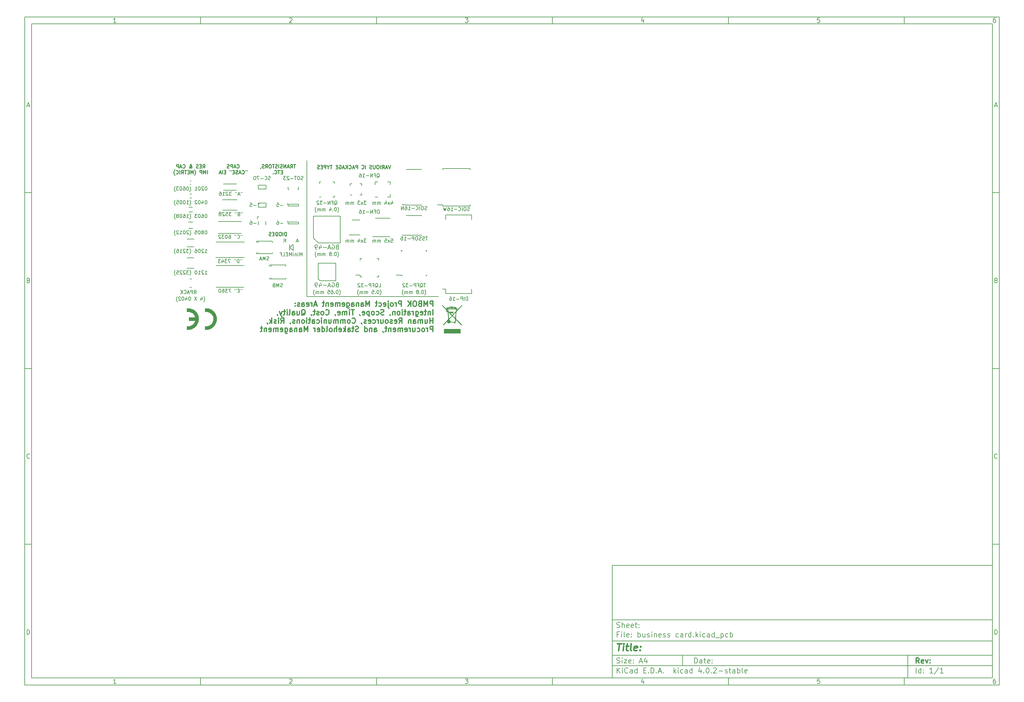
<source format=gbr>
G04 #@! TF.FileFunction,Legend,Bot*
%FSLAX46Y46*%
G04 Gerber Fmt 4.6, Leading zero omitted, Abs format (unit mm)*
G04 Created by KiCad (PCBNEW 4.0.2-stable) date Sunday, October 30, 2016 'PMt' 03:56:09 PM*
%MOMM*%
G01*
G04 APERTURE LIST*
%ADD10C,0.100000*%
%ADD11C,0.150000*%
%ADD12C,0.300000*%
%ADD13C,0.400000*%
%ADD14C,0.200000*%
%ADD15C,0.250000*%
%ADD16C,0.010000*%
G04 APERTURE END LIST*
D10*
D11*
X177002200Y-166007200D02*
X177002200Y-198007200D01*
X285002200Y-198007200D01*
X285002200Y-166007200D01*
X177002200Y-166007200D01*
D10*
D11*
X10000000Y-10000000D02*
X10000000Y-200007200D01*
X287002200Y-200007200D01*
X287002200Y-10000000D01*
X10000000Y-10000000D01*
D10*
D11*
X12000000Y-12000000D02*
X12000000Y-198007200D01*
X285002200Y-198007200D01*
X285002200Y-12000000D01*
X12000000Y-12000000D01*
D10*
D11*
X60000000Y-12000000D02*
X60000000Y-10000000D01*
D10*
D11*
X110000000Y-12000000D02*
X110000000Y-10000000D01*
D10*
D11*
X160000000Y-12000000D02*
X160000000Y-10000000D01*
D10*
D11*
X210000000Y-12000000D02*
X210000000Y-10000000D01*
D10*
D11*
X260000000Y-12000000D02*
X260000000Y-10000000D01*
D10*
D11*
X35990476Y-11588095D02*
X35247619Y-11588095D01*
X35619048Y-11588095D02*
X35619048Y-10288095D01*
X35495238Y-10473810D01*
X35371429Y-10597619D01*
X35247619Y-10659524D01*
D10*
D11*
X85247619Y-10411905D02*
X85309524Y-10350000D01*
X85433333Y-10288095D01*
X85742857Y-10288095D01*
X85866667Y-10350000D01*
X85928571Y-10411905D01*
X85990476Y-10535714D01*
X85990476Y-10659524D01*
X85928571Y-10845238D01*
X85185714Y-11588095D01*
X85990476Y-11588095D01*
D10*
D11*
X135185714Y-10288095D02*
X135990476Y-10288095D01*
X135557143Y-10783333D01*
X135742857Y-10783333D01*
X135866667Y-10845238D01*
X135928571Y-10907143D01*
X135990476Y-11030952D01*
X135990476Y-11340476D01*
X135928571Y-11464286D01*
X135866667Y-11526190D01*
X135742857Y-11588095D01*
X135371429Y-11588095D01*
X135247619Y-11526190D01*
X135185714Y-11464286D01*
D10*
D11*
X185866667Y-10721429D02*
X185866667Y-11588095D01*
X185557143Y-10226190D02*
X185247619Y-11154762D01*
X186052381Y-11154762D01*
D10*
D11*
X235928571Y-10288095D02*
X235309524Y-10288095D01*
X235247619Y-10907143D01*
X235309524Y-10845238D01*
X235433333Y-10783333D01*
X235742857Y-10783333D01*
X235866667Y-10845238D01*
X235928571Y-10907143D01*
X235990476Y-11030952D01*
X235990476Y-11340476D01*
X235928571Y-11464286D01*
X235866667Y-11526190D01*
X235742857Y-11588095D01*
X235433333Y-11588095D01*
X235309524Y-11526190D01*
X235247619Y-11464286D01*
D10*
D11*
X285866667Y-10288095D02*
X285619048Y-10288095D01*
X285495238Y-10350000D01*
X285433333Y-10411905D01*
X285309524Y-10597619D01*
X285247619Y-10845238D01*
X285247619Y-11340476D01*
X285309524Y-11464286D01*
X285371429Y-11526190D01*
X285495238Y-11588095D01*
X285742857Y-11588095D01*
X285866667Y-11526190D01*
X285928571Y-11464286D01*
X285990476Y-11340476D01*
X285990476Y-11030952D01*
X285928571Y-10907143D01*
X285866667Y-10845238D01*
X285742857Y-10783333D01*
X285495238Y-10783333D01*
X285371429Y-10845238D01*
X285309524Y-10907143D01*
X285247619Y-11030952D01*
D10*
D11*
X60000000Y-198007200D02*
X60000000Y-200007200D01*
D10*
D11*
X110000000Y-198007200D02*
X110000000Y-200007200D01*
D10*
D11*
X160000000Y-198007200D02*
X160000000Y-200007200D01*
D10*
D11*
X210000000Y-198007200D02*
X210000000Y-200007200D01*
D10*
D11*
X260000000Y-198007200D02*
X260000000Y-200007200D01*
D10*
D11*
X35990476Y-199595295D02*
X35247619Y-199595295D01*
X35619048Y-199595295D02*
X35619048Y-198295295D01*
X35495238Y-198481010D01*
X35371429Y-198604819D01*
X35247619Y-198666724D01*
D10*
D11*
X85247619Y-198419105D02*
X85309524Y-198357200D01*
X85433333Y-198295295D01*
X85742857Y-198295295D01*
X85866667Y-198357200D01*
X85928571Y-198419105D01*
X85990476Y-198542914D01*
X85990476Y-198666724D01*
X85928571Y-198852438D01*
X85185714Y-199595295D01*
X85990476Y-199595295D01*
D10*
D11*
X135185714Y-198295295D02*
X135990476Y-198295295D01*
X135557143Y-198790533D01*
X135742857Y-198790533D01*
X135866667Y-198852438D01*
X135928571Y-198914343D01*
X135990476Y-199038152D01*
X135990476Y-199347676D01*
X135928571Y-199471486D01*
X135866667Y-199533390D01*
X135742857Y-199595295D01*
X135371429Y-199595295D01*
X135247619Y-199533390D01*
X135185714Y-199471486D01*
D10*
D11*
X185866667Y-198728629D02*
X185866667Y-199595295D01*
X185557143Y-198233390D02*
X185247619Y-199161962D01*
X186052381Y-199161962D01*
D10*
D11*
X235928571Y-198295295D02*
X235309524Y-198295295D01*
X235247619Y-198914343D01*
X235309524Y-198852438D01*
X235433333Y-198790533D01*
X235742857Y-198790533D01*
X235866667Y-198852438D01*
X235928571Y-198914343D01*
X235990476Y-199038152D01*
X235990476Y-199347676D01*
X235928571Y-199471486D01*
X235866667Y-199533390D01*
X235742857Y-199595295D01*
X235433333Y-199595295D01*
X235309524Y-199533390D01*
X235247619Y-199471486D01*
D10*
D11*
X285866667Y-198295295D02*
X285619048Y-198295295D01*
X285495238Y-198357200D01*
X285433333Y-198419105D01*
X285309524Y-198604819D01*
X285247619Y-198852438D01*
X285247619Y-199347676D01*
X285309524Y-199471486D01*
X285371429Y-199533390D01*
X285495238Y-199595295D01*
X285742857Y-199595295D01*
X285866667Y-199533390D01*
X285928571Y-199471486D01*
X285990476Y-199347676D01*
X285990476Y-199038152D01*
X285928571Y-198914343D01*
X285866667Y-198852438D01*
X285742857Y-198790533D01*
X285495238Y-198790533D01*
X285371429Y-198852438D01*
X285309524Y-198914343D01*
X285247619Y-199038152D01*
D10*
D11*
X10000000Y-60000000D02*
X12000000Y-60000000D01*
D10*
D11*
X10000000Y-110000000D02*
X12000000Y-110000000D01*
D10*
D11*
X10000000Y-160000000D02*
X12000000Y-160000000D01*
D10*
D11*
X10690476Y-35216667D02*
X11309524Y-35216667D01*
X10566667Y-35588095D02*
X11000000Y-34288095D01*
X11433333Y-35588095D01*
D10*
D11*
X11092857Y-84907143D02*
X11278571Y-84969048D01*
X11340476Y-85030952D01*
X11402381Y-85154762D01*
X11402381Y-85340476D01*
X11340476Y-85464286D01*
X11278571Y-85526190D01*
X11154762Y-85588095D01*
X10659524Y-85588095D01*
X10659524Y-84288095D01*
X11092857Y-84288095D01*
X11216667Y-84350000D01*
X11278571Y-84411905D01*
X11340476Y-84535714D01*
X11340476Y-84659524D01*
X11278571Y-84783333D01*
X11216667Y-84845238D01*
X11092857Y-84907143D01*
X10659524Y-84907143D01*
D10*
D11*
X11402381Y-135464286D02*
X11340476Y-135526190D01*
X11154762Y-135588095D01*
X11030952Y-135588095D01*
X10845238Y-135526190D01*
X10721429Y-135402381D01*
X10659524Y-135278571D01*
X10597619Y-135030952D01*
X10597619Y-134845238D01*
X10659524Y-134597619D01*
X10721429Y-134473810D01*
X10845238Y-134350000D01*
X11030952Y-134288095D01*
X11154762Y-134288095D01*
X11340476Y-134350000D01*
X11402381Y-134411905D01*
D10*
D11*
X10659524Y-185588095D02*
X10659524Y-184288095D01*
X10969048Y-184288095D01*
X11154762Y-184350000D01*
X11278571Y-184473810D01*
X11340476Y-184597619D01*
X11402381Y-184845238D01*
X11402381Y-185030952D01*
X11340476Y-185278571D01*
X11278571Y-185402381D01*
X11154762Y-185526190D01*
X10969048Y-185588095D01*
X10659524Y-185588095D01*
D10*
D11*
X287002200Y-60000000D02*
X285002200Y-60000000D01*
D10*
D11*
X287002200Y-110000000D02*
X285002200Y-110000000D01*
D10*
D11*
X287002200Y-160000000D02*
X285002200Y-160000000D01*
D10*
D11*
X285692676Y-35216667D02*
X286311724Y-35216667D01*
X285568867Y-35588095D02*
X286002200Y-34288095D01*
X286435533Y-35588095D01*
D10*
D11*
X286095057Y-84907143D02*
X286280771Y-84969048D01*
X286342676Y-85030952D01*
X286404581Y-85154762D01*
X286404581Y-85340476D01*
X286342676Y-85464286D01*
X286280771Y-85526190D01*
X286156962Y-85588095D01*
X285661724Y-85588095D01*
X285661724Y-84288095D01*
X286095057Y-84288095D01*
X286218867Y-84350000D01*
X286280771Y-84411905D01*
X286342676Y-84535714D01*
X286342676Y-84659524D01*
X286280771Y-84783333D01*
X286218867Y-84845238D01*
X286095057Y-84907143D01*
X285661724Y-84907143D01*
D10*
D11*
X286404581Y-135464286D02*
X286342676Y-135526190D01*
X286156962Y-135588095D01*
X286033152Y-135588095D01*
X285847438Y-135526190D01*
X285723629Y-135402381D01*
X285661724Y-135278571D01*
X285599819Y-135030952D01*
X285599819Y-134845238D01*
X285661724Y-134597619D01*
X285723629Y-134473810D01*
X285847438Y-134350000D01*
X286033152Y-134288095D01*
X286156962Y-134288095D01*
X286342676Y-134350000D01*
X286404581Y-134411905D01*
D10*
D11*
X285661724Y-185588095D02*
X285661724Y-184288095D01*
X285971248Y-184288095D01*
X286156962Y-184350000D01*
X286280771Y-184473810D01*
X286342676Y-184597619D01*
X286404581Y-184845238D01*
X286404581Y-185030952D01*
X286342676Y-185278571D01*
X286280771Y-185402381D01*
X286156962Y-185526190D01*
X285971248Y-185588095D01*
X285661724Y-185588095D01*
D10*
D11*
X200359343Y-193785771D02*
X200359343Y-192285771D01*
X200716486Y-192285771D01*
X200930771Y-192357200D01*
X201073629Y-192500057D01*
X201145057Y-192642914D01*
X201216486Y-192928629D01*
X201216486Y-193142914D01*
X201145057Y-193428629D01*
X201073629Y-193571486D01*
X200930771Y-193714343D01*
X200716486Y-193785771D01*
X200359343Y-193785771D01*
X202502200Y-193785771D02*
X202502200Y-193000057D01*
X202430771Y-192857200D01*
X202287914Y-192785771D01*
X202002200Y-192785771D01*
X201859343Y-192857200D01*
X202502200Y-193714343D02*
X202359343Y-193785771D01*
X202002200Y-193785771D01*
X201859343Y-193714343D01*
X201787914Y-193571486D01*
X201787914Y-193428629D01*
X201859343Y-193285771D01*
X202002200Y-193214343D01*
X202359343Y-193214343D01*
X202502200Y-193142914D01*
X203002200Y-192785771D02*
X203573629Y-192785771D01*
X203216486Y-192285771D02*
X203216486Y-193571486D01*
X203287914Y-193714343D01*
X203430772Y-193785771D01*
X203573629Y-193785771D01*
X204645057Y-193714343D02*
X204502200Y-193785771D01*
X204216486Y-193785771D01*
X204073629Y-193714343D01*
X204002200Y-193571486D01*
X204002200Y-193000057D01*
X204073629Y-192857200D01*
X204216486Y-192785771D01*
X204502200Y-192785771D01*
X204645057Y-192857200D01*
X204716486Y-193000057D01*
X204716486Y-193142914D01*
X204002200Y-193285771D01*
X205359343Y-193642914D02*
X205430771Y-193714343D01*
X205359343Y-193785771D01*
X205287914Y-193714343D01*
X205359343Y-193642914D01*
X205359343Y-193785771D01*
X205359343Y-192857200D02*
X205430771Y-192928629D01*
X205359343Y-193000057D01*
X205287914Y-192928629D01*
X205359343Y-192857200D01*
X205359343Y-193000057D01*
D10*
D11*
X177002200Y-194507200D02*
X285002200Y-194507200D01*
D10*
D11*
X178359343Y-196585771D02*
X178359343Y-195085771D01*
X179216486Y-196585771D02*
X178573629Y-195728629D01*
X179216486Y-195085771D02*
X178359343Y-195942914D01*
X179859343Y-196585771D02*
X179859343Y-195585771D01*
X179859343Y-195085771D02*
X179787914Y-195157200D01*
X179859343Y-195228629D01*
X179930771Y-195157200D01*
X179859343Y-195085771D01*
X179859343Y-195228629D01*
X181430772Y-196442914D02*
X181359343Y-196514343D01*
X181145057Y-196585771D01*
X181002200Y-196585771D01*
X180787915Y-196514343D01*
X180645057Y-196371486D01*
X180573629Y-196228629D01*
X180502200Y-195942914D01*
X180502200Y-195728629D01*
X180573629Y-195442914D01*
X180645057Y-195300057D01*
X180787915Y-195157200D01*
X181002200Y-195085771D01*
X181145057Y-195085771D01*
X181359343Y-195157200D01*
X181430772Y-195228629D01*
X182716486Y-196585771D02*
X182716486Y-195800057D01*
X182645057Y-195657200D01*
X182502200Y-195585771D01*
X182216486Y-195585771D01*
X182073629Y-195657200D01*
X182716486Y-196514343D02*
X182573629Y-196585771D01*
X182216486Y-196585771D01*
X182073629Y-196514343D01*
X182002200Y-196371486D01*
X182002200Y-196228629D01*
X182073629Y-196085771D01*
X182216486Y-196014343D01*
X182573629Y-196014343D01*
X182716486Y-195942914D01*
X184073629Y-196585771D02*
X184073629Y-195085771D01*
X184073629Y-196514343D02*
X183930772Y-196585771D01*
X183645058Y-196585771D01*
X183502200Y-196514343D01*
X183430772Y-196442914D01*
X183359343Y-196300057D01*
X183359343Y-195871486D01*
X183430772Y-195728629D01*
X183502200Y-195657200D01*
X183645058Y-195585771D01*
X183930772Y-195585771D01*
X184073629Y-195657200D01*
X185930772Y-195800057D02*
X186430772Y-195800057D01*
X186645058Y-196585771D02*
X185930772Y-196585771D01*
X185930772Y-195085771D01*
X186645058Y-195085771D01*
X187287915Y-196442914D02*
X187359343Y-196514343D01*
X187287915Y-196585771D01*
X187216486Y-196514343D01*
X187287915Y-196442914D01*
X187287915Y-196585771D01*
X188002201Y-196585771D02*
X188002201Y-195085771D01*
X188359344Y-195085771D01*
X188573629Y-195157200D01*
X188716487Y-195300057D01*
X188787915Y-195442914D01*
X188859344Y-195728629D01*
X188859344Y-195942914D01*
X188787915Y-196228629D01*
X188716487Y-196371486D01*
X188573629Y-196514343D01*
X188359344Y-196585771D01*
X188002201Y-196585771D01*
X189502201Y-196442914D02*
X189573629Y-196514343D01*
X189502201Y-196585771D01*
X189430772Y-196514343D01*
X189502201Y-196442914D01*
X189502201Y-196585771D01*
X190145058Y-196157200D02*
X190859344Y-196157200D01*
X190002201Y-196585771D02*
X190502201Y-195085771D01*
X191002201Y-196585771D01*
X191502201Y-196442914D02*
X191573629Y-196514343D01*
X191502201Y-196585771D01*
X191430772Y-196514343D01*
X191502201Y-196442914D01*
X191502201Y-196585771D01*
X194502201Y-196585771D02*
X194502201Y-195085771D01*
X194645058Y-196014343D02*
X195073629Y-196585771D01*
X195073629Y-195585771D02*
X194502201Y-196157200D01*
X195716487Y-196585771D02*
X195716487Y-195585771D01*
X195716487Y-195085771D02*
X195645058Y-195157200D01*
X195716487Y-195228629D01*
X195787915Y-195157200D01*
X195716487Y-195085771D01*
X195716487Y-195228629D01*
X197073630Y-196514343D02*
X196930773Y-196585771D01*
X196645059Y-196585771D01*
X196502201Y-196514343D01*
X196430773Y-196442914D01*
X196359344Y-196300057D01*
X196359344Y-195871486D01*
X196430773Y-195728629D01*
X196502201Y-195657200D01*
X196645059Y-195585771D01*
X196930773Y-195585771D01*
X197073630Y-195657200D01*
X198359344Y-196585771D02*
X198359344Y-195800057D01*
X198287915Y-195657200D01*
X198145058Y-195585771D01*
X197859344Y-195585771D01*
X197716487Y-195657200D01*
X198359344Y-196514343D02*
X198216487Y-196585771D01*
X197859344Y-196585771D01*
X197716487Y-196514343D01*
X197645058Y-196371486D01*
X197645058Y-196228629D01*
X197716487Y-196085771D01*
X197859344Y-196014343D01*
X198216487Y-196014343D01*
X198359344Y-195942914D01*
X199716487Y-196585771D02*
X199716487Y-195085771D01*
X199716487Y-196514343D02*
X199573630Y-196585771D01*
X199287916Y-196585771D01*
X199145058Y-196514343D01*
X199073630Y-196442914D01*
X199002201Y-196300057D01*
X199002201Y-195871486D01*
X199073630Y-195728629D01*
X199145058Y-195657200D01*
X199287916Y-195585771D01*
X199573630Y-195585771D01*
X199716487Y-195657200D01*
X202216487Y-195585771D02*
X202216487Y-196585771D01*
X201859344Y-195014343D02*
X201502201Y-196085771D01*
X202430773Y-196085771D01*
X203002201Y-196442914D02*
X203073629Y-196514343D01*
X203002201Y-196585771D01*
X202930772Y-196514343D01*
X203002201Y-196442914D01*
X203002201Y-196585771D01*
X204002201Y-195085771D02*
X204145058Y-195085771D01*
X204287915Y-195157200D01*
X204359344Y-195228629D01*
X204430773Y-195371486D01*
X204502201Y-195657200D01*
X204502201Y-196014343D01*
X204430773Y-196300057D01*
X204359344Y-196442914D01*
X204287915Y-196514343D01*
X204145058Y-196585771D01*
X204002201Y-196585771D01*
X203859344Y-196514343D01*
X203787915Y-196442914D01*
X203716487Y-196300057D01*
X203645058Y-196014343D01*
X203645058Y-195657200D01*
X203716487Y-195371486D01*
X203787915Y-195228629D01*
X203859344Y-195157200D01*
X204002201Y-195085771D01*
X205145058Y-196442914D02*
X205216486Y-196514343D01*
X205145058Y-196585771D01*
X205073629Y-196514343D01*
X205145058Y-196442914D01*
X205145058Y-196585771D01*
X205787915Y-195228629D02*
X205859344Y-195157200D01*
X206002201Y-195085771D01*
X206359344Y-195085771D01*
X206502201Y-195157200D01*
X206573630Y-195228629D01*
X206645058Y-195371486D01*
X206645058Y-195514343D01*
X206573630Y-195728629D01*
X205716487Y-196585771D01*
X206645058Y-196585771D01*
X207287915Y-196014343D02*
X208430772Y-196014343D01*
X209073629Y-196514343D02*
X209216486Y-196585771D01*
X209502201Y-196585771D01*
X209645058Y-196514343D01*
X209716486Y-196371486D01*
X209716486Y-196300057D01*
X209645058Y-196157200D01*
X209502201Y-196085771D01*
X209287915Y-196085771D01*
X209145058Y-196014343D01*
X209073629Y-195871486D01*
X209073629Y-195800057D01*
X209145058Y-195657200D01*
X209287915Y-195585771D01*
X209502201Y-195585771D01*
X209645058Y-195657200D01*
X210145058Y-195585771D02*
X210716487Y-195585771D01*
X210359344Y-195085771D02*
X210359344Y-196371486D01*
X210430772Y-196514343D01*
X210573630Y-196585771D01*
X210716487Y-196585771D01*
X211859344Y-196585771D02*
X211859344Y-195800057D01*
X211787915Y-195657200D01*
X211645058Y-195585771D01*
X211359344Y-195585771D01*
X211216487Y-195657200D01*
X211859344Y-196514343D02*
X211716487Y-196585771D01*
X211359344Y-196585771D01*
X211216487Y-196514343D01*
X211145058Y-196371486D01*
X211145058Y-196228629D01*
X211216487Y-196085771D01*
X211359344Y-196014343D01*
X211716487Y-196014343D01*
X211859344Y-195942914D01*
X212573630Y-196585771D02*
X212573630Y-195085771D01*
X212573630Y-195657200D02*
X212716487Y-195585771D01*
X213002201Y-195585771D01*
X213145058Y-195657200D01*
X213216487Y-195728629D01*
X213287916Y-195871486D01*
X213287916Y-196300057D01*
X213216487Y-196442914D01*
X213145058Y-196514343D01*
X213002201Y-196585771D01*
X212716487Y-196585771D01*
X212573630Y-196514343D01*
X214145059Y-196585771D02*
X214002201Y-196514343D01*
X213930773Y-196371486D01*
X213930773Y-195085771D01*
X215287915Y-196514343D02*
X215145058Y-196585771D01*
X214859344Y-196585771D01*
X214716487Y-196514343D01*
X214645058Y-196371486D01*
X214645058Y-195800057D01*
X214716487Y-195657200D01*
X214859344Y-195585771D01*
X215145058Y-195585771D01*
X215287915Y-195657200D01*
X215359344Y-195800057D01*
X215359344Y-195942914D01*
X214645058Y-196085771D01*
D10*
D11*
X177002200Y-191507200D02*
X285002200Y-191507200D01*
D10*
D12*
X264216486Y-193785771D02*
X263716486Y-193071486D01*
X263359343Y-193785771D02*
X263359343Y-192285771D01*
X263930771Y-192285771D01*
X264073629Y-192357200D01*
X264145057Y-192428629D01*
X264216486Y-192571486D01*
X264216486Y-192785771D01*
X264145057Y-192928629D01*
X264073629Y-193000057D01*
X263930771Y-193071486D01*
X263359343Y-193071486D01*
X265430771Y-193714343D02*
X265287914Y-193785771D01*
X265002200Y-193785771D01*
X264859343Y-193714343D01*
X264787914Y-193571486D01*
X264787914Y-193000057D01*
X264859343Y-192857200D01*
X265002200Y-192785771D01*
X265287914Y-192785771D01*
X265430771Y-192857200D01*
X265502200Y-193000057D01*
X265502200Y-193142914D01*
X264787914Y-193285771D01*
X266002200Y-192785771D02*
X266359343Y-193785771D01*
X266716485Y-192785771D01*
X267287914Y-193642914D02*
X267359342Y-193714343D01*
X267287914Y-193785771D01*
X267216485Y-193714343D01*
X267287914Y-193642914D01*
X267287914Y-193785771D01*
X267287914Y-192857200D02*
X267359342Y-192928629D01*
X267287914Y-193000057D01*
X267216485Y-192928629D01*
X267287914Y-192857200D01*
X267287914Y-193000057D01*
D10*
D11*
X178287914Y-193714343D02*
X178502200Y-193785771D01*
X178859343Y-193785771D01*
X179002200Y-193714343D01*
X179073629Y-193642914D01*
X179145057Y-193500057D01*
X179145057Y-193357200D01*
X179073629Y-193214343D01*
X179002200Y-193142914D01*
X178859343Y-193071486D01*
X178573629Y-193000057D01*
X178430771Y-192928629D01*
X178359343Y-192857200D01*
X178287914Y-192714343D01*
X178287914Y-192571486D01*
X178359343Y-192428629D01*
X178430771Y-192357200D01*
X178573629Y-192285771D01*
X178930771Y-192285771D01*
X179145057Y-192357200D01*
X179787914Y-193785771D02*
X179787914Y-192785771D01*
X179787914Y-192285771D02*
X179716485Y-192357200D01*
X179787914Y-192428629D01*
X179859342Y-192357200D01*
X179787914Y-192285771D01*
X179787914Y-192428629D01*
X180359343Y-192785771D02*
X181145057Y-192785771D01*
X180359343Y-193785771D01*
X181145057Y-193785771D01*
X182287914Y-193714343D02*
X182145057Y-193785771D01*
X181859343Y-193785771D01*
X181716486Y-193714343D01*
X181645057Y-193571486D01*
X181645057Y-193000057D01*
X181716486Y-192857200D01*
X181859343Y-192785771D01*
X182145057Y-192785771D01*
X182287914Y-192857200D01*
X182359343Y-193000057D01*
X182359343Y-193142914D01*
X181645057Y-193285771D01*
X183002200Y-193642914D02*
X183073628Y-193714343D01*
X183002200Y-193785771D01*
X182930771Y-193714343D01*
X183002200Y-193642914D01*
X183002200Y-193785771D01*
X183002200Y-192857200D02*
X183073628Y-192928629D01*
X183002200Y-193000057D01*
X182930771Y-192928629D01*
X183002200Y-192857200D01*
X183002200Y-193000057D01*
X184787914Y-193357200D02*
X185502200Y-193357200D01*
X184645057Y-193785771D02*
X185145057Y-192285771D01*
X185645057Y-193785771D01*
X186787914Y-192785771D02*
X186787914Y-193785771D01*
X186430771Y-192214343D02*
X186073628Y-193285771D01*
X187002200Y-193285771D01*
D10*
D11*
X263359343Y-196585771D02*
X263359343Y-195085771D01*
X264716486Y-196585771D02*
X264716486Y-195085771D01*
X264716486Y-196514343D02*
X264573629Y-196585771D01*
X264287915Y-196585771D01*
X264145057Y-196514343D01*
X264073629Y-196442914D01*
X264002200Y-196300057D01*
X264002200Y-195871486D01*
X264073629Y-195728629D01*
X264145057Y-195657200D01*
X264287915Y-195585771D01*
X264573629Y-195585771D01*
X264716486Y-195657200D01*
X265430772Y-196442914D02*
X265502200Y-196514343D01*
X265430772Y-196585771D01*
X265359343Y-196514343D01*
X265430772Y-196442914D01*
X265430772Y-196585771D01*
X265430772Y-195657200D02*
X265502200Y-195728629D01*
X265430772Y-195800057D01*
X265359343Y-195728629D01*
X265430772Y-195657200D01*
X265430772Y-195800057D01*
X268073629Y-196585771D02*
X267216486Y-196585771D01*
X267645058Y-196585771D02*
X267645058Y-195085771D01*
X267502201Y-195300057D01*
X267359343Y-195442914D01*
X267216486Y-195514343D01*
X269787914Y-195014343D02*
X268502200Y-196942914D01*
X271073629Y-196585771D02*
X270216486Y-196585771D01*
X270645058Y-196585771D02*
X270645058Y-195085771D01*
X270502201Y-195300057D01*
X270359343Y-195442914D01*
X270216486Y-195514343D01*
D10*
D11*
X177002200Y-187507200D02*
X285002200Y-187507200D01*
D10*
D13*
X178454581Y-188211962D02*
X179597438Y-188211962D01*
X178776010Y-190211962D02*
X179026010Y-188211962D01*
X180014105Y-190211962D02*
X180180771Y-188878629D01*
X180264105Y-188211962D02*
X180156962Y-188307200D01*
X180240295Y-188402438D01*
X180347439Y-188307200D01*
X180264105Y-188211962D01*
X180240295Y-188402438D01*
X180847438Y-188878629D02*
X181609343Y-188878629D01*
X181216486Y-188211962D02*
X181002200Y-189926248D01*
X181073630Y-190116724D01*
X181252201Y-190211962D01*
X181442677Y-190211962D01*
X182395058Y-190211962D02*
X182216487Y-190116724D01*
X182145057Y-189926248D01*
X182359343Y-188211962D01*
X183930772Y-190116724D02*
X183728391Y-190211962D01*
X183347439Y-190211962D01*
X183168867Y-190116724D01*
X183097438Y-189926248D01*
X183192676Y-189164343D01*
X183311724Y-188973867D01*
X183514105Y-188878629D01*
X183895057Y-188878629D01*
X184073629Y-188973867D01*
X184145057Y-189164343D01*
X184121248Y-189354819D01*
X183145057Y-189545295D01*
X184895057Y-190021486D02*
X184978392Y-190116724D01*
X184871248Y-190211962D01*
X184787915Y-190116724D01*
X184895057Y-190021486D01*
X184871248Y-190211962D01*
X185026010Y-188973867D02*
X185109344Y-189069105D01*
X185002200Y-189164343D01*
X184918867Y-189069105D01*
X185026010Y-188973867D01*
X185002200Y-189164343D01*
D10*
D11*
X178859343Y-185600057D02*
X178359343Y-185600057D01*
X178359343Y-186385771D02*
X178359343Y-184885771D01*
X179073629Y-184885771D01*
X179645057Y-186385771D02*
X179645057Y-185385771D01*
X179645057Y-184885771D02*
X179573628Y-184957200D01*
X179645057Y-185028629D01*
X179716485Y-184957200D01*
X179645057Y-184885771D01*
X179645057Y-185028629D01*
X180573629Y-186385771D02*
X180430771Y-186314343D01*
X180359343Y-186171486D01*
X180359343Y-184885771D01*
X181716485Y-186314343D02*
X181573628Y-186385771D01*
X181287914Y-186385771D01*
X181145057Y-186314343D01*
X181073628Y-186171486D01*
X181073628Y-185600057D01*
X181145057Y-185457200D01*
X181287914Y-185385771D01*
X181573628Y-185385771D01*
X181716485Y-185457200D01*
X181787914Y-185600057D01*
X181787914Y-185742914D01*
X181073628Y-185885771D01*
X182430771Y-186242914D02*
X182502199Y-186314343D01*
X182430771Y-186385771D01*
X182359342Y-186314343D01*
X182430771Y-186242914D01*
X182430771Y-186385771D01*
X182430771Y-185457200D02*
X182502199Y-185528629D01*
X182430771Y-185600057D01*
X182359342Y-185528629D01*
X182430771Y-185457200D01*
X182430771Y-185600057D01*
X184287914Y-186385771D02*
X184287914Y-184885771D01*
X184287914Y-185457200D02*
X184430771Y-185385771D01*
X184716485Y-185385771D01*
X184859342Y-185457200D01*
X184930771Y-185528629D01*
X185002200Y-185671486D01*
X185002200Y-186100057D01*
X184930771Y-186242914D01*
X184859342Y-186314343D01*
X184716485Y-186385771D01*
X184430771Y-186385771D01*
X184287914Y-186314343D01*
X186287914Y-185385771D02*
X186287914Y-186385771D01*
X185645057Y-185385771D02*
X185645057Y-186171486D01*
X185716485Y-186314343D01*
X185859343Y-186385771D01*
X186073628Y-186385771D01*
X186216485Y-186314343D01*
X186287914Y-186242914D01*
X186930771Y-186314343D02*
X187073628Y-186385771D01*
X187359343Y-186385771D01*
X187502200Y-186314343D01*
X187573628Y-186171486D01*
X187573628Y-186100057D01*
X187502200Y-185957200D01*
X187359343Y-185885771D01*
X187145057Y-185885771D01*
X187002200Y-185814343D01*
X186930771Y-185671486D01*
X186930771Y-185600057D01*
X187002200Y-185457200D01*
X187145057Y-185385771D01*
X187359343Y-185385771D01*
X187502200Y-185457200D01*
X188216486Y-186385771D02*
X188216486Y-185385771D01*
X188216486Y-184885771D02*
X188145057Y-184957200D01*
X188216486Y-185028629D01*
X188287914Y-184957200D01*
X188216486Y-184885771D01*
X188216486Y-185028629D01*
X188930772Y-185385771D02*
X188930772Y-186385771D01*
X188930772Y-185528629D02*
X189002200Y-185457200D01*
X189145058Y-185385771D01*
X189359343Y-185385771D01*
X189502200Y-185457200D01*
X189573629Y-185600057D01*
X189573629Y-186385771D01*
X190859343Y-186314343D02*
X190716486Y-186385771D01*
X190430772Y-186385771D01*
X190287915Y-186314343D01*
X190216486Y-186171486D01*
X190216486Y-185600057D01*
X190287915Y-185457200D01*
X190430772Y-185385771D01*
X190716486Y-185385771D01*
X190859343Y-185457200D01*
X190930772Y-185600057D01*
X190930772Y-185742914D01*
X190216486Y-185885771D01*
X191502200Y-186314343D02*
X191645057Y-186385771D01*
X191930772Y-186385771D01*
X192073629Y-186314343D01*
X192145057Y-186171486D01*
X192145057Y-186100057D01*
X192073629Y-185957200D01*
X191930772Y-185885771D01*
X191716486Y-185885771D01*
X191573629Y-185814343D01*
X191502200Y-185671486D01*
X191502200Y-185600057D01*
X191573629Y-185457200D01*
X191716486Y-185385771D01*
X191930772Y-185385771D01*
X192073629Y-185457200D01*
X192716486Y-186314343D02*
X192859343Y-186385771D01*
X193145058Y-186385771D01*
X193287915Y-186314343D01*
X193359343Y-186171486D01*
X193359343Y-186100057D01*
X193287915Y-185957200D01*
X193145058Y-185885771D01*
X192930772Y-185885771D01*
X192787915Y-185814343D01*
X192716486Y-185671486D01*
X192716486Y-185600057D01*
X192787915Y-185457200D01*
X192930772Y-185385771D01*
X193145058Y-185385771D01*
X193287915Y-185457200D01*
X195787915Y-186314343D02*
X195645058Y-186385771D01*
X195359344Y-186385771D01*
X195216486Y-186314343D01*
X195145058Y-186242914D01*
X195073629Y-186100057D01*
X195073629Y-185671486D01*
X195145058Y-185528629D01*
X195216486Y-185457200D01*
X195359344Y-185385771D01*
X195645058Y-185385771D01*
X195787915Y-185457200D01*
X197073629Y-186385771D02*
X197073629Y-185600057D01*
X197002200Y-185457200D01*
X196859343Y-185385771D01*
X196573629Y-185385771D01*
X196430772Y-185457200D01*
X197073629Y-186314343D02*
X196930772Y-186385771D01*
X196573629Y-186385771D01*
X196430772Y-186314343D01*
X196359343Y-186171486D01*
X196359343Y-186028629D01*
X196430772Y-185885771D01*
X196573629Y-185814343D01*
X196930772Y-185814343D01*
X197073629Y-185742914D01*
X197787915Y-186385771D02*
X197787915Y-185385771D01*
X197787915Y-185671486D02*
X197859343Y-185528629D01*
X197930772Y-185457200D01*
X198073629Y-185385771D01*
X198216486Y-185385771D01*
X199359343Y-186385771D02*
X199359343Y-184885771D01*
X199359343Y-186314343D02*
X199216486Y-186385771D01*
X198930772Y-186385771D01*
X198787914Y-186314343D01*
X198716486Y-186242914D01*
X198645057Y-186100057D01*
X198645057Y-185671486D01*
X198716486Y-185528629D01*
X198787914Y-185457200D01*
X198930772Y-185385771D01*
X199216486Y-185385771D01*
X199359343Y-185457200D01*
X200073629Y-186242914D02*
X200145057Y-186314343D01*
X200073629Y-186385771D01*
X200002200Y-186314343D01*
X200073629Y-186242914D01*
X200073629Y-186385771D01*
X200787915Y-186385771D02*
X200787915Y-184885771D01*
X200930772Y-185814343D02*
X201359343Y-186385771D01*
X201359343Y-185385771D02*
X200787915Y-185957200D01*
X202002201Y-186385771D02*
X202002201Y-185385771D01*
X202002201Y-184885771D02*
X201930772Y-184957200D01*
X202002201Y-185028629D01*
X202073629Y-184957200D01*
X202002201Y-184885771D01*
X202002201Y-185028629D01*
X203359344Y-186314343D02*
X203216487Y-186385771D01*
X202930773Y-186385771D01*
X202787915Y-186314343D01*
X202716487Y-186242914D01*
X202645058Y-186100057D01*
X202645058Y-185671486D01*
X202716487Y-185528629D01*
X202787915Y-185457200D01*
X202930773Y-185385771D01*
X203216487Y-185385771D01*
X203359344Y-185457200D01*
X204645058Y-186385771D02*
X204645058Y-185600057D01*
X204573629Y-185457200D01*
X204430772Y-185385771D01*
X204145058Y-185385771D01*
X204002201Y-185457200D01*
X204645058Y-186314343D02*
X204502201Y-186385771D01*
X204145058Y-186385771D01*
X204002201Y-186314343D01*
X203930772Y-186171486D01*
X203930772Y-186028629D01*
X204002201Y-185885771D01*
X204145058Y-185814343D01*
X204502201Y-185814343D01*
X204645058Y-185742914D01*
X206002201Y-186385771D02*
X206002201Y-184885771D01*
X206002201Y-186314343D02*
X205859344Y-186385771D01*
X205573630Y-186385771D01*
X205430772Y-186314343D01*
X205359344Y-186242914D01*
X205287915Y-186100057D01*
X205287915Y-185671486D01*
X205359344Y-185528629D01*
X205430772Y-185457200D01*
X205573630Y-185385771D01*
X205859344Y-185385771D01*
X206002201Y-185457200D01*
X206359344Y-186528629D02*
X207502201Y-186528629D01*
X207859344Y-185385771D02*
X207859344Y-186885771D01*
X207859344Y-185457200D02*
X208002201Y-185385771D01*
X208287915Y-185385771D01*
X208430772Y-185457200D01*
X208502201Y-185528629D01*
X208573630Y-185671486D01*
X208573630Y-186100057D01*
X208502201Y-186242914D01*
X208430772Y-186314343D01*
X208287915Y-186385771D01*
X208002201Y-186385771D01*
X207859344Y-186314343D01*
X209859344Y-186314343D02*
X209716487Y-186385771D01*
X209430773Y-186385771D01*
X209287915Y-186314343D01*
X209216487Y-186242914D01*
X209145058Y-186100057D01*
X209145058Y-185671486D01*
X209216487Y-185528629D01*
X209287915Y-185457200D01*
X209430773Y-185385771D01*
X209716487Y-185385771D01*
X209859344Y-185457200D01*
X210502201Y-186385771D02*
X210502201Y-184885771D01*
X210502201Y-185457200D02*
X210645058Y-185385771D01*
X210930772Y-185385771D01*
X211073629Y-185457200D01*
X211145058Y-185528629D01*
X211216487Y-185671486D01*
X211216487Y-186100057D01*
X211145058Y-186242914D01*
X211073629Y-186314343D01*
X210930772Y-186385771D01*
X210645058Y-186385771D01*
X210502201Y-186314343D01*
D10*
D11*
X177002200Y-181507200D02*
X285002200Y-181507200D01*
D10*
D11*
X178287914Y-183614343D02*
X178502200Y-183685771D01*
X178859343Y-183685771D01*
X179002200Y-183614343D01*
X179073629Y-183542914D01*
X179145057Y-183400057D01*
X179145057Y-183257200D01*
X179073629Y-183114343D01*
X179002200Y-183042914D01*
X178859343Y-182971486D01*
X178573629Y-182900057D01*
X178430771Y-182828629D01*
X178359343Y-182757200D01*
X178287914Y-182614343D01*
X178287914Y-182471486D01*
X178359343Y-182328629D01*
X178430771Y-182257200D01*
X178573629Y-182185771D01*
X178930771Y-182185771D01*
X179145057Y-182257200D01*
X179787914Y-183685771D02*
X179787914Y-182185771D01*
X180430771Y-183685771D02*
X180430771Y-182900057D01*
X180359342Y-182757200D01*
X180216485Y-182685771D01*
X180002200Y-182685771D01*
X179859342Y-182757200D01*
X179787914Y-182828629D01*
X181716485Y-183614343D02*
X181573628Y-183685771D01*
X181287914Y-183685771D01*
X181145057Y-183614343D01*
X181073628Y-183471486D01*
X181073628Y-182900057D01*
X181145057Y-182757200D01*
X181287914Y-182685771D01*
X181573628Y-182685771D01*
X181716485Y-182757200D01*
X181787914Y-182900057D01*
X181787914Y-183042914D01*
X181073628Y-183185771D01*
X183002199Y-183614343D02*
X182859342Y-183685771D01*
X182573628Y-183685771D01*
X182430771Y-183614343D01*
X182359342Y-183471486D01*
X182359342Y-182900057D01*
X182430771Y-182757200D01*
X182573628Y-182685771D01*
X182859342Y-182685771D01*
X183002199Y-182757200D01*
X183073628Y-182900057D01*
X183073628Y-183042914D01*
X182359342Y-183185771D01*
X183502199Y-182685771D02*
X184073628Y-182685771D01*
X183716485Y-182185771D02*
X183716485Y-183471486D01*
X183787913Y-183614343D01*
X183930771Y-183685771D01*
X184073628Y-183685771D01*
X184573628Y-183542914D02*
X184645056Y-183614343D01*
X184573628Y-183685771D01*
X184502199Y-183614343D01*
X184573628Y-183542914D01*
X184573628Y-183685771D01*
X184573628Y-182757200D02*
X184645056Y-182828629D01*
X184573628Y-182900057D01*
X184502199Y-182828629D01*
X184573628Y-182757200D01*
X184573628Y-182900057D01*
D10*
D11*
X197002200Y-191507200D02*
X197002200Y-194507200D01*
D10*
D11*
X261002200Y-191507200D02*
X261002200Y-198007200D01*
X60911905Y-91003333D02*
X60959525Y-90955714D01*
X61054763Y-90812857D01*
X61102382Y-90717619D01*
X61150001Y-90574762D01*
X61197620Y-90336667D01*
X61197620Y-90146190D01*
X61150001Y-89908095D01*
X61102382Y-89765238D01*
X61054763Y-89670000D01*
X60959525Y-89527143D01*
X60911905Y-89479524D01*
X60102381Y-89955714D02*
X60102381Y-90622381D01*
X60340477Y-89574762D02*
X60578572Y-90289048D01*
X59959524Y-90289048D01*
X58911905Y-89622381D02*
X58245238Y-90622381D01*
X58245238Y-89622381D02*
X58911905Y-90622381D01*
X56911905Y-89622381D02*
X56816666Y-89622381D01*
X56721428Y-89670000D01*
X56673809Y-89717619D01*
X56626190Y-89812857D01*
X56578571Y-90003333D01*
X56578571Y-90241429D01*
X56626190Y-90431905D01*
X56673809Y-90527143D01*
X56721428Y-90574762D01*
X56816666Y-90622381D01*
X56911905Y-90622381D01*
X57007143Y-90574762D01*
X57054762Y-90527143D01*
X57102381Y-90431905D01*
X57150000Y-90241429D01*
X57150000Y-90003333D01*
X57102381Y-89812857D01*
X57054762Y-89717619D01*
X57007143Y-89670000D01*
X56911905Y-89622381D01*
X55721428Y-89955714D02*
X55721428Y-90622381D01*
X55959524Y-89574762D02*
X56197619Y-90289048D01*
X55578571Y-90289048D01*
X55007143Y-89622381D02*
X54911904Y-89622381D01*
X54816666Y-89670000D01*
X54769047Y-89717619D01*
X54721428Y-89812857D01*
X54673809Y-90003333D01*
X54673809Y-90241429D01*
X54721428Y-90431905D01*
X54769047Y-90527143D01*
X54816666Y-90574762D01*
X54911904Y-90622381D01*
X55007143Y-90622381D01*
X55102381Y-90574762D01*
X55150000Y-90527143D01*
X55197619Y-90431905D01*
X55245238Y-90241429D01*
X55245238Y-90003333D01*
X55197619Y-89812857D01*
X55150000Y-89717619D01*
X55102381Y-89670000D01*
X55007143Y-89622381D01*
X54292857Y-89717619D02*
X54245238Y-89670000D01*
X54150000Y-89622381D01*
X53911904Y-89622381D01*
X53816666Y-89670000D01*
X53769047Y-89717619D01*
X53721428Y-89812857D01*
X53721428Y-89908095D01*
X53769047Y-90050952D01*
X54340476Y-90622381D01*
X53721428Y-90622381D01*
X53388095Y-91003333D02*
X53340476Y-90955714D01*
X53245238Y-90812857D01*
X53197619Y-90717619D01*
X53150000Y-90574762D01*
X53102381Y-90336667D01*
X53102381Y-90146190D01*
X53150000Y-89908095D01*
X53197619Y-89765238D01*
X53245238Y-89670000D01*
X53340476Y-89527143D01*
X53388095Y-89479524D01*
D14*
X90170000Y-89535000D02*
X90170000Y-50800000D01*
D12*
X126007857Y-92328571D02*
X126007857Y-90828571D01*
X125436429Y-90828571D01*
X125293571Y-90900000D01*
X125222143Y-90971429D01*
X125150714Y-91114286D01*
X125150714Y-91328571D01*
X125222143Y-91471429D01*
X125293571Y-91542857D01*
X125436429Y-91614286D01*
X126007857Y-91614286D01*
X124507857Y-92328571D02*
X124507857Y-90828571D01*
X124007857Y-91900000D01*
X123507857Y-90828571D01*
X123507857Y-92328571D01*
X122293571Y-91542857D02*
X122079285Y-91614286D01*
X122007857Y-91685714D01*
X121936428Y-91828571D01*
X121936428Y-92042857D01*
X122007857Y-92185714D01*
X122079285Y-92257143D01*
X122222143Y-92328571D01*
X122793571Y-92328571D01*
X122793571Y-90828571D01*
X122293571Y-90828571D01*
X122150714Y-90900000D01*
X122079285Y-90971429D01*
X122007857Y-91114286D01*
X122007857Y-91257143D01*
X122079285Y-91400000D01*
X122150714Y-91471429D01*
X122293571Y-91542857D01*
X122793571Y-91542857D01*
X121007857Y-90828571D02*
X120722143Y-90828571D01*
X120579285Y-90900000D01*
X120436428Y-91042857D01*
X120365000Y-91328571D01*
X120365000Y-91828571D01*
X120436428Y-92114286D01*
X120579285Y-92257143D01*
X120722143Y-92328571D01*
X121007857Y-92328571D01*
X121150714Y-92257143D01*
X121293571Y-92114286D01*
X121365000Y-91828571D01*
X121365000Y-91328571D01*
X121293571Y-91042857D01*
X121150714Y-90900000D01*
X121007857Y-90828571D01*
X119722142Y-92328571D02*
X119722142Y-90828571D01*
X118864999Y-92328571D02*
X119507856Y-91471429D01*
X118864999Y-90828571D02*
X119722142Y-91685714D01*
X117079285Y-92328571D02*
X117079285Y-90828571D01*
X116507857Y-90828571D01*
X116364999Y-90900000D01*
X116293571Y-90971429D01*
X116222142Y-91114286D01*
X116222142Y-91328571D01*
X116293571Y-91471429D01*
X116364999Y-91542857D01*
X116507857Y-91614286D01*
X117079285Y-91614286D01*
X115579285Y-92328571D02*
X115579285Y-91328571D01*
X115579285Y-91614286D02*
X115507857Y-91471429D01*
X115436428Y-91400000D01*
X115293571Y-91328571D01*
X115150714Y-91328571D01*
X114436428Y-92328571D02*
X114579286Y-92257143D01*
X114650714Y-92185714D01*
X114722143Y-92042857D01*
X114722143Y-91614286D01*
X114650714Y-91471429D01*
X114579286Y-91400000D01*
X114436428Y-91328571D01*
X114222143Y-91328571D01*
X114079286Y-91400000D01*
X114007857Y-91471429D01*
X113936428Y-91614286D01*
X113936428Y-92042857D01*
X114007857Y-92185714D01*
X114079286Y-92257143D01*
X114222143Y-92328571D01*
X114436428Y-92328571D01*
X113293571Y-91328571D02*
X113293571Y-92614286D01*
X113365000Y-92757143D01*
X113507857Y-92828571D01*
X113579285Y-92828571D01*
X113293571Y-90828571D02*
X113365000Y-90900000D01*
X113293571Y-90971429D01*
X113222143Y-90900000D01*
X113293571Y-90828571D01*
X113293571Y-90971429D01*
X112007857Y-92257143D02*
X112150714Y-92328571D01*
X112436428Y-92328571D01*
X112579285Y-92257143D01*
X112650714Y-92114286D01*
X112650714Y-91542857D01*
X112579285Y-91400000D01*
X112436428Y-91328571D01*
X112150714Y-91328571D01*
X112007857Y-91400000D01*
X111936428Y-91542857D01*
X111936428Y-91685714D01*
X112650714Y-91828571D01*
X110650714Y-92257143D02*
X110793571Y-92328571D01*
X111079285Y-92328571D01*
X111222143Y-92257143D01*
X111293571Y-92185714D01*
X111365000Y-92042857D01*
X111365000Y-91614286D01*
X111293571Y-91471429D01*
X111222143Y-91400000D01*
X111079285Y-91328571D01*
X110793571Y-91328571D01*
X110650714Y-91400000D01*
X110222143Y-91328571D02*
X109650714Y-91328571D01*
X110007857Y-90828571D02*
X110007857Y-92114286D01*
X109936429Y-92257143D01*
X109793571Y-92328571D01*
X109650714Y-92328571D01*
X108007857Y-92328571D02*
X108007857Y-90828571D01*
X107507857Y-91900000D01*
X107007857Y-90828571D01*
X107007857Y-92328571D01*
X105650714Y-92328571D02*
X105650714Y-91542857D01*
X105722143Y-91400000D01*
X105865000Y-91328571D01*
X106150714Y-91328571D01*
X106293571Y-91400000D01*
X105650714Y-92257143D02*
X105793571Y-92328571D01*
X106150714Y-92328571D01*
X106293571Y-92257143D01*
X106365000Y-92114286D01*
X106365000Y-91971429D01*
X106293571Y-91828571D01*
X106150714Y-91757143D01*
X105793571Y-91757143D01*
X105650714Y-91685714D01*
X104936428Y-91328571D02*
X104936428Y-92328571D01*
X104936428Y-91471429D02*
X104865000Y-91400000D01*
X104722142Y-91328571D01*
X104507857Y-91328571D01*
X104365000Y-91400000D01*
X104293571Y-91542857D01*
X104293571Y-92328571D01*
X102936428Y-92328571D02*
X102936428Y-91542857D01*
X103007857Y-91400000D01*
X103150714Y-91328571D01*
X103436428Y-91328571D01*
X103579285Y-91400000D01*
X102936428Y-92257143D02*
X103079285Y-92328571D01*
X103436428Y-92328571D01*
X103579285Y-92257143D01*
X103650714Y-92114286D01*
X103650714Y-91971429D01*
X103579285Y-91828571D01*
X103436428Y-91757143D01*
X103079285Y-91757143D01*
X102936428Y-91685714D01*
X101579285Y-91328571D02*
X101579285Y-92542857D01*
X101650714Y-92685714D01*
X101722142Y-92757143D01*
X101864999Y-92828571D01*
X102079285Y-92828571D01*
X102222142Y-92757143D01*
X101579285Y-92257143D02*
X101722142Y-92328571D01*
X102007856Y-92328571D01*
X102150714Y-92257143D01*
X102222142Y-92185714D01*
X102293571Y-92042857D01*
X102293571Y-91614286D01*
X102222142Y-91471429D01*
X102150714Y-91400000D01*
X102007856Y-91328571D01*
X101722142Y-91328571D01*
X101579285Y-91400000D01*
X100293571Y-92257143D02*
X100436428Y-92328571D01*
X100722142Y-92328571D01*
X100864999Y-92257143D01*
X100936428Y-92114286D01*
X100936428Y-91542857D01*
X100864999Y-91400000D01*
X100722142Y-91328571D01*
X100436428Y-91328571D01*
X100293571Y-91400000D01*
X100222142Y-91542857D01*
X100222142Y-91685714D01*
X100936428Y-91828571D01*
X99579285Y-92328571D02*
X99579285Y-91328571D01*
X99579285Y-91471429D02*
X99507857Y-91400000D01*
X99364999Y-91328571D01*
X99150714Y-91328571D01*
X99007857Y-91400000D01*
X98936428Y-91542857D01*
X98936428Y-92328571D01*
X98936428Y-91542857D02*
X98864999Y-91400000D01*
X98722142Y-91328571D01*
X98507857Y-91328571D01*
X98364999Y-91400000D01*
X98293571Y-91542857D01*
X98293571Y-92328571D01*
X97007857Y-92257143D02*
X97150714Y-92328571D01*
X97436428Y-92328571D01*
X97579285Y-92257143D01*
X97650714Y-92114286D01*
X97650714Y-91542857D01*
X97579285Y-91400000D01*
X97436428Y-91328571D01*
X97150714Y-91328571D01*
X97007857Y-91400000D01*
X96936428Y-91542857D01*
X96936428Y-91685714D01*
X97650714Y-91828571D01*
X96293571Y-91328571D02*
X96293571Y-92328571D01*
X96293571Y-91471429D02*
X96222143Y-91400000D01*
X96079285Y-91328571D01*
X95865000Y-91328571D01*
X95722143Y-91400000D01*
X95650714Y-91542857D01*
X95650714Y-92328571D01*
X95150714Y-91328571D02*
X94579285Y-91328571D01*
X94936428Y-90828571D02*
X94936428Y-92114286D01*
X94865000Y-92257143D01*
X94722142Y-92328571D01*
X94579285Y-92328571D01*
X93007857Y-91900000D02*
X92293571Y-91900000D01*
X93150714Y-92328571D02*
X92650714Y-90828571D01*
X92150714Y-92328571D01*
X91650714Y-92328571D02*
X91650714Y-91328571D01*
X91650714Y-91614286D02*
X91579286Y-91471429D01*
X91507857Y-91400000D01*
X91365000Y-91328571D01*
X91222143Y-91328571D01*
X90150715Y-92257143D02*
X90293572Y-92328571D01*
X90579286Y-92328571D01*
X90722143Y-92257143D01*
X90793572Y-92114286D01*
X90793572Y-91542857D01*
X90722143Y-91400000D01*
X90579286Y-91328571D01*
X90293572Y-91328571D01*
X90150715Y-91400000D01*
X90079286Y-91542857D01*
X90079286Y-91685714D01*
X90793572Y-91828571D01*
X88793572Y-92328571D02*
X88793572Y-91542857D01*
X88865001Y-91400000D01*
X89007858Y-91328571D01*
X89293572Y-91328571D01*
X89436429Y-91400000D01*
X88793572Y-92257143D02*
X88936429Y-92328571D01*
X89293572Y-92328571D01*
X89436429Y-92257143D01*
X89507858Y-92114286D01*
X89507858Y-91971429D01*
X89436429Y-91828571D01*
X89293572Y-91757143D01*
X88936429Y-91757143D01*
X88793572Y-91685714D01*
X88150715Y-92257143D02*
X88007858Y-92328571D01*
X87722143Y-92328571D01*
X87579286Y-92257143D01*
X87507858Y-92114286D01*
X87507858Y-92042857D01*
X87579286Y-91900000D01*
X87722143Y-91828571D01*
X87936429Y-91828571D01*
X88079286Y-91757143D01*
X88150715Y-91614286D01*
X88150715Y-91542857D01*
X88079286Y-91400000D01*
X87936429Y-91328571D01*
X87722143Y-91328571D01*
X87579286Y-91400000D01*
X86865000Y-92185714D02*
X86793572Y-92257143D01*
X86865000Y-92328571D01*
X86936429Y-92257143D01*
X86865000Y-92185714D01*
X86865000Y-92328571D01*
X86865000Y-91400000D02*
X86793572Y-91471429D01*
X86865000Y-91542857D01*
X86936429Y-91471429D01*
X86865000Y-91400000D01*
X86865000Y-91542857D01*
X126007857Y-94728571D02*
X126007857Y-93228571D01*
X125293571Y-93728571D02*
X125293571Y-94728571D01*
X125293571Y-93871429D02*
X125222143Y-93800000D01*
X125079285Y-93728571D01*
X124865000Y-93728571D01*
X124722143Y-93800000D01*
X124650714Y-93942857D01*
X124650714Y-94728571D01*
X124150714Y-93728571D02*
X123579285Y-93728571D01*
X123936428Y-93228571D02*
X123936428Y-94514286D01*
X123865000Y-94657143D01*
X123722142Y-94728571D01*
X123579285Y-94728571D01*
X122507857Y-94657143D02*
X122650714Y-94728571D01*
X122936428Y-94728571D01*
X123079285Y-94657143D01*
X123150714Y-94514286D01*
X123150714Y-93942857D01*
X123079285Y-93800000D01*
X122936428Y-93728571D01*
X122650714Y-93728571D01*
X122507857Y-93800000D01*
X122436428Y-93942857D01*
X122436428Y-94085714D01*
X123150714Y-94228571D01*
X121150714Y-93728571D02*
X121150714Y-94942857D01*
X121222143Y-95085714D01*
X121293571Y-95157143D01*
X121436428Y-95228571D01*
X121650714Y-95228571D01*
X121793571Y-95157143D01*
X121150714Y-94657143D02*
X121293571Y-94728571D01*
X121579285Y-94728571D01*
X121722143Y-94657143D01*
X121793571Y-94585714D01*
X121865000Y-94442857D01*
X121865000Y-94014286D01*
X121793571Y-93871429D01*
X121722143Y-93800000D01*
X121579285Y-93728571D01*
X121293571Y-93728571D01*
X121150714Y-93800000D01*
X120436428Y-94728571D02*
X120436428Y-93728571D01*
X120436428Y-94014286D02*
X120365000Y-93871429D01*
X120293571Y-93800000D01*
X120150714Y-93728571D01*
X120007857Y-93728571D01*
X118865000Y-94728571D02*
X118865000Y-93942857D01*
X118936429Y-93800000D01*
X119079286Y-93728571D01*
X119365000Y-93728571D01*
X119507857Y-93800000D01*
X118865000Y-94657143D02*
X119007857Y-94728571D01*
X119365000Y-94728571D01*
X119507857Y-94657143D01*
X119579286Y-94514286D01*
X119579286Y-94371429D01*
X119507857Y-94228571D01*
X119365000Y-94157143D01*
X119007857Y-94157143D01*
X118865000Y-94085714D01*
X118365000Y-93728571D02*
X117793571Y-93728571D01*
X118150714Y-93228571D02*
X118150714Y-94514286D01*
X118079286Y-94657143D01*
X117936428Y-94728571D01*
X117793571Y-94728571D01*
X117293571Y-94728571D02*
X117293571Y-93728571D01*
X117293571Y-93228571D02*
X117365000Y-93300000D01*
X117293571Y-93371429D01*
X117222143Y-93300000D01*
X117293571Y-93228571D01*
X117293571Y-93371429D01*
X116364999Y-94728571D02*
X116507857Y-94657143D01*
X116579285Y-94585714D01*
X116650714Y-94442857D01*
X116650714Y-94014286D01*
X116579285Y-93871429D01*
X116507857Y-93800000D01*
X116364999Y-93728571D01*
X116150714Y-93728571D01*
X116007857Y-93800000D01*
X115936428Y-93871429D01*
X115864999Y-94014286D01*
X115864999Y-94442857D01*
X115936428Y-94585714D01*
X116007857Y-94657143D01*
X116150714Y-94728571D01*
X116364999Y-94728571D01*
X115222142Y-93728571D02*
X115222142Y-94728571D01*
X115222142Y-93871429D02*
X115150714Y-93800000D01*
X115007856Y-93728571D01*
X114793571Y-93728571D01*
X114650714Y-93800000D01*
X114579285Y-93942857D01*
X114579285Y-94728571D01*
X113793571Y-94657143D02*
X113793571Y-94728571D01*
X113864999Y-94871429D01*
X113936428Y-94942857D01*
X112079285Y-94657143D02*
X111864999Y-94728571D01*
X111507856Y-94728571D01*
X111364999Y-94657143D01*
X111293570Y-94585714D01*
X111222142Y-94442857D01*
X111222142Y-94300000D01*
X111293570Y-94157143D01*
X111364999Y-94085714D01*
X111507856Y-94014286D01*
X111793570Y-93942857D01*
X111936428Y-93871429D01*
X112007856Y-93800000D01*
X112079285Y-93657143D01*
X112079285Y-93514286D01*
X112007856Y-93371429D01*
X111936428Y-93300000D01*
X111793570Y-93228571D01*
X111436428Y-93228571D01*
X111222142Y-93300000D01*
X109936428Y-94657143D02*
X110079285Y-94728571D01*
X110364999Y-94728571D01*
X110507857Y-94657143D01*
X110579285Y-94585714D01*
X110650714Y-94442857D01*
X110650714Y-94014286D01*
X110579285Y-93871429D01*
X110507857Y-93800000D01*
X110364999Y-93728571D01*
X110079285Y-93728571D01*
X109936428Y-93800000D01*
X109079285Y-94728571D02*
X109222143Y-94657143D01*
X109293571Y-94585714D01*
X109365000Y-94442857D01*
X109365000Y-94014286D01*
X109293571Y-93871429D01*
X109222143Y-93800000D01*
X109079285Y-93728571D01*
X108865000Y-93728571D01*
X108722143Y-93800000D01*
X108650714Y-93871429D01*
X108579285Y-94014286D01*
X108579285Y-94442857D01*
X108650714Y-94585714D01*
X108722143Y-94657143D01*
X108865000Y-94728571D01*
X109079285Y-94728571D01*
X107936428Y-93728571D02*
X107936428Y-95228571D01*
X107936428Y-93800000D02*
X107793571Y-93728571D01*
X107507857Y-93728571D01*
X107365000Y-93800000D01*
X107293571Y-93871429D01*
X107222142Y-94014286D01*
X107222142Y-94442857D01*
X107293571Y-94585714D01*
X107365000Y-94657143D01*
X107507857Y-94728571D01*
X107793571Y-94728571D01*
X107936428Y-94657143D01*
X106007857Y-94657143D02*
X106150714Y-94728571D01*
X106436428Y-94728571D01*
X106579285Y-94657143D01*
X106650714Y-94514286D01*
X106650714Y-93942857D01*
X106579285Y-93800000D01*
X106436428Y-93728571D01*
X106150714Y-93728571D01*
X106007857Y-93800000D01*
X105936428Y-93942857D01*
X105936428Y-94085714D01*
X106650714Y-94228571D01*
X105222143Y-94657143D02*
X105222143Y-94728571D01*
X105293571Y-94871429D01*
X105365000Y-94942857D01*
X103650714Y-93228571D02*
X102793571Y-93228571D01*
X103222142Y-94728571D02*
X103222142Y-93228571D01*
X102293571Y-94728571D02*
X102293571Y-93728571D01*
X102293571Y-93228571D02*
X102365000Y-93300000D01*
X102293571Y-93371429D01*
X102222143Y-93300000D01*
X102293571Y-93228571D01*
X102293571Y-93371429D01*
X101579285Y-94728571D02*
X101579285Y-93728571D01*
X101579285Y-93871429D02*
X101507857Y-93800000D01*
X101364999Y-93728571D01*
X101150714Y-93728571D01*
X101007857Y-93800000D01*
X100936428Y-93942857D01*
X100936428Y-94728571D01*
X100936428Y-93942857D02*
X100864999Y-93800000D01*
X100722142Y-93728571D01*
X100507857Y-93728571D01*
X100364999Y-93800000D01*
X100293571Y-93942857D01*
X100293571Y-94728571D01*
X99007857Y-94657143D02*
X99150714Y-94728571D01*
X99436428Y-94728571D01*
X99579285Y-94657143D01*
X99650714Y-94514286D01*
X99650714Y-93942857D01*
X99579285Y-93800000D01*
X99436428Y-93728571D01*
X99150714Y-93728571D01*
X99007857Y-93800000D01*
X98936428Y-93942857D01*
X98936428Y-94085714D01*
X99650714Y-94228571D01*
X98222143Y-94657143D02*
X98222143Y-94728571D01*
X98293571Y-94871429D01*
X98365000Y-94942857D01*
X95579285Y-94585714D02*
X95650714Y-94657143D01*
X95865000Y-94728571D01*
X96007857Y-94728571D01*
X96222142Y-94657143D01*
X96365000Y-94514286D01*
X96436428Y-94371429D01*
X96507857Y-94085714D01*
X96507857Y-93871429D01*
X96436428Y-93585714D01*
X96365000Y-93442857D01*
X96222142Y-93300000D01*
X96007857Y-93228571D01*
X95865000Y-93228571D01*
X95650714Y-93300000D01*
X95579285Y-93371429D01*
X94722142Y-94728571D02*
X94865000Y-94657143D01*
X94936428Y-94585714D01*
X95007857Y-94442857D01*
X95007857Y-94014286D01*
X94936428Y-93871429D01*
X94865000Y-93800000D01*
X94722142Y-93728571D01*
X94507857Y-93728571D01*
X94365000Y-93800000D01*
X94293571Y-93871429D01*
X94222142Y-94014286D01*
X94222142Y-94442857D01*
X94293571Y-94585714D01*
X94365000Y-94657143D01*
X94507857Y-94728571D01*
X94722142Y-94728571D01*
X93650714Y-94657143D02*
X93507857Y-94728571D01*
X93222142Y-94728571D01*
X93079285Y-94657143D01*
X93007857Y-94514286D01*
X93007857Y-94442857D01*
X93079285Y-94300000D01*
X93222142Y-94228571D01*
X93436428Y-94228571D01*
X93579285Y-94157143D01*
X93650714Y-94014286D01*
X93650714Y-93942857D01*
X93579285Y-93800000D01*
X93436428Y-93728571D01*
X93222142Y-93728571D01*
X93079285Y-93800000D01*
X92579285Y-93728571D02*
X92007856Y-93728571D01*
X92364999Y-93228571D02*
X92364999Y-94514286D01*
X92293571Y-94657143D01*
X92150713Y-94728571D01*
X92007856Y-94728571D01*
X91436428Y-94657143D02*
X91436428Y-94728571D01*
X91507856Y-94871429D01*
X91579285Y-94942857D01*
X88650713Y-94871429D02*
X88793570Y-94800000D01*
X88936427Y-94657143D01*
X89150713Y-94442857D01*
X89293570Y-94371429D01*
X89436427Y-94371429D01*
X89364999Y-94728571D02*
X89507856Y-94657143D01*
X89650713Y-94514286D01*
X89722142Y-94228571D01*
X89722142Y-93728571D01*
X89650713Y-93442857D01*
X89507856Y-93300000D01*
X89364999Y-93228571D01*
X89079285Y-93228571D01*
X88936427Y-93300000D01*
X88793570Y-93442857D01*
X88722142Y-93728571D01*
X88722142Y-94228571D01*
X88793570Y-94514286D01*
X88936427Y-94657143D01*
X89079285Y-94728571D01*
X89364999Y-94728571D01*
X87436427Y-93728571D02*
X87436427Y-94728571D01*
X88079284Y-93728571D02*
X88079284Y-94514286D01*
X88007856Y-94657143D01*
X87864998Y-94728571D01*
X87650713Y-94728571D01*
X87507856Y-94657143D01*
X87436427Y-94585714D01*
X86079284Y-94728571D02*
X86079284Y-93942857D01*
X86150713Y-93800000D01*
X86293570Y-93728571D01*
X86579284Y-93728571D01*
X86722141Y-93800000D01*
X86079284Y-94657143D02*
X86222141Y-94728571D01*
X86579284Y-94728571D01*
X86722141Y-94657143D01*
X86793570Y-94514286D01*
X86793570Y-94371429D01*
X86722141Y-94228571D01*
X86579284Y-94157143D01*
X86222141Y-94157143D01*
X86079284Y-94085714D01*
X85150712Y-94728571D02*
X85293570Y-94657143D01*
X85364998Y-94514286D01*
X85364998Y-93228571D01*
X84579284Y-94728571D02*
X84579284Y-93728571D01*
X84579284Y-93228571D02*
X84650713Y-93300000D01*
X84579284Y-93371429D01*
X84507856Y-93300000D01*
X84579284Y-93228571D01*
X84579284Y-93371429D01*
X84079284Y-93728571D02*
X83507855Y-93728571D01*
X83864998Y-93228571D02*
X83864998Y-94514286D01*
X83793570Y-94657143D01*
X83650712Y-94728571D01*
X83507855Y-94728571D01*
X83150712Y-93728571D02*
X82793569Y-94728571D01*
X82436427Y-93728571D02*
X82793569Y-94728571D01*
X82936427Y-95085714D01*
X83007855Y-95157143D01*
X83150712Y-95228571D01*
X81793570Y-94657143D02*
X81793570Y-94728571D01*
X81864998Y-94871429D01*
X81936427Y-94942857D01*
X126007857Y-97128571D02*
X126007857Y-95628571D01*
X126007857Y-96342857D02*
X125150714Y-96342857D01*
X125150714Y-97128571D02*
X125150714Y-95628571D01*
X123793571Y-96128571D02*
X123793571Y-97128571D01*
X124436428Y-96128571D02*
X124436428Y-96914286D01*
X124365000Y-97057143D01*
X124222142Y-97128571D01*
X124007857Y-97128571D01*
X123865000Y-97057143D01*
X123793571Y-96985714D01*
X123079285Y-97128571D02*
X123079285Y-96128571D01*
X123079285Y-96271429D02*
X123007857Y-96200000D01*
X122864999Y-96128571D01*
X122650714Y-96128571D01*
X122507857Y-96200000D01*
X122436428Y-96342857D01*
X122436428Y-97128571D01*
X122436428Y-96342857D02*
X122364999Y-96200000D01*
X122222142Y-96128571D01*
X122007857Y-96128571D01*
X121864999Y-96200000D01*
X121793571Y-96342857D01*
X121793571Y-97128571D01*
X120436428Y-97128571D02*
X120436428Y-96342857D01*
X120507857Y-96200000D01*
X120650714Y-96128571D01*
X120936428Y-96128571D01*
X121079285Y-96200000D01*
X120436428Y-97057143D02*
X120579285Y-97128571D01*
X120936428Y-97128571D01*
X121079285Y-97057143D01*
X121150714Y-96914286D01*
X121150714Y-96771429D01*
X121079285Y-96628571D01*
X120936428Y-96557143D01*
X120579285Y-96557143D01*
X120436428Y-96485714D01*
X119722142Y-96128571D02*
X119722142Y-97128571D01*
X119722142Y-96271429D02*
X119650714Y-96200000D01*
X119507856Y-96128571D01*
X119293571Y-96128571D01*
X119150714Y-96200000D01*
X119079285Y-96342857D01*
X119079285Y-97128571D01*
X116364999Y-97128571D02*
X116864999Y-96414286D01*
X117222142Y-97128571D02*
X117222142Y-95628571D01*
X116650714Y-95628571D01*
X116507856Y-95700000D01*
X116436428Y-95771429D01*
X116364999Y-95914286D01*
X116364999Y-96128571D01*
X116436428Y-96271429D01*
X116507856Y-96342857D01*
X116650714Y-96414286D01*
X117222142Y-96414286D01*
X115150714Y-97057143D02*
X115293571Y-97128571D01*
X115579285Y-97128571D01*
X115722142Y-97057143D01*
X115793571Y-96914286D01*
X115793571Y-96342857D01*
X115722142Y-96200000D01*
X115579285Y-96128571D01*
X115293571Y-96128571D01*
X115150714Y-96200000D01*
X115079285Y-96342857D01*
X115079285Y-96485714D01*
X115793571Y-96628571D01*
X114507857Y-97057143D02*
X114365000Y-97128571D01*
X114079285Y-97128571D01*
X113936428Y-97057143D01*
X113865000Y-96914286D01*
X113865000Y-96842857D01*
X113936428Y-96700000D01*
X114079285Y-96628571D01*
X114293571Y-96628571D01*
X114436428Y-96557143D01*
X114507857Y-96414286D01*
X114507857Y-96342857D01*
X114436428Y-96200000D01*
X114293571Y-96128571D01*
X114079285Y-96128571D01*
X113936428Y-96200000D01*
X113007856Y-97128571D02*
X113150714Y-97057143D01*
X113222142Y-96985714D01*
X113293571Y-96842857D01*
X113293571Y-96414286D01*
X113222142Y-96271429D01*
X113150714Y-96200000D01*
X113007856Y-96128571D01*
X112793571Y-96128571D01*
X112650714Y-96200000D01*
X112579285Y-96271429D01*
X112507856Y-96414286D01*
X112507856Y-96842857D01*
X112579285Y-96985714D01*
X112650714Y-97057143D01*
X112793571Y-97128571D01*
X113007856Y-97128571D01*
X111222142Y-96128571D02*
X111222142Y-97128571D01*
X111864999Y-96128571D02*
X111864999Y-96914286D01*
X111793571Y-97057143D01*
X111650713Y-97128571D01*
X111436428Y-97128571D01*
X111293571Y-97057143D01*
X111222142Y-96985714D01*
X110507856Y-97128571D02*
X110507856Y-96128571D01*
X110507856Y-96414286D02*
X110436428Y-96271429D01*
X110364999Y-96200000D01*
X110222142Y-96128571D01*
X110079285Y-96128571D01*
X108936428Y-97057143D02*
X109079285Y-97128571D01*
X109364999Y-97128571D01*
X109507857Y-97057143D01*
X109579285Y-96985714D01*
X109650714Y-96842857D01*
X109650714Y-96414286D01*
X109579285Y-96271429D01*
X109507857Y-96200000D01*
X109364999Y-96128571D01*
X109079285Y-96128571D01*
X108936428Y-96200000D01*
X107722143Y-97057143D02*
X107865000Y-97128571D01*
X108150714Y-97128571D01*
X108293571Y-97057143D01*
X108365000Y-96914286D01*
X108365000Y-96342857D01*
X108293571Y-96200000D01*
X108150714Y-96128571D01*
X107865000Y-96128571D01*
X107722143Y-96200000D01*
X107650714Y-96342857D01*
X107650714Y-96485714D01*
X108365000Y-96628571D01*
X107079286Y-97057143D02*
X106936429Y-97128571D01*
X106650714Y-97128571D01*
X106507857Y-97057143D01*
X106436429Y-96914286D01*
X106436429Y-96842857D01*
X106507857Y-96700000D01*
X106650714Y-96628571D01*
X106865000Y-96628571D01*
X107007857Y-96557143D01*
X107079286Y-96414286D01*
X107079286Y-96342857D01*
X107007857Y-96200000D01*
X106865000Y-96128571D01*
X106650714Y-96128571D01*
X106507857Y-96200000D01*
X105722143Y-97057143D02*
X105722143Y-97128571D01*
X105793571Y-97271429D01*
X105865000Y-97342857D01*
X103079285Y-96985714D02*
X103150714Y-97057143D01*
X103365000Y-97128571D01*
X103507857Y-97128571D01*
X103722142Y-97057143D01*
X103865000Y-96914286D01*
X103936428Y-96771429D01*
X104007857Y-96485714D01*
X104007857Y-96271429D01*
X103936428Y-95985714D01*
X103865000Y-95842857D01*
X103722142Y-95700000D01*
X103507857Y-95628571D01*
X103365000Y-95628571D01*
X103150714Y-95700000D01*
X103079285Y-95771429D01*
X102222142Y-97128571D02*
X102365000Y-97057143D01*
X102436428Y-96985714D01*
X102507857Y-96842857D01*
X102507857Y-96414286D01*
X102436428Y-96271429D01*
X102365000Y-96200000D01*
X102222142Y-96128571D01*
X102007857Y-96128571D01*
X101865000Y-96200000D01*
X101793571Y-96271429D01*
X101722142Y-96414286D01*
X101722142Y-96842857D01*
X101793571Y-96985714D01*
X101865000Y-97057143D01*
X102007857Y-97128571D01*
X102222142Y-97128571D01*
X101079285Y-97128571D02*
X101079285Y-96128571D01*
X101079285Y-96271429D02*
X101007857Y-96200000D01*
X100864999Y-96128571D01*
X100650714Y-96128571D01*
X100507857Y-96200000D01*
X100436428Y-96342857D01*
X100436428Y-97128571D01*
X100436428Y-96342857D02*
X100364999Y-96200000D01*
X100222142Y-96128571D01*
X100007857Y-96128571D01*
X99864999Y-96200000D01*
X99793571Y-96342857D01*
X99793571Y-97128571D01*
X99079285Y-97128571D02*
X99079285Y-96128571D01*
X99079285Y-96271429D02*
X99007857Y-96200000D01*
X98864999Y-96128571D01*
X98650714Y-96128571D01*
X98507857Y-96200000D01*
X98436428Y-96342857D01*
X98436428Y-97128571D01*
X98436428Y-96342857D02*
X98364999Y-96200000D01*
X98222142Y-96128571D01*
X98007857Y-96128571D01*
X97864999Y-96200000D01*
X97793571Y-96342857D01*
X97793571Y-97128571D01*
X96436428Y-96128571D02*
X96436428Y-97128571D01*
X97079285Y-96128571D02*
X97079285Y-96914286D01*
X97007857Y-97057143D01*
X96864999Y-97128571D01*
X96650714Y-97128571D01*
X96507857Y-97057143D01*
X96436428Y-96985714D01*
X95722142Y-96128571D02*
X95722142Y-97128571D01*
X95722142Y-96271429D02*
X95650714Y-96200000D01*
X95507856Y-96128571D01*
X95293571Y-96128571D01*
X95150714Y-96200000D01*
X95079285Y-96342857D01*
X95079285Y-97128571D01*
X94364999Y-97128571D02*
X94364999Y-96128571D01*
X94364999Y-95628571D02*
X94436428Y-95700000D01*
X94364999Y-95771429D01*
X94293571Y-95700000D01*
X94364999Y-95628571D01*
X94364999Y-95771429D01*
X93007856Y-97057143D02*
X93150713Y-97128571D01*
X93436427Y-97128571D01*
X93579285Y-97057143D01*
X93650713Y-96985714D01*
X93722142Y-96842857D01*
X93722142Y-96414286D01*
X93650713Y-96271429D01*
X93579285Y-96200000D01*
X93436427Y-96128571D01*
X93150713Y-96128571D01*
X93007856Y-96200000D01*
X91722142Y-97128571D02*
X91722142Y-96342857D01*
X91793571Y-96200000D01*
X91936428Y-96128571D01*
X92222142Y-96128571D01*
X92364999Y-96200000D01*
X91722142Y-97057143D02*
X91864999Y-97128571D01*
X92222142Y-97128571D01*
X92364999Y-97057143D01*
X92436428Y-96914286D01*
X92436428Y-96771429D01*
X92364999Y-96628571D01*
X92222142Y-96557143D01*
X91864999Y-96557143D01*
X91722142Y-96485714D01*
X91222142Y-96128571D02*
X90650713Y-96128571D01*
X91007856Y-95628571D02*
X91007856Y-96914286D01*
X90936428Y-97057143D01*
X90793570Y-97128571D01*
X90650713Y-97128571D01*
X90150713Y-97128571D02*
X90150713Y-96128571D01*
X90150713Y-95628571D02*
X90222142Y-95700000D01*
X90150713Y-95771429D01*
X90079285Y-95700000D01*
X90150713Y-95628571D01*
X90150713Y-95771429D01*
X89222141Y-97128571D02*
X89364999Y-97057143D01*
X89436427Y-96985714D01*
X89507856Y-96842857D01*
X89507856Y-96414286D01*
X89436427Y-96271429D01*
X89364999Y-96200000D01*
X89222141Y-96128571D01*
X89007856Y-96128571D01*
X88864999Y-96200000D01*
X88793570Y-96271429D01*
X88722141Y-96414286D01*
X88722141Y-96842857D01*
X88793570Y-96985714D01*
X88864999Y-97057143D01*
X89007856Y-97128571D01*
X89222141Y-97128571D01*
X88079284Y-96128571D02*
X88079284Y-97128571D01*
X88079284Y-96271429D02*
X88007856Y-96200000D01*
X87864998Y-96128571D01*
X87650713Y-96128571D01*
X87507856Y-96200000D01*
X87436427Y-96342857D01*
X87436427Y-97128571D01*
X86793570Y-97057143D02*
X86650713Y-97128571D01*
X86364998Y-97128571D01*
X86222141Y-97057143D01*
X86150713Y-96914286D01*
X86150713Y-96842857D01*
X86222141Y-96700000D01*
X86364998Y-96628571D01*
X86579284Y-96628571D01*
X86722141Y-96557143D01*
X86793570Y-96414286D01*
X86793570Y-96342857D01*
X86722141Y-96200000D01*
X86579284Y-96128571D01*
X86364998Y-96128571D01*
X86222141Y-96200000D01*
X85436427Y-97057143D02*
X85436427Y-97128571D01*
X85507855Y-97271429D01*
X85579284Y-97342857D01*
X82793569Y-97128571D02*
X83293569Y-96414286D01*
X83650712Y-97128571D02*
X83650712Y-95628571D01*
X83079284Y-95628571D01*
X82936426Y-95700000D01*
X82864998Y-95771429D01*
X82793569Y-95914286D01*
X82793569Y-96128571D01*
X82864998Y-96271429D01*
X82936426Y-96342857D01*
X83079284Y-96414286D01*
X83650712Y-96414286D01*
X82150712Y-97128571D02*
X82150712Y-96128571D01*
X82150712Y-95628571D02*
X82222141Y-95700000D01*
X82150712Y-95771429D01*
X82079284Y-95700000D01*
X82150712Y-95628571D01*
X82150712Y-95771429D01*
X81507855Y-97057143D02*
X81364998Y-97128571D01*
X81079283Y-97128571D01*
X80936426Y-97057143D01*
X80864998Y-96914286D01*
X80864998Y-96842857D01*
X80936426Y-96700000D01*
X81079283Y-96628571D01*
X81293569Y-96628571D01*
X81436426Y-96557143D01*
X81507855Y-96414286D01*
X81507855Y-96342857D01*
X81436426Y-96200000D01*
X81293569Y-96128571D01*
X81079283Y-96128571D01*
X80936426Y-96200000D01*
X80222140Y-97128571D02*
X80222140Y-95628571D01*
X80079283Y-96557143D02*
X79650712Y-97128571D01*
X79650712Y-96128571D02*
X80222140Y-96700000D01*
X78936426Y-97057143D02*
X78936426Y-97128571D01*
X79007854Y-97271429D01*
X79079283Y-97342857D01*
X126007857Y-99528571D02*
X126007857Y-98028571D01*
X125436429Y-98028571D01*
X125293571Y-98100000D01*
X125222143Y-98171429D01*
X125150714Y-98314286D01*
X125150714Y-98528571D01*
X125222143Y-98671429D01*
X125293571Y-98742857D01*
X125436429Y-98814286D01*
X126007857Y-98814286D01*
X124507857Y-99528571D02*
X124507857Y-98528571D01*
X124507857Y-98814286D02*
X124436429Y-98671429D01*
X124365000Y-98600000D01*
X124222143Y-98528571D01*
X124079286Y-98528571D01*
X123365000Y-99528571D02*
X123507858Y-99457143D01*
X123579286Y-99385714D01*
X123650715Y-99242857D01*
X123650715Y-98814286D01*
X123579286Y-98671429D01*
X123507858Y-98600000D01*
X123365000Y-98528571D01*
X123150715Y-98528571D01*
X123007858Y-98600000D01*
X122936429Y-98671429D01*
X122865000Y-98814286D01*
X122865000Y-99242857D01*
X122936429Y-99385714D01*
X123007858Y-99457143D01*
X123150715Y-99528571D01*
X123365000Y-99528571D01*
X121579286Y-99457143D02*
X121722143Y-99528571D01*
X122007857Y-99528571D01*
X122150715Y-99457143D01*
X122222143Y-99385714D01*
X122293572Y-99242857D01*
X122293572Y-98814286D01*
X122222143Y-98671429D01*
X122150715Y-98600000D01*
X122007857Y-98528571D01*
X121722143Y-98528571D01*
X121579286Y-98600000D01*
X120293572Y-98528571D02*
X120293572Y-99528571D01*
X120936429Y-98528571D02*
X120936429Y-99314286D01*
X120865001Y-99457143D01*
X120722143Y-99528571D01*
X120507858Y-99528571D01*
X120365001Y-99457143D01*
X120293572Y-99385714D01*
X119579286Y-99528571D02*
X119579286Y-98528571D01*
X119579286Y-98814286D02*
X119507858Y-98671429D01*
X119436429Y-98600000D01*
X119293572Y-98528571D01*
X119150715Y-98528571D01*
X118079287Y-99457143D02*
X118222144Y-99528571D01*
X118507858Y-99528571D01*
X118650715Y-99457143D01*
X118722144Y-99314286D01*
X118722144Y-98742857D01*
X118650715Y-98600000D01*
X118507858Y-98528571D01*
X118222144Y-98528571D01*
X118079287Y-98600000D01*
X118007858Y-98742857D01*
X118007858Y-98885714D01*
X118722144Y-99028571D01*
X117365001Y-99528571D02*
X117365001Y-98528571D01*
X117365001Y-98671429D02*
X117293573Y-98600000D01*
X117150715Y-98528571D01*
X116936430Y-98528571D01*
X116793573Y-98600000D01*
X116722144Y-98742857D01*
X116722144Y-99528571D01*
X116722144Y-98742857D02*
X116650715Y-98600000D01*
X116507858Y-98528571D01*
X116293573Y-98528571D01*
X116150715Y-98600000D01*
X116079287Y-98742857D01*
X116079287Y-99528571D01*
X114793573Y-99457143D02*
X114936430Y-99528571D01*
X115222144Y-99528571D01*
X115365001Y-99457143D01*
X115436430Y-99314286D01*
X115436430Y-98742857D01*
X115365001Y-98600000D01*
X115222144Y-98528571D01*
X114936430Y-98528571D01*
X114793573Y-98600000D01*
X114722144Y-98742857D01*
X114722144Y-98885714D01*
X115436430Y-99028571D01*
X114079287Y-98528571D02*
X114079287Y-99528571D01*
X114079287Y-98671429D02*
X114007859Y-98600000D01*
X113865001Y-98528571D01*
X113650716Y-98528571D01*
X113507859Y-98600000D01*
X113436430Y-98742857D01*
X113436430Y-99528571D01*
X112936430Y-98528571D02*
X112365001Y-98528571D01*
X112722144Y-98028571D02*
X112722144Y-99314286D01*
X112650716Y-99457143D01*
X112507858Y-99528571D01*
X112365001Y-99528571D01*
X111793573Y-99457143D02*
X111793573Y-99528571D01*
X111865001Y-99671429D01*
X111936430Y-99742857D01*
X109365001Y-99528571D02*
X109365001Y-98742857D01*
X109436430Y-98600000D01*
X109579287Y-98528571D01*
X109865001Y-98528571D01*
X110007858Y-98600000D01*
X109365001Y-99457143D02*
X109507858Y-99528571D01*
X109865001Y-99528571D01*
X110007858Y-99457143D01*
X110079287Y-99314286D01*
X110079287Y-99171429D01*
X110007858Y-99028571D01*
X109865001Y-98957143D01*
X109507858Y-98957143D01*
X109365001Y-98885714D01*
X108650715Y-98528571D02*
X108650715Y-99528571D01*
X108650715Y-98671429D02*
X108579287Y-98600000D01*
X108436429Y-98528571D01*
X108222144Y-98528571D01*
X108079287Y-98600000D01*
X108007858Y-98742857D01*
X108007858Y-99528571D01*
X106650715Y-99528571D02*
X106650715Y-98028571D01*
X106650715Y-99457143D02*
X106793572Y-99528571D01*
X107079286Y-99528571D01*
X107222144Y-99457143D01*
X107293572Y-99385714D01*
X107365001Y-99242857D01*
X107365001Y-98814286D01*
X107293572Y-98671429D01*
X107222144Y-98600000D01*
X107079286Y-98528571D01*
X106793572Y-98528571D01*
X106650715Y-98600000D01*
X104865001Y-99457143D02*
X104650715Y-99528571D01*
X104293572Y-99528571D01*
X104150715Y-99457143D01*
X104079286Y-99385714D01*
X104007858Y-99242857D01*
X104007858Y-99100000D01*
X104079286Y-98957143D01*
X104150715Y-98885714D01*
X104293572Y-98814286D01*
X104579286Y-98742857D01*
X104722144Y-98671429D01*
X104793572Y-98600000D01*
X104865001Y-98457143D01*
X104865001Y-98314286D01*
X104793572Y-98171429D01*
X104722144Y-98100000D01*
X104579286Y-98028571D01*
X104222144Y-98028571D01*
X104007858Y-98100000D01*
X103579287Y-98528571D02*
X103007858Y-98528571D01*
X103365001Y-98028571D02*
X103365001Y-99314286D01*
X103293573Y-99457143D01*
X103150715Y-99528571D01*
X103007858Y-99528571D01*
X101865001Y-99528571D02*
X101865001Y-98742857D01*
X101936430Y-98600000D01*
X102079287Y-98528571D01*
X102365001Y-98528571D01*
X102507858Y-98600000D01*
X101865001Y-99457143D02*
X102007858Y-99528571D01*
X102365001Y-99528571D01*
X102507858Y-99457143D01*
X102579287Y-99314286D01*
X102579287Y-99171429D01*
X102507858Y-99028571D01*
X102365001Y-98957143D01*
X102007858Y-98957143D01*
X101865001Y-98885714D01*
X101150715Y-99528571D02*
X101150715Y-98028571D01*
X101007858Y-98957143D02*
X100579287Y-99528571D01*
X100579287Y-98528571D02*
X101150715Y-99100000D01*
X99365001Y-99457143D02*
X99507858Y-99528571D01*
X99793572Y-99528571D01*
X99936429Y-99457143D01*
X100007858Y-99314286D01*
X100007858Y-98742857D01*
X99936429Y-98600000D01*
X99793572Y-98528571D01*
X99507858Y-98528571D01*
X99365001Y-98600000D01*
X99293572Y-98742857D01*
X99293572Y-98885714D01*
X100007858Y-99028571D01*
X98650715Y-99528571D02*
X98650715Y-98028571D01*
X98007858Y-99528571D02*
X98007858Y-98742857D01*
X98079287Y-98600000D01*
X98222144Y-98528571D01*
X98436429Y-98528571D01*
X98579287Y-98600000D01*
X98650715Y-98671429D01*
X97079286Y-99528571D02*
X97222144Y-99457143D01*
X97293572Y-99385714D01*
X97365001Y-99242857D01*
X97365001Y-98814286D01*
X97293572Y-98671429D01*
X97222144Y-98600000D01*
X97079286Y-98528571D01*
X96865001Y-98528571D01*
X96722144Y-98600000D01*
X96650715Y-98671429D01*
X96579286Y-98814286D01*
X96579286Y-99242857D01*
X96650715Y-99385714D01*
X96722144Y-99457143D01*
X96865001Y-99528571D01*
X97079286Y-99528571D01*
X95722143Y-99528571D02*
X95865001Y-99457143D01*
X95936429Y-99314286D01*
X95936429Y-98028571D01*
X94507858Y-99528571D02*
X94507858Y-98028571D01*
X94507858Y-99457143D02*
X94650715Y-99528571D01*
X94936429Y-99528571D01*
X95079287Y-99457143D01*
X95150715Y-99385714D01*
X95222144Y-99242857D01*
X95222144Y-98814286D01*
X95150715Y-98671429D01*
X95079287Y-98600000D01*
X94936429Y-98528571D01*
X94650715Y-98528571D01*
X94507858Y-98600000D01*
X93222144Y-99457143D02*
X93365001Y-99528571D01*
X93650715Y-99528571D01*
X93793572Y-99457143D01*
X93865001Y-99314286D01*
X93865001Y-98742857D01*
X93793572Y-98600000D01*
X93650715Y-98528571D01*
X93365001Y-98528571D01*
X93222144Y-98600000D01*
X93150715Y-98742857D01*
X93150715Y-98885714D01*
X93865001Y-99028571D01*
X92507858Y-99528571D02*
X92507858Y-98528571D01*
X92507858Y-98814286D02*
X92436430Y-98671429D01*
X92365001Y-98600000D01*
X92222144Y-98528571D01*
X92079287Y-98528571D01*
X90436430Y-99528571D02*
X90436430Y-98028571D01*
X89936430Y-99100000D01*
X89436430Y-98028571D01*
X89436430Y-99528571D01*
X88079287Y-99528571D02*
X88079287Y-98742857D01*
X88150716Y-98600000D01*
X88293573Y-98528571D01*
X88579287Y-98528571D01*
X88722144Y-98600000D01*
X88079287Y-99457143D02*
X88222144Y-99528571D01*
X88579287Y-99528571D01*
X88722144Y-99457143D01*
X88793573Y-99314286D01*
X88793573Y-99171429D01*
X88722144Y-99028571D01*
X88579287Y-98957143D01*
X88222144Y-98957143D01*
X88079287Y-98885714D01*
X87365001Y-98528571D02*
X87365001Y-99528571D01*
X87365001Y-98671429D02*
X87293573Y-98600000D01*
X87150715Y-98528571D01*
X86936430Y-98528571D01*
X86793573Y-98600000D01*
X86722144Y-98742857D01*
X86722144Y-99528571D01*
X85365001Y-99528571D02*
X85365001Y-98742857D01*
X85436430Y-98600000D01*
X85579287Y-98528571D01*
X85865001Y-98528571D01*
X86007858Y-98600000D01*
X85365001Y-99457143D02*
X85507858Y-99528571D01*
X85865001Y-99528571D01*
X86007858Y-99457143D01*
X86079287Y-99314286D01*
X86079287Y-99171429D01*
X86007858Y-99028571D01*
X85865001Y-98957143D01*
X85507858Y-98957143D01*
X85365001Y-98885714D01*
X84007858Y-98528571D02*
X84007858Y-99742857D01*
X84079287Y-99885714D01*
X84150715Y-99957143D01*
X84293572Y-100028571D01*
X84507858Y-100028571D01*
X84650715Y-99957143D01*
X84007858Y-99457143D02*
X84150715Y-99528571D01*
X84436429Y-99528571D01*
X84579287Y-99457143D01*
X84650715Y-99385714D01*
X84722144Y-99242857D01*
X84722144Y-98814286D01*
X84650715Y-98671429D01*
X84579287Y-98600000D01*
X84436429Y-98528571D01*
X84150715Y-98528571D01*
X84007858Y-98600000D01*
X82722144Y-99457143D02*
X82865001Y-99528571D01*
X83150715Y-99528571D01*
X83293572Y-99457143D01*
X83365001Y-99314286D01*
X83365001Y-98742857D01*
X83293572Y-98600000D01*
X83150715Y-98528571D01*
X82865001Y-98528571D01*
X82722144Y-98600000D01*
X82650715Y-98742857D01*
X82650715Y-98885714D01*
X83365001Y-99028571D01*
X82007858Y-99528571D02*
X82007858Y-98528571D01*
X82007858Y-98671429D02*
X81936430Y-98600000D01*
X81793572Y-98528571D01*
X81579287Y-98528571D01*
X81436430Y-98600000D01*
X81365001Y-98742857D01*
X81365001Y-99528571D01*
X81365001Y-98742857D02*
X81293572Y-98600000D01*
X81150715Y-98528571D01*
X80936430Y-98528571D01*
X80793572Y-98600000D01*
X80722144Y-98742857D01*
X80722144Y-99528571D01*
X79436430Y-99457143D02*
X79579287Y-99528571D01*
X79865001Y-99528571D01*
X80007858Y-99457143D01*
X80079287Y-99314286D01*
X80079287Y-98742857D01*
X80007858Y-98600000D01*
X79865001Y-98528571D01*
X79579287Y-98528571D01*
X79436430Y-98600000D01*
X79365001Y-98742857D01*
X79365001Y-98885714D01*
X80079287Y-99028571D01*
X78722144Y-98528571D02*
X78722144Y-99528571D01*
X78722144Y-98671429D02*
X78650716Y-98600000D01*
X78507858Y-98528571D01*
X78293573Y-98528571D01*
X78150716Y-98600000D01*
X78079287Y-98742857D01*
X78079287Y-99528571D01*
X77579287Y-98528571D02*
X77007858Y-98528571D01*
X77365001Y-98028571D02*
X77365001Y-99314286D01*
X77293573Y-99457143D01*
X77150715Y-99528571D01*
X77007858Y-99528571D01*
D11*
X98932618Y-78303333D02*
X98980238Y-78255714D01*
X99075476Y-78112857D01*
X99123095Y-78017619D01*
X99170714Y-77874762D01*
X99218333Y-77636667D01*
X99218333Y-77446190D01*
X99170714Y-77208095D01*
X99123095Y-77065238D01*
X99075476Y-76970000D01*
X98980238Y-76827143D01*
X98932618Y-76779524D01*
X98361190Y-76922381D02*
X98265951Y-76922381D01*
X98170713Y-76970000D01*
X98123094Y-77017619D01*
X98075475Y-77112857D01*
X98027856Y-77303333D01*
X98027856Y-77541429D01*
X98075475Y-77731905D01*
X98123094Y-77827143D01*
X98170713Y-77874762D01*
X98265951Y-77922381D01*
X98361190Y-77922381D01*
X98456428Y-77874762D01*
X98504047Y-77827143D01*
X98551666Y-77731905D01*
X98599285Y-77541429D01*
X98599285Y-77303333D01*
X98551666Y-77112857D01*
X98504047Y-77017619D01*
X98456428Y-76970000D01*
X98361190Y-76922381D01*
X97599285Y-77827143D02*
X97551666Y-77874762D01*
X97599285Y-77922381D01*
X97646904Y-77874762D01*
X97599285Y-77827143D01*
X97599285Y-77922381D01*
X96980238Y-77350952D02*
X97075476Y-77303333D01*
X97123095Y-77255714D01*
X97170714Y-77160476D01*
X97170714Y-77112857D01*
X97123095Y-77017619D01*
X97075476Y-76970000D01*
X96980238Y-76922381D01*
X96789761Y-76922381D01*
X96694523Y-76970000D01*
X96646904Y-77017619D01*
X96599285Y-77112857D01*
X96599285Y-77160476D01*
X96646904Y-77255714D01*
X96694523Y-77303333D01*
X96789761Y-77350952D01*
X96980238Y-77350952D01*
X97075476Y-77398571D01*
X97123095Y-77446190D01*
X97170714Y-77541429D01*
X97170714Y-77731905D01*
X97123095Y-77827143D01*
X97075476Y-77874762D01*
X96980238Y-77922381D01*
X96789761Y-77922381D01*
X96694523Y-77874762D01*
X96646904Y-77827143D01*
X96599285Y-77731905D01*
X96599285Y-77541429D01*
X96646904Y-77446190D01*
X96694523Y-77398571D01*
X96789761Y-77350952D01*
X95408809Y-77922381D02*
X95408809Y-77255714D01*
X95408809Y-77350952D02*
X95361190Y-77303333D01*
X95265952Y-77255714D01*
X95123094Y-77255714D01*
X95027856Y-77303333D01*
X94980237Y-77398571D01*
X94980237Y-77922381D01*
X94980237Y-77398571D02*
X94932618Y-77303333D01*
X94837380Y-77255714D01*
X94694523Y-77255714D01*
X94599285Y-77303333D01*
X94551666Y-77398571D01*
X94551666Y-77922381D01*
X94075476Y-77922381D02*
X94075476Y-77255714D01*
X94075476Y-77350952D02*
X94027857Y-77303333D01*
X93932619Y-77255714D01*
X93789761Y-77255714D01*
X93694523Y-77303333D01*
X93646904Y-77398571D01*
X93646904Y-77922381D01*
X93646904Y-77398571D02*
X93599285Y-77303333D01*
X93504047Y-77255714D01*
X93361190Y-77255714D01*
X93265952Y-77303333D01*
X93218333Y-77398571D01*
X93218333Y-77922381D01*
X92837381Y-78303333D02*
X92789762Y-78255714D01*
X92694524Y-78112857D01*
X92646905Y-78017619D01*
X92599286Y-77874762D01*
X92551667Y-77636667D01*
X92551667Y-77446190D01*
X92599286Y-77208095D01*
X92646905Y-77065238D01*
X92694524Y-76970000D01*
X92789762Y-76827143D01*
X92837381Y-76779524D01*
D14*
X90170000Y-89535000D02*
X127635000Y-89535000D01*
D15*
X113957381Y-52157381D02*
X113624048Y-53157381D01*
X113290714Y-52157381D01*
X113005000Y-52871667D02*
X112528809Y-52871667D01*
X113100238Y-53157381D02*
X112766905Y-52157381D01*
X112433571Y-53157381D01*
X111528809Y-53157381D02*
X111862143Y-52681190D01*
X112100238Y-53157381D02*
X112100238Y-52157381D01*
X111719285Y-52157381D01*
X111624047Y-52205000D01*
X111576428Y-52252619D01*
X111528809Y-52347857D01*
X111528809Y-52490714D01*
X111576428Y-52585952D01*
X111624047Y-52633571D01*
X111719285Y-52681190D01*
X112100238Y-52681190D01*
X111100238Y-53157381D02*
X111100238Y-52157381D01*
X110433572Y-52157381D02*
X110243095Y-52157381D01*
X110147857Y-52205000D01*
X110052619Y-52300238D01*
X110005000Y-52490714D01*
X110005000Y-52824048D01*
X110052619Y-53014524D01*
X110147857Y-53109762D01*
X110243095Y-53157381D01*
X110433572Y-53157381D01*
X110528810Y-53109762D01*
X110624048Y-53014524D01*
X110671667Y-52824048D01*
X110671667Y-52490714D01*
X110624048Y-52300238D01*
X110528810Y-52205000D01*
X110433572Y-52157381D01*
X109576429Y-52157381D02*
X109576429Y-52966905D01*
X109528810Y-53062143D01*
X109481191Y-53109762D01*
X109385953Y-53157381D01*
X109195476Y-53157381D01*
X109100238Y-53109762D01*
X109052619Y-53062143D01*
X109005000Y-52966905D01*
X109005000Y-52157381D01*
X108576429Y-53109762D02*
X108433572Y-53157381D01*
X108195476Y-53157381D01*
X108100238Y-53109762D01*
X108052619Y-53062143D01*
X108005000Y-52966905D01*
X108005000Y-52871667D01*
X108052619Y-52776429D01*
X108100238Y-52728810D01*
X108195476Y-52681190D01*
X108385953Y-52633571D01*
X108481191Y-52585952D01*
X108528810Y-52538333D01*
X108576429Y-52443095D01*
X108576429Y-52347857D01*
X108528810Y-52252619D01*
X108481191Y-52205000D01*
X108385953Y-52157381D01*
X108147857Y-52157381D01*
X108005000Y-52205000D01*
X106814524Y-53157381D02*
X106814524Y-52157381D01*
X105766905Y-53062143D02*
X105814524Y-53109762D01*
X105957381Y-53157381D01*
X106052619Y-53157381D01*
X106195477Y-53109762D01*
X106290715Y-53014524D01*
X106338334Y-52919286D01*
X106385953Y-52728810D01*
X106385953Y-52585952D01*
X106338334Y-52395476D01*
X106290715Y-52300238D01*
X106195477Y-52205000D01*
X106052619Y-52157381D01*
X105957381Y-52157381D01*
X105814524Y-52205000D01*
X105766905Y-52252619D01*
X104576429Y-53157381D02*
X104576429Y-52157381D01*
X104195476Y-52157381D01*
X104100238Y-52205000D01*
X104052619Y-52252619D01*
X104005000Y-52347857D01*
X104005000Y-52490714D01*
X104052619Y-52585952D01*
X104100238Y-52633571D01*
X104195476Y-52681190D01*
X104576429Y-52681190D01*
X103624048Y-52871667D02*
X103147857Y-52871667D01*
X103719286Y-53157381D02*
X103385953Y-52157381D01*
X103052619Y-53157381D01*
X102147857Y-53062143D02*
X102195476Y-53109762D01*
X102338333Y-53157381D01*
X102433571Y-53157381D01*
X102576429Y-53109762D01*
X102671667Y-53014524D01*
X102719286Y-52919286D01*
X102766905Y-52728810D01*
X102766905Y-52585952D01*
X102719286Y-52395476D01*
X102671667Y-52300238D01*
X102576429Y-52205000D01*
X102433571Y-52157381D01*
X102338333Y-52157381D01*
X102195476Y-52205000D01*
X102147857Y-52252619D01*
X101719286Y-53157381D02*
X101719286Y-52157381D01*
X101147857Y-53157381D02*
X101576429Y-52585952D01*
X101147857Y-52157381D02*
X101719286Y-52728810D01*
X100766905Y-52871667D02*
X100290714Y-52871667D01*
X100862143Y-53157381D02*
X100528810Y-52157381D01*
X100195476Y-53157381D01*
X99338333Y-52205000D02*
X99433571Y-52157381D01*
X99576428Y-52157381D01*
X99719286Y-52205000D01*
X99814524Y-52300238D01*
X99862143Y-52395476D01*
X99909762Y-52585952D01*
X99909762Y-52728810D01*
X99862143Y-52919286D01*
X99814524Y-53014524D01*
X99719286Y-53109762D01*
X99576428Y-53157381D01*
X99481190Y-53157381D01*
X99338333Y-53109762D01*
X99290714Y-53062143D01*
X99290714Y-52728810D01*
X99481190Y-52728810D01*
X98862143Y-52633571D02*
X98528809Y-52633571D01*
X98385952Y-53157381D02*
X98862143Y-53157381D01*
X98862143Y-52157381D01*
X98385952Y-52157381D01*
X97338333Y-52157381D02*
X96766904Y-52157381D01*
X97052619Y-53157381D02*
X97052619Y-52157381D01*
X96243095Y-52681190D02*
X96243095Y-53157381D01*
X96576428Y-52157381D02*
X96243095Y-52681190D01*
X95909761Y-52157381D01*
X95576428Y-53157381D02*
X95576428Y-52157381D01*
X95195475Y-52157381D01*
X95100237Y-52205000D01*
X95052618Y-52252619D01*
X95004999Y-52347857D01*
X95004999Y-52490714D01*
X95052618Y-52585952D01*
X95100237Y-52633571D01*
X95195475Y-52681190D01*
X95576428Y-52681190D01*
X94576428Y-52633571D02*
X94243094Y-52633571D01*
X94100237Y-53157381D02*
X94576428Y-53157381D01*
X94576428Y-52157381D01*
X94100237Y-52157381D01*
X93719285Y-53109762D02*
X93576428Y-53157381D01*
X93338332Y-53157381D01*
X93243094Y-53109762D01*
X93195475Y-53062143D01*
X93147856Y-52966905D01*
X93147856Y-52871667D01*
X93195475Y-52776429D01*
X93243094Y-52728810D01*
X93338332Y-52681190D01*
X93528809Y-52633571D01*
X93624047Y-52585952D01*
X93671666Y-52538333D01*
X93719285Y-52443095D01*
X93719285Y-52347857D01*
X93671666Y-52252619D01*
X93624047Y-52205000D01*
X93528809Y-52157381D01*
X93290713Y-52157381D01*
X93147856Y-52205000D01*
D11*
X98932618Y-65603333D02*
X98980238Y-65555714D01*
X99075476Y-65412857D01*
X99123095Y-65317619D01*
X99170714Y-65174762D01*
X99218333Y-64936667D01*
X99218333Y-64746190D01*
X99170714Y-64508095D01*
X99123095Y-64365238D01*
X99075476Y-64270000D01*
X98980238Y-64127143D01*
X98932618Y-64079524D01*
X98361190Y-64222381D02*
X98265951Y-64222381D01*
X98170713Y-64270000D01*
X98123094Y-64317619D01*
X98075475Y-64412857D01*
X98027856Y-64603333D01*
X98027856Y-64841429D01*
X98075475Y-65031905D01*
X98123094Y-65127143D01*
X98170713Y-65174762D01*
X98265951Y-65222381D01*
X98361190Y-65222381D01*
X98456428Y-65174762D01*
X98504047Y-65127143D01*
X98551666Y-65031905D01*
X98599285Y-64841429D01*
X98599285Y-64603333D01*
X98551666Y-64412857D01*
X98504047Y-64317619D01*
X98456428Y-64270000D01*
X98361190Y-64222381D01*
X97599285Y-65127143D02*
X97551666Y-65174762D01*
X97599285Y-65222381D01*
X97646904Y-65174762D01*
X97599285Y-65127143D01*
X97599285Y-65222381D01*
X96694523Y-64555714D02*
X96694523Y-65222381D01*
X96932619Y-64174762D02*
X97170714Y-64889048D01*
X96551666Y-64889048D01*
X95408809Y-65222381D02*
X95408809Y-64555714D01*
X95408809Y-64650952D02*
X95361190Y-64603333D01*
X95265952Y-64555714D01*
X95123094Y-64555714D01*
X95027856Y-64603333D01*
X94980237Y-64698571D01*
X94980237Y-65222381D01*
X94980237Y-64698571D02*
X94932618Y-64603333D01*
X94837380Y-64555714D01*
X94694523Y-64555714D01*
X94599285Y-64603333D01*
X94551666Y-64698571D01*
X94551666Y-65222381D01*
X94075476Y-65222381D02*
X94075476Y-64555714D01*
X94075476Y-64650952D02*
X94027857Y-64603333D01*
X93932619Y-64555714D01*
X93789761Y-64555714D01*
X93694523Y-64603333D01*
X93646904Y-64698571D01*
X93646904Y-65222381D01*
X93646904Y-64698571D02*
X93599285Y-64603333D01*
X93504047Y-64555714D01*
X93361190Y-64555714D01*
X93265952Y-64603333D01*
X93218333Y-64698571D01*
X93218333Y-65222381D01*
X92837381Y-65603333D02*
X92789762Y-65555714D01*
X92694524Y-65412857D01*
X92646905Y-65317619D01*
X92599286Y-65174762D01*
X92551667Y-64936667D01*
X92551667Y-64746190D01*
X92599286Y-64508095D01*
X92646905Y-64365238D01*
X92694524Y-64270000D01*
X92789762Y-64127143D01*
X92837381Y-64079524D01*
X123697618Y-89098333D02*
X123745238Y-89050714D01*
X123840476Y-88907857D01*
X123888095Y-88812619D01*
X123935714Y-88669762D01*
X123983333Y-88431667D01*
X123983333Y-88241190D01*
X123935714Y-88003095D01*
X123888095Y-87860238D01*
X123840476Y-87765000D01*
X123745238Y-87622143D01*
X123697618Y-87574524D01*
X123126190Y-87717381D02*
X123030951Y-87717381D01*
X122935713Y-87765000D01*
X122888094Y-87812619D01*
X122840475Y-87907857D01*
X122792856Y-88098333D01*
X122792856Y-88336429D01*
X122840475Y-88526905D01*
X122888094Y-88622143D01*
X122935713Y-88669762D01*
X123030951Y-88717381D01*
X123126190Y-88717381D01*
X123221428Y-88669762D01*
X123269047Y-88622143D01*
X123316666Y-88526905D01*
X123364285Y-88336429D01*
X123364285Y-88098333D01*
X123316666Y-87907857D01*
X123269047Y-87812619D01*
X123221428Y-87765000D01*
X123126190Y-87717381D01*
X122364285Y-88622143D02*
X122316666Y-88669762D01*
X122364285Y-88717381D01*
X122411904Y-88669762D01*
X122364285Y-88622143D01*
X122364285Y-88717381D01*
X121745238Y-88145952D02*
X121840476Y-88098333D01*
X121888095Y-88050714D01*
X121935714Y-87955476D01*
X121935714Y-87907857D01*
X121888095Y-87812619D01*
X121840476Y-87765000D01*
X121745238Y-87717381D01*
X121554761Y-87717381D01*
X121459523Y-87765000D01*
X121411904Y-87812619D01*
X121364285Y-87907857D01*
X121364285Y-87955476D01*
X121411904Y-88050714D01*
X121459523Y-88098333D01*
X121554761Y-88145952D01*
X121745238Y-88145952D01*
X121840476Y-88193571D01*
X121888095Y-88241190D01*
X121935714Y-88336429D01*
X121935714Y-88526905D01*
X121888095Y-88622143D01*
X121840476Y-88669762D01*
X121745238Y-88717381D01*
X121554761Y-88717381D01*
X121459523Y-88669762D01*
X121411904Y-88622143D01*
X121364285Y-88526905D01*
X121364285Y-88336429D01*
X121411904Y-88241190D01*
X121459523Y-88193571D01*
X121554761Y-88145952D01*
X120173809Y-88717381D02*
X120173809Y-88050714D01*
X120173809Y-88145952D02*
X120126190Y-88098333D01*
X120030952Y-88050714D01*
X119888094Y-88050714D01*
X119792856Y-88098333D01*
X119745237Y-88193571D01*
X119745237Y-88717381D01*
X119745237Y-88193571D02*
X119697618Y-88098333D01*
X119602380Y-88050714D01*
X119459523Y-88050714D01*
X119364285Y-88098333D01*
X119316666Y-88193571D01*
X119316666Y-88717381D01*
X118840476Y-88717381D02*
X118840476Y-88050714D01*
X118840476Y-88145952D02*
X118792857Y-88098333D01*
X118697619Y-88050714D01*
X118554761Y-88050714D01*
X118459523Y-88098333D01*
X118411904Y-88193571D01*
X118411904Y-88717381D01*
X118411904Y-88193571D02*
X118364285Y-88098333D01*
X118269047Y-88050714D01*
X118126190Y-88050714D01*
X118030952Y-88098333D01*
X117983333Y-88193571D01*
X117983333Y-88717381D01*
X117602381Y-89098333D02*
X117554762Y-89050714D01*
X117459524Y-88907857D01*
X117411905Y-88812619D01*
X117364286Y-88669762D01*
X117316667Y-88431667D01*
X117316667Y-88241190D01*
X117364286Y-88003095D01*
X117411905Y-87860238D01*
X117459524Y-87765000D01*
X117554762Y-87622143D01*
X117602381Y-87574524D01*
X110997618Y-89098333D02*
X111045238Y-89050714D01*
X111140476Y-88907857D01*
X111188095Y-88812619D01*
X111235714Y-88669762D01*
X111283333Y-88431667D01*
X111283333Y-88241190D01*
X111235714Y-88003095D01*
X111188095Y-87860238D01*
X111140476Y-87765000D01*
X111045238Y-87622143D01*
X110997618Y-87574524D01*
X110426190Y-87717381D02*
X110330951Y-87717381D01*
X110235713Y-87765000D01*
X110188094Y-87812619D01*
X110140475Y-87907857D01*
X110092856Y-88098333D01*
X110092856Y-88336429D01*
X110140475Y-88526905D01*
X110188094Y-88622143D01*
X110235713Y-88669762D01*
X110330951Y-88717381D01*
X110426190Y-88717381D01*
X110521428Y-88669762D01*
X110569047Y-88622143D01*
X110616666Y-88526905D01*
X110664285Y-88336429D01*
X110664285Y-88098333D01*
X110616666Y-87907857D01*
X110569047Y-87812619D01*
X110521428Y-87765000D01*
X110426190Y-87717381D01*
X109664285Y-88622143D02*
X109616666Y-88669762D01*
X109664285Y-88717381D01*
X109711904Y-88669762D01*
X109664285Y-88622143D01*
X109664285Y-88717381D01*
X108711904Y-87717381D02*
X109188095Y-87717381D01*
X109235714Y-88193571D01*
X109188095Y-88145952D01*
X109092857Y-88098333D01*
X108854761Y-88098333D01*
X108759523Y-88145952D01*
X108711904Y-88193571D01*
X108664285Y-88288810D01*
X108664285Y-88526905D01*
X108711904Y-88622143D01*
X108759523Y-88669762D01*
X108854761Y-88717381D01*
X109092857Y-88717381D01*
X109188095Y-88669762D01*
X109235714Y-88622143D01*
X107473809Y-88717381D02*
X107473809Y-88050714D01*
X107473809Y-88145952D02*
X107426190Y-88098333D01*
X107330952Y-88050714D01*
X107188094Y-88050714D01*
X107092856Y-88098333D01*
X107045237Y-88193571D01*
X107045237Y-88717381D01*
X107045237Y-88193571D02*
X106997618Y-88098333D01*
X106902380Y-88050714D01*
X106759523Y-88050714D01*
X106664285Y-88098333D01*
X106616666Y-88193571D01*
X106616666Y-88717381D01*
X106140476Y-88717381D02*
X106140476Y-88050714D01*
X106140476Y-88145952D02*
X106092857Y-88098333D01*
X105997619Y-88050714D01*
X105854761Y-88050714D01*
X105759523Y-88098333D01*
X105711904Y-88193571D01*
X105711904Y-88717381D01*
X105711904Y-88193571D02*
X105664285Y-88098333D01*
X105569047Y-88050714D01*
X105426190Y-88050714D01*
X105330952Y-88098333D01*
X105283333Y-88193571D01*
X105283333Y-88717381D01*
X104902381Y-89098333D02*
X104854762Y-89050714D01*
X104759524Y-88907857D01*
X104711905Y-88812619D01*
X104664286Y-88669762D01*
X104616667Y-88431667D01*
X104616667Y-88241190D01*
X104664286Y-88003095D01*
X104711905Y-87860238D01*
X104759524Y-87765000D01*
X104854762Y-87622143D01*
X104902381Y-87574524D01*
X99408809Y-89098333D02*
X99456429Y-89050714D01*
X99551667Y-88907857D01*
X99599286Y-88812619D01*
X99646905Y-88669762D01*
X99694524Y-88431667D01*
X99694524Y-88241190D01*
X99646905Y-88003095D01*
X99599286Y-87860238D01*
X99551667Y-87765000D01*
X99456429Y-87622143D01*
X99408809Y-87574524D01*
X98837381Y-87717381D02*
X98742142Y-87717381D01*
X98646904Y-87765000D01*
X98599285Y-87812619D01*
X98551666Y-87907857D01*
X98504047Y-88098333D01*
X98504047Y-88336429D01*
X98551666Y-88526905D01*
X98599285Y-88622143D01*
X98646904Y-88669762D01*
X98742142Y-88717381D01*
X98837381Y-88717381D01*
X98932619Y-88669762D01*
X98980238Y-88622143D01*
X99027857Y-88526905D01*
X99075476Y-88336429D01*
X99075476Y-88098333D01*
X99027857Y-87907857D01*
X98980238Y-87812619D01*
X98932619Y-87765000D01*
X98837381Y-87717381D01*
X98075476Y-88622143D02*
X98027857Y-88669762D01*
X98075476Y-88717381D01*
X98123095Y-88669762D01*
X98075476Y-88622143D01*
X98075476Y-88717381D01*
X97170714Y-87717381D02*
X97361191Y-87717381D01*
X97456429Y-87765000D01*
X97504048Y-87812619D01*
X97599286Y-87955476D01*
X97646905Y-88145952D01*
X97646905Y-88526905D01*
X97599286Y-88622143D01*
X97551667Y-88669762D01*
X97456429Y-88717381D01*
X97265952Y-88717381D01*
X97170714Y-88669762D01*
X97123095Y-88622143D01*
X97075476Y-88526905D01*
X97075476Y-88288810D01*
X97123095Y-88193571D01*
X97170714Y-88145952D01*
X97265952Y-88098333D01*
X97456429Y-88098333D01*
X97551667Y-88145952D01*
X97599286Y-88193571D01*
X97646905Y-88288810D01*
X96170714Y-87717381D02*
X96646905Y-87717381D01*
X96694524Y-88193571D01*
X96646905Y-88145952D01*
X96551667Y-88098333D01*
X96313571Y-88098333D01*
X96218333Y-88145952D01*
X96170714Y-88193571D01*
X96123095Y-88288810D01*
X96123095Y-88526905D01*
X96170714Y-88622143D01*
X96218333Y-88669762D01*
X96313571Y-88717381D01*
X96551667Y-88717381D01*
X96646905Y-88669762D01*
X96694524Y-88622143D01*
X94932619Y-88717381D02*
X94932619Y-88050714D01*
X94932619Y-88145952D02*
X94885000Y-88098333D01*
X94789762Y-88050714D01*
X94646904Y-88050714D01*
X94551666Y-88098333D01*
X94504047Y-88193571D01*
X94504047Y-88717381D01*
X94504047Y-88193571D02*
X94456428Y-88098333D01*
X94361190Y-88050714D01*
X94218333Y-88050714D01*
X94123095Y-88098333D01*
X94075476Y-88193571D01*
X94075476Y-88717381D01*
X93599286Y-88717381D02*
X93599286Y-88050714D01*
X93599286Y-88145952D02*
X93551667Y-88098333D01*
X93456429Y-88050714D01*
X93313571Y-88050714D01*
X93218333Y-88098333D01*
X93170714Y-88193571D01*
X93170714Y-88717381D01*
X93170714Y-88193571D02*
X93123095Y-88098333D01*
X93027857Y-88050714D01*
X92885000Y-88050714D01*
X92789762Y-88098333D01*
X92742143Y-88193571D01*
X92742143Y-88717381D01*
X92361191Y-89098333D02*
X92313572Y-89050714D01*
X92218334Y-88907857D01*
X92170715Y-88812619D01*
X92123096Y-88669762D01*
X92075477Y-88431667D01*
X92075477Y-88241190D01*
X92123096Y-88003095D01*
X92170715Y-87860238D01*
X92218334Y-87765000D01*
X92313572Y-87622143D01*
X92361191Y-87574524D01*
X110735714Y-65857381D02*
X110735714Y-64857381D01*
X110497619Y-64857381D01*
X110354761Y-64905000D01*
X110259523Y-65000238D01*
X110211904Y-65095476D01*
X110164285Y-65285952D01*
X110164285Y-65428810D01*
X110211904Y-65619286D01*
X110259523Y-65714524D01*
X110354761Y-65809762D01*
X110497619Y-65857381D01*
X110735714Y-65857381D01*
X109402380Y-65333571D02*
X109735714Y-65333571D01*
X109735714Y-65857381D02*
X109735714Y-64857381D01*
X109259523Y-64857381D01*
X108878571Y-65857381D02*
X108878571Y-64857381D01*
X108307142Y-65857381D01*
X108307142Y-64857381D01*
X107830952Y-65476429D02*
X107069047Y-65476429D01*
X106069047Y-65857381D02*
X106640476Y-65857381D01*
X106354762Y-65857381D02*
X106354762Y-64857381D01*
X106450000Y-65000238D01*
X106545238Y-65095476D01*
X106640476Y-65143095D01*
X105211904Y-64857381D02*
X105402381Y-64857381D01*
X105497619Y-64905000D01*
X105545238Y-64952619D01*
X105640476Y-65095476D01*
X105688095Y-65285952D01*
X105688095Y-65666905D01*
X105640476Y-65762143D01*
X105592857Y-65809762D01*
X105497619Y-65857381D01*
X105307142Y-65857381D01*
X105211904Y-65809762D01*
X105164285Y-65762143D01*
X105116666Y-65666905D01*
X105116666Y-65428810D01*
X105164285Y-65333571D01*
X105211904Y-65285952D01*
X105307142Y-65238333D01*
X105497619Y-65238333D01*
X105592857Y-65285952D01*
X105640476Y-65333571D01*
X105688095Y-65428810D01*
D15*
X84367381Y-72207381D02*
X84367381Y-71207381D01*
X84129286Y-71207381D01*
X83986428Y-71255000D01*
X83891190Y-71350238D01*
X83843571Y-71445476D01*
X83795952Y-71635952D01*
X83795952Y-71778810D01*
X83843571Y-71969286D01*
X83891190Y-72064524D01*
X83986428Y-72159762D01*
X84129286Y-72207381D01*
X84367381Y-72207381D01*
X83367381Y-72207381D02*
X83367381Y-71207381D01*
X82700715Y-71207381D02*
X82510238Y-71207381D01*
X82415000Y-71255000D01*
X82319762Y-71350238D01*
X82272143Y-71540714D01*
X82272143Y-71874048D01*
X82319762Y-72064524D01*
X82415000Y-72159762D01*
X82510238Y-72207381D01*
X82700715Y-72207381D01*
X82795953Y-72159762D01*
X82891191Y-72064524D01*
X82938810Y-71874048D01*
X82938810Y-71540714D01*
X82891191Y-71350238D01*
X82795953Y-71255000D01*
X82700715Y-71207381D01*
X81843572Y-72207381D02*
X81843572Y-71207381D01*
X81605477Y-71207381D01*
X81462619Y-71255000D01*
X81367381Y-71350238D01*
X81319762Y-71445476D01*
X81272143Y-71635952D01*
X81272143Y-71778810D01*
X81319762Y-71969286D01*
X81367381Y-72064524D01*
X81462619Y-72159762D01*
X81605477Y-72207381D01*
X81843572Y-72207381D01*
X80843572Y-71683571D02*
X80510238Y-71683571D01*
X80367381Y-72207381D02*
X80843572Y-72207381D01*
X80843572Y-71207381D01*
X80367381Y-71207381D01*
X79986429Y-72159762D02*
X79843572Y-72207381D01*
X79605476Y-72207381D01*
X79510238Y-72159762D01*
X79462619Y-72112143D01*
X79415000Y-72016905D01*
X79415000Y-71921667D01*
X79462619Y-71826429D01*
X79510238Y-71778810D01*
X79605476Y-71731190D01*
X79795953Y-71683571D01*
X79891191Y-71635952D01*
X79938810Y-71588333D01*
X79986429Y-71493095D01*
X79986429Y-71397857D01*
X79938810Y-71302619D01*
X79891191Y-71255000D01*
X79795953Y-71207381D01*
X79557857Y-71207381D01*
X79415000Y-71255000D01*
D11*
X110092857Y-55652619D02*
X110188095Y-55605000D01*
X110283333Y-55509762D01*
X110426190Y-55366905D01*
X110521429Y-55319286D01*
X110616667Y-55319286D01*
X110569048Y-55557381D02*
X110664286Y-55509762D01*
X110759524Y-55414524D01*
X110807143Y-55224048D01*
X110807143Y-54890714D01*
X110759524Y-54700238D01*
X110664286Y-54605000D01*
X110569048Y-54557381D01*
X110378571Y-54557381D01*
X110283333Y-54605000D01*
X110188095Y-54700238D01*
X110140476Y-54890714D01*
X110140476Y-55224048D01*
X110188095Y-55414524D01*
X110283333Y-55509762D01*
X110378571Y-55557381D01*
X110569048Y-55557381D01*
X109378571Y-55033571D02*
X109711905Y-55033571D01*
X109711905Y-55557381D02*
X109711905Y-54557381D01*
X109235714Y-54557381D01*
X108854762Y-55557381D02*
X108854762Y-54557381D01*
X108283333Y-55557381D01*
X108283333Y-54557381D01*
X107807143Y-55176429D02*
X107045238Y-55176429D01*
X106045238Y-55557381D02*
X106616667Y-55557381D01*
X106330953Y-55557381D02*
X106330953Y-54557381D01*
X106426191Y-54700238D01*
X106521429Y-54795476D01*
X106616667Y-54843095D01*
X105188095Y-54557381D02*
X105378572Y-54557381D01*
X105473810Y-54605000D01*
X105521429Y-54652619D01*
X105616667Y-54795476D01*
X105664286Y-54985952D01*
X105664286Y-55366905D01*
X105616667Y-55462143D01*
X105569048Y-55509762D01*
X105473810Y-55557381D01*
X105283333Y-55557381D01*
X105188095Y-55509762D01*
X105140476Y-55462143D01*
X105092857Y-55366905D01*
X105092857Y-55128810D01*
X105140476Y-55033571D01*
X105188095Y-54985952D01*
X105283333Y-54938333D01*
X105473810Y-54938333D01*
X105569048Y-54985952D01*
X105616667Y-55033571D01*
X105664286Y-55128810D01*
D15*
X86962619Y-51967381D02*
X86391190Y-51967381D01*
X86676905Y-52967381D02*
X86676905Y-51967381D01*
X85486428Y-52967381D02*
X85819762Y-52491190D01*
X86057857Y-52967381D02*
X86057857Y-51967381D01*
X85676904Y-51967381D01*
X85581666Y-52015000D01*
X85534047Y-52062619D01*
X85486428Y-52157857D01*
X85486428Y-52300714D01*
X85534047Y-52395952D01*
X85581666Y-52443571D01*
X85676904Y-52491190D01*
X86057857Y-52491190D01*
X85105476Y-52681667D02*
X84629285Y-52681667D01*
X85200714Y-52967381D02*
X84867381Y-51967381D01*
X84534047Y-52967381D01*
X84200714Y-52967381D02*
X84200714Y-51967381D01*
X83629285Y-52967381D01*
X83629285Y-51967381D01*
X83200714Y-52919762D02*
X83057857Y-52967381D01*
X82819761Y-52967381D01*
X82724523Y-52919762D01*
X82676904Y-52872143D01*
X82629285Y-52776905D01*
X82629285Y-52681667D01*
X82676904Y-52586429D01*
X82724523Y-52538810D01*
X82819761Y-52491190D01*
X83010238Y-52443571D01*
X83105476Y-52395952D01*
X83153095Y-52348333D01*
X83200714Y-52253095D01*
X83200714Y-52157857D01*
X83153095Y-52062619D01*
X83105476Y-52015000D01*
X83010238Y-51967381D01*
X82772142Y-51967381D01*
X82629285Y-52015000D01*
X82200714Y-52967381D02*
X82200714Y-51967381D01*
X81772143Y-52919762D02*
X81629286Y-52967381D01*
X81391190Y-52967381D01*
X81295952Y-52919762D01*
X81248333Y-52872143D01*
X81200714Y-52776905D01*
X81200714Y-52681667D01*
X81248333Y-52586429D01*
X81295952Y-52538810D01*
X81391190Y-52491190D01*
X81581667Y-52443571D01*
X81676905Y-52395952D01*
X81724524Y-52348333D01*
X81772143Y-52253095D01*
X81772143Y-52157857D01*
X81724524Y-52062619D01*
X81676905Y-52015000D01*
X81581667Y-51967381D01*
X81343571Y-51967381D01*
X81200714Y-52015000D01*
X80915000Y-51967381D02*
X80343571Y-51967381D01*
X80629286Y-52967381D02*
X80629286Y-51967381D01*
X79819762Y-51967381D02*
X79629285Y-51967381D01*
X79534047Y-52015000D01*
X79438809Y-52110238D01*
X79391190Y-52300714D01*
X79391190Y-52634048D01*
X79438809Y-52824524D01*
X79534047Y-52919762D01*
X79629285Y-52967381D01*
X79819762Y-52967381D01*
X79915000Y-52919762D01*
X80010238Y-52824524D01*
X80057857Y-52634048D01*
X80057857Y-52300714D01*
X80010238Y-52110238D01*
X79915000Y-52015000D01*
X79819762Y-51967381D01*
X78391190Y-52967381D02*
X78724524Y-52491190D01*
X78962619Y-52967381D02*
X78962619Y-51967381D01*
X78581666Y-51967381D01*
X78486428Y-52015000D01*
X78438809Y-52062619D01*
X78391190Y-52157857D01*
X78391190Y-52300714D01*
X78438809Y-52395952D01*
X78486428Y-52443571D01*
X78581666Y-52491190D01*
X78962619Y-52491190D01*
X78010238Y-52919762D02*
X77867381Y-52967381D01*
X77629285Y-52967381D01*
X77534047Y-52919762D01*
X77486428Y-52872143D01*
X77438809Y-52776905D01*
X77438809Y-52681667D01*
X77486428Y-52586429D01*
X77534047Y-52538810D01*
X77629285Y-52491190D01*
X77819762Y-52443571D01*
X77915000Y-52395952D01*
X77962619Y-52348333D01*
X78010238Y-52253095D01*
X78010238Y-52157857D01*
X77962619Y-52062619D01*
X77915000Y-52015000D01*
X77819762Y-51967381D01*
X77581666Y-51967381D01*
X77438809Y-52015000D01*
X76962619Y-52919762D02*
X76962619Y-52967381D01*
X77010238Y-53062619D01*
X77057857Y-53110238D01*
X83248333Y-54093571D02*
X82914999Y-54093571D01*
X82772142Y-54617381D02*
X83248333Y-54617381D01*
X83248333Y-53617381D01*
X82772142Y-53617381D01*
X82486428Y-53617381D02*
X81914999Y-53617381D01*
X82200714Y-54617381D02*
X82200714Y-53617381D01*
X81010237Y-54522143D02*
X81057856Y-54569762D01*
X81200713Y-54617381D01*
X81295951Y-54617381D01*
X81438809Y-54569762D01*
X81534047Y-54474524D01*
X81581666Y-54379286D01*
X81629285Y-54188810D01*
X81629285Y-54045952D01*
X81581666Y-53855476D01*
X81534047Y-53760238D01*
X81438809Y-53665000D01*
X81295951Y-53617381D01*
X81200713Y-53617381D01*
X81057856Y-53665000D01*
X81010237Y-53712619D01*
X80581666Y-54522143D02*
X80534047Y-54569762D01*
X80581666Y-54617381D01*
X80629285Y-54569762D01*
X80581666Y-54522143D01*
X80581666Y-54617381D01*
X70310238Y-52872143D02*
X70357857Y-52919762D01*
X70500714Y-52967381D01*
X70595952Y-52967381D01*
X70738810Y-52919762D01*
X70834048Y-52824524D01*
X70881667Y-52729286D01*
X70929286Y-52538810D01*
X70929286Y-52395952D01*
X70881667Y-52205476D01*
X70834048Y-52110238D01*
X70738810Y-52015000D01*
X70595952Y-51967381D01*
X70500714Y-51967381D01*
X70357857Y-52015000D01*
X70310238Y-52062619D01*
X69929286Y-52681667D02*
X69453095Y-52681667D01*
X70024524Y-52967381D02*
X69691191Y-51967381D01*
X69357857Y-52967381D01*
X69024524Y-52967381D02*
X69024524Y-51967381D01*
X68643571Y-51967381D01*
X68548333Y-52015000D01*
X68500714Y-52062619D01*
X68453095Y-52157857D01*
X68453095Y-52300714D01*
X68500714Y-52395952D01*
X68548333Y-52443571D01*
X68643571Y-52491190D01*
X69024524Y-52491190D01*
X68072143Y-52919762D02*
X67929286Y-52967381D01*
X67691190Y-52967381D01*
X67595952Y-52919762D01*
X67548333Y-52872143D01*
X67500714Y-52776905D01*
X67500714Y-52681667D01*
X67548333Y-52586429D01*
X67595952Y-52538810D01*
X67691190Y-52491190D01*
X67881667Y-52443571D01*
X67976905Y-52395952D01*
X68024524Y-52348333D01*
X68072143Y-52253095D01*
X68072143Y-52157857D01*
X68024524Y-52062619D01*
X67976905Y-52015000D01*
X67881667Y-51967381D01*
X67643571Y-51967381D01*
X67500714Y-52015000D01*
X73143572Y-53617381D02*
X73143572Y-53807857D01*
X72762619Y-53617381D02*
X72762619Y-53807857D01*
X71762619Y-54522143D02*
X71810238Y-54569762D01*
X71953095Y-54617381D01*
X72048333Y-54617381D01*
X72191191Y-54569762D01*
X72286429Y-54474524D01*
X72334048Y-54379286D01*
X72381667Y-54188810D01*
X72381667Y-54045952D01*
X72334048Y-53855476D01*
X72286429Y-53760238D01*
X72191191Y-53665000D01*
X72048333Y-53617381D01*
X71953095Y-53617381D01*
X71810238Y-53665000D01*
X71762619Y-53712619D01*
X71381667Y-54331667D02*
X70905476Y-54331667D01*
X71476905Y-54617381D02*
X71143572Y-53617381D01*
X70810238Y-54617381D01*
X70524524Y-54569762D02*
X70381667Y-54617381D01*
X70143571Y-54617381D01*
X70048333Y-54569762D01*
X70000714Y-54522143D01*
X69953095Y-54426905D01*
X69953095Y-54331667D01*
X70000714Y-54236429D01*
X70048333Y-54188810D01*
X70143571Y-54141190D01*
X70334048Y-54093571D01*
X70429286Y-54045952D01*
X70476905Y-53998333D01*
X70524524Y-53903095D01*
X70524524Y-53807857D01*
X70476905Y-53712619D01*
X70429286Y-53665000D01*
X70334048Y-53617381D01*
X70095952Y-53617381D01*
X69953095Y-53665000D01*
X69524524Y-54093571D02*
X69191190Y-54093571D01*
X69048333Y-54617381D02*
X69524524Y-54617381D01*
X69524524Y-53617381D01*
X69048333Y-53617381D01*
X68667381Y-53617381D02*
X68667381Y-53807857D01*
X68286428Y-53617381D02*
X68286428Y-53807857D01*
X67095952Y-54093571D02*
X66762618Y-54093571D01*
X66619761Y-54617381D02*
X67095952Y-54617381D01*
X67095952Y-53617381D01*
X66619761Y-53617381D01*
X66191190Y-54617381D02*
X66191190Y-53617381D01*
X65762619Y-54331667D02*
X65286428Y-54331667D01*
X65857857Y-54617381D02*
X65524524Y-53617381D01*
X65191190Y-54617381D01*
X60578571Y-52967381D02*
X60911905Y-52491190D01*
X61150000Y-52967381D02*
X61150000Y-51967381D01*
X60769047Y-51967381D01*
X60673809Y-52015000D01*
X60626190Y-52062619D01*
X60578571Y-52157857D01*
X60578571Y-52300714D01*
X60626190Y-52395952D01*
X60673809Y-52443571D01*
X60769047Y-52491190D01*
X61150000Y-52491190D01*
X60150000Y-52443571D02*
X59816666Y-52443571D01*
X59673809Y-52967381D02*
X60150000Y-52967381D01*
X60150000Y-51967381D01*
X59673809Y-51967381D01*
X59292857Y-52919762D02*
X59150000Y-52967381D01*
X58911904Y-52967381D01*
X58816666Y-52919762D01*
X58769047Y-52872143D01*
X58721428Y-52776905D01*
X58721428Y-52681667D01*
X58769047Y-52586429D01*
X58816666Y-52538810D01*
X58911904Y-52491190D01*
X59102381Y-52443571D01*
X59197619Y-52395952D01*
X59245238Y-52348333D01*
X59292857Y-52253095D01*
X59292857Y-52157857D01*
X59245238Y-52062619D01*
X59197619Y-52015000D01*
X59102381Y-51967381D01*
X58864285Y-51967381D01*
X58721428Y-52015000D01*
X56721428Y-52967381D02*
X56769047Y-52967381D01*
X56864285Y-52919762D01*
X57007142Y-52776905D01*
X57245237Y-52491190D01*
X57340476Y-52348333D01*
X57388095Y-52205476D01*
X57388095Y-52110238D01*
X57340476Y-52015000D01*
X57245237Y-51967381D01*
X57197618Y-51967381D01*
X57102380Y-52015000D01*
X57054761Y-52110238D01*
X57054761Y-52157857D01*
X57102380Y-52253095D01*
X57149999Y-52300714D01*
X57435714Y-52491190D01*
X57483333Y-52538810D01*
X57530952Y-52634048D01*
X57530952Y-52776905D01*
X57483333Y-52872143D01*
X57435714Y-52919762D01*
X57340476Y-52967381D01*
X57197618Y-52967381D01*
X57102380Y-52919762D01*
X57054761Y-52872143D01*
X56911904Y-52681667D01*
X56864285Y-52538810D01*
X56864285Y-52443571D01*
X54959523Y-52872143D02*
X55007142Y-52919762D01*
X55149999Y-52967381D01*
X55245237Y-52967381D01*
X55388095Y-52919762D01*
X55483333Y-52824524D01*
X55530952Y-52729286D01*
X55578571Y-52538810D01*
X55578571Y-52395952D01*
X55530952Y-52205476D01*
X55483333Y-52110238D01*
X55388095Y-52015000D01*
X55245237Y-51967381D01*
X55149999Y-51967381D01*
X55007142Y-52015000D01*
X54959523Y-52062619D01*
X54578571Y-52681667D02*
X54102380Y-52681667D01*
X54673809Y-52967381D02*
X54340476Y-51967381D01*
X54007142Y-52967381D01*
X53673809Y-52967381D02*
X53673809Y-51967381D01*
X53292856Y-51967381D01*
X53197618Y-52015000D01*
X53149999Y-52062619D01*
X53102380Y-52157857D01*
X53102380Y-52300714D01*
X53149999Y-52395952D01*
X53197618Y-52443571D01*
X53292856Y-52491190D01*
X53673809Y-52491190D01*
X61911905Y-54617381D02*
X61911905Y-53617381D01*
X61435715Y-54617381D02*
X61435715Y-53617381D01*
X61102381Y-54331667D01*
X60769048Y-53617381D01*
X60769048Y-54617381D01*
X60292858Y-54617381D02*
X60292858Y-53617381D01*
X59911905Y-53617381D01*
X59816667Y-53665000D01*
X59769048Y-53712619D01*
X59721429Y-53807857D01*
X59721429Y-53950714D01*
X59769048Y-54045952D01*
X59816667Y-54093571D01*
X59911905Y-54141190D01*
X60292858Y-54141190D01*
X58245238Y-54998333D02*
X58292858Y-54950714D01*
X58388096Y-54807857D01*
X58435715Y-54712619D01*
X58483334Y-54569762D01*
X58530953Y-54331667D01*
X58530953Y-54141190D01*
X58483334Y-53903095D01*
X58435715Y-53760238D01*
X58388096Y-53665000D01*
X58292858Y-53522143D01*
X58245238Y-53474524D01*
X57864286Y-54617381D02*
X57864286Y-53617381D01*
X57530952Y-54331667D01*
X57197619Y-53617381D01*
X57197619Y-54617381D01*
X56721429Y-54093571D02*
X56388095Y-54093571D01*
X56245238Y-54617381D02*
X56721429Y-54617381D01*
X56721429Y-53617381D01*
X56245238Y-53617381D01*
X55959524Y-53617381D02*
X55388095Y-53617381D01*
X55673810Y-54617381D02*
X55673810Y-53617381D01*
X54483333Y-54617381D02*
X54816667Y-54141190D01*
X55054762Y-54617381D02*
X55054762Y-53617381D01*
X54673809Y-53617381D01*
X54578571Y-53665000D01*
X54530952Y-53712619D01*
X54483333Y-53807857D01*
X54483333Y-53950714D01*
X54530952Y-54045952D01*
X54578571Y-54093571D01*
X54673809Y-54141190D01*
X55054762Y-54141190D01*
X54054762Y-54617381D02*
X54054762Y-53617381D01*
X53007143Y-54522143D02*
X53054762Y-54569762D01*
X53197619Y-54617381D01*
X53292857Y-54617381D01*
X53435715Y-54569762D01*
X53530953Y-54474524D01*
X53578572Y-54379286D01*
X53626191Y-54188810D01*
X53626191Y-54045952D01*
X53578572Y-53855476D01*
X53530953Y-53760238D01*
X53435715Y-53665000D01*
X53292857Y-53617381D01*
X53197619Y-53617381D01*
X53054762Y-53665000D01*
X53007143Y-53712619D01*
X52673810Y-54998333D02*
X52626191Y-54950714D01*
X52530953Y-54807857D01*
X52483334Y-54712619D01*
X52435715Y-54569762D01*
X52388096Y-54331667D01*
X52388096Y-54141190D01*
X52435715Y-53903095D01*
X52483334Y-53760238D01*
X52530953Y-53665000D01*
X52626191Y-53522143D01*
X52673810Y-53474524D01*
D11*
X105325000Y-83905000D02*
X105325000Y-83395000D01*
X110575000Y-83905000D02*
X110575000Y-83395000D01*
X110575000Y-78655000D02*
X110575000Y-79165000D01*
X105325000Y-78655000D02*
X105325000Y-79165000D01*
X105325000Y-83905000D02*
X105835000Y-83905000D01*
X105325000Y-78655000D02*
X105835000Y-78655000D01*
X110575000Y-78655000D02*
X110065000Y-78655000D01*
X110575000Y-83905000D02*
X110065000Y-83905000D01*
X105325000Y-83395000D02*
X104100000Y-83395000D01*
X129675000Y-88655000D02*
X129675000Y-87385000D01*
X137025000Y-88655000D02*
X137025000Y-87385000D01*
X137025000Y-66285000D02*
X137025000Y-67555000D01*
X129675000Y-66285000D02*
X129675000Y-67555000D01*
X129675000Y-88655000D02*
X137025000Y-88655000D01*
X129675000Y-66285000D02*
X137025000Y-66285000D01*
X129675000Y-87385000D02*
X128740000Y-87385000D01*
X128840000Y-63745000D02*
X128840000Y-63470000D01*
X136590000Y-63745000D02*
X136590000Y-63390000D01*
X136590000Y-53095000D02*
X136590000Y-53450000D01*
X128840000Y-53095000D02*
X128840000Y-53450000D01*
X128840000Y-63745000D02*
X136590000Y-63745000D01*
X128840000Y-53095000D02*
X136590000Y-53095000D01*
X128840000Y-63470000D02*
X127315000Y-63470000D01*
X113910000Y-61205000D02*
X113910000Y-60430000D01*
X109610000Y-56905000D02*
X109610000Y-57680000D01*
X113910000Y-56905000D02*
X113910000Y-57680000D01*
X109610000Y-61205000D02*
X110385000Y-61205000D01*
X109610000Y-56905000D02*
X110385000Y-56905000D01*
X113910000Y-56905000D02*
X113135000Y-56905000D01*
X113910000Y-61205000D02*
X113135000Y-61205000D01*
X105765000Y-60680000D02*
X105765000Y-60180000D01*
X102515000Y-57430000D02*
X102515000Y-57930000D01*
X105765000Y-57430000D02*
X105765000Y-57930000D01*
X102515000Y-60680000D02*
X103015000Y-60680000D01*
X102515000Y-57430000D02*
X103015000Y-57430000D01*
X105765000Y-57430000D02*
X105265000Y-57430000D01*
X105765000Y-60680000D02*
X105265000Y-60680000D01*
X118575000Y-63495000D02*
X118575000Y-63470000D01*
X122725000Y-63495000D02*
X122725000Y-63390000D01*
X122725000Y-53345000D02*
X122725000Y-53450000D01*
X118575000Y-53345000D02*
X118575000Y-53450000D01*
X118575000Y-63495000D02*
X122725000Y-63495000D01*
X118575000Y-53345000D02*
X122725000Y-53345000D01*
X118575000Y-63470000D02*
X117200000Y-63470000D01*
X57400000Y-61485000D02*
X56900000Y-61485000D01*
X56900000Y-60435000D02*
X57400000Y-60435000D01*
X57650000Y-64095000D02*
X56650000Y-64095000D01*
X56650000Y-65445000D02*
X57650000Y-65445000D01*
X57265000Y-57590000D02*
X57035000Y-57590000D01*
X57035000Y-56710000D02*
X57265000Y-56710000D01*
X57750000Y-68340000D02*
X56550000Y-68340000D01*
X56550000Y-70090000D02*
X57750000Y-70090000D01*
X58150000Y-73220000D02*
X56150000Y-73220000D01*
X56150000Y-75370000D02*
X58150000Y-75370000D01*
X58150000Y-78535000D02*
X56150000Y-78535000D01*
X56150000Y-81485000D02*
X58150000Y-81485000D01*
X70180000Y-57520000D02*
X66480000Y-57520000D01*
X70180000Y-59320000D02*
X66480000Y-59320000D01*
X70380000Y-62000000D02*
X66280000Y-62000000D01*
X70380000Y-65000000D02*
X66280000Y-65000000D01*
X71580000Y-68150000D02*
X65080000Y-68150000D01*
X71580000Y-71550000D02*
X65080000Y-71550000D01*
X87659160Y-59070240D02*
X87610900Y-59070240D01*
X84860180Y-58369200D02*
X84860180Y-59070240D01*
X84860180Y-59070240D02*
X85109100Y-59070240D01*
X87659160Y-59070240D02*
X87859820Y-59070240D01*
X87859820Y-59070240D02*
X87859820Y-58369200D01*
X84760000Y-63200000D02*
G75*
G03X84760000Y-63200000I-100000J0D01*
G01*
X84910000Y-63750000D02*
X84910000Y-63250000D01*
X87810000Y-63750000D02*
X84910000Y-63750000D01*
X87810000Y-63250000D02*
X87810000Y-63750000D01*
X84910000Y-63250000D02*
X87810000Y-63250000D01*
X84760000Y-68180000D02*
G75*
G03X84760000Y-68180000I-100000J0D01*
G01*
X84910000Y-68830000D02*
X84910000Y-68330000D01*
X87810000Y-68830000D02*
X84910000Y-68830000D01*
X87810000Y-68330000D02*
X87810000Y-68830000D01*
X84910000Y-68330000D02*
X87810000Y-68330000D01*
X64380000Y-74000000D02*
X72380000Y-74000000D01*
X72380000Y-78400000D02*
X64280000Y-78400000D01*
X72280000Y-80720000D02*
X64380000Y-80720000D01*
X72280000Y-86920000D02*
X64380000Y-86920000D01*
X57400000Y-86900000D02*
X56900000Y-86900000D01*
X57400000Y-84550000D02*
X56900000Y-84550000D01*
X76370000Y-58970000D02*
X76370000Y-57870000D01*
X76370000Y-57870000D02*
X78570000Y-57870000D01*
X78570000Y-57870000D02*
X78570000Y-58970000D01*
X78570000Y-58970000D02*
X76420000Y-58970000D01*
X76420000Y-58970000D02*
X76370000Y-58970000D01*
X76370000Y-63200000D02*
X76670000Y-63200000D01*
X76670000Y-63200000D02*
X76670000Y-62900000D01*
X78570000Y-64100000D02*
X76370000Y-64100000D01*
X76370000Y-64100000D02*
X76370000Y-62900000D01*
X76370000Y-62900000D02*
X78570000Y-62900000D01*
X78570000Y-62900000D02*
X78570000Y-64100000D01*
X78520000Y-68080000D02*
X78520000Y-69130000D01*
X76420000Y-69130000D02*
X76420000Y-68080000D01*
X76139040Y-67419220D02*
X76139040Y-66809620D01*
X76139040Y-66809620D02*
X76570840Y-66799460D01*
X76305860Y-73814940D02*
X76305860Y-74165460D01*
X76305860Y-77315060D02*
X76305860Y-76964540D01*
X80355440Y-73814940D02*
X80355440Y-74165460D01*
X75854560Y-73814940D02*
X75854560Y-74165460D01*
X75854560Y-77315060D02*
X75854560Y-76964540D01*
X80355440Y-77315060D02*
X80355440Y-76964540D01*
X75854560Y-73814940D02*
X80355440Y-73814940D01*
X75854560Y-77315060D02*
X80355440Y-77315060D01*
X79608680Y-80750000D02*
X79608680Y-80949800D01*
X80065720Y-80800000D02*
X80065720Y-80949000D01*
X84211160Y-80750000D02*
X84211160Y-80899000D01*
X79613760Y-84350000D02*
X79613760Y-84201000D01*
X80065720Y-84350000D02*
X80065720Y-84201000D01*
X84216240Y-84350000D02*
X84216240Y-84201000D01*
X80065720Y-80601020D02*
X80065720Y-80799140D01*
X80065720Y-84548980D02*
X80065720Y-84350860D01*
X84211160Y-80553560D02*
X84211160Y-80751680D01*
X79608680Y-80553560D02*
X84211160Y-80553560D01*
X79608680Y-80553560D02*
X79608680Y-80751680D01*
X79613760Y-84548980D02*
X79613760Y-84350860D01*
X79613760Y-84548980D02*
X84216240Y-84548980D01*
X84216240Y-84548980D02*
X84216240Y-84350860D01*
X117025000Y-83635000D02*
X117025000Y-83410000D01*
X124275000Y-83635000D02*
X124275000Y-83310000D01*
X124275000Y-76385000D02*
X124275000Y-76710000D01*
X117025000Y-76385000D02*
X117025000Y-76710000D01*
X117025000Y-83635000D02*
X117350000Y-83635000D01*
X117025000Y-76385000D02*
X117350000Y-76385000D01*
X124275000Y-76385000D02*
X123950000Y-76385000D01*
X124275000Y-83635000D02*
X123950000Y-83635000D01*
X117025000Y-83410000D02*
X115600000Y-83410000D01*
X118400000Y-66490000D02*
X122900000Y-66490000D01*
X117275000Y-72040000D02*
X122900000Y-72040000D01*
D16*
G36*
X61385813Y-92869315D02*
X61321330Y-92870975D01*
X61274697Y-92873945D01*
X61254349Y-92877088D01*
X61224583Y-92885065D01*
X61224583Y-93805530D01*
X61434119Y-93798259D01*
X61643953Y-93798523D01*
X61838141Y-93815382D01*
X62022580Y-93850075D01*
X62203168Y-93903839D01*
X62385803Y-93977911D01*
X62461511Y-94013879D01*
X62642062Y-94112977D01*
X62804702Y-94224326D01*
X62957099Y-94353408D01*
X63016378Y-94410705D01*
X63173015Y-94585861D01*
X63308527Y-94776520D01*
X63422234Y-94981394D01*
X63513456Y-95199193D01*
X63581515Y-95428629D01*
X63601674Y-95521197D01*
X63613823Y-95605244D01*
X63621934Y-95708234D01*
X63626015Y-95822965D01*
X63626074Y-95942234D01*
X63622116Y-96058837D01*
X63614149Y-96165571D01*
X63602181Y-96255233D01*
X63600943Y-96262031D01*
X63545089Y-96490759D01*
X63465701Y-96708965D01*
X63364069Y-96915177D01*
X63241478Y-97107928D01*
X63099219Y-97285748D01*
X62938579Y-97447168D01*
X62760845Y-97590719D01*
X62567307Y-97714931D01*
X62359252Y-97818336D01*
X62175763Y-97887535D01*
X62072623Y-97919118D01*
X61977893Y-97943129D01*
X61885130Y-97960463D01*
X61787894Y-97972016D01*
X61679742Y-97978680D01*
X61554233Y-97981352D01*
X61499089Y-97981504D01*
X61224583Y-97981186D01*
X61224583Y-98898164D01*
X61254349Y-98906141D01*
X61279749Y-98909138D01*
X61326744Y-98911203D01*
X61390490Y-98912382D01*
X61466142Y-98912723D01*
X61548854Y-98912274D01*
X61633783Y-98911083D01*
X61716083Y-98909197D01*
X61790909Y-98906663D01*
X61853417Y-98903531D01*
X61898762Y-98899847D01*
X61899271Y-98899789D01*
X62012271Y-98883341D01*
X62139872Y-98858706D01*
X62272338Y-98828083D01*
X62399934Y-98793667D01*
X62481016Y-98768536D01*
X62745553Y-98667498D01*
X62996277Y-98544513D01*
X63232195Y-98400777D01*
X63452320Y-98237487D01*
X63655660Y-98055838D01*
X63841227Y-97857026D01*
X64008030Y-97642247D01*
X64155079Y-97412698D01*
X64281385Y-97169573D01*
X64385958Y-96914070D01*
X64467808Y-96647383D01*
X64525945Y-96370709D01*
X64539162Y-96281875D01*
X64547618Y-96197107D01*
X64553437Y-96093118D01*
X64556618Y-95977009D01*
X64557161Y-95855887D01*
X64555066Y-95736854D01*
X64550334Y-95627014D01*
X64542963Y-95533472D01*
X64539162Y-95501354D01*
X64488241Y-95218706D01*
X64412795Y-94945614D01*
X64313081Y-94682714D01*
X64189354Y-94430637D01*
X64041872Y-94190017D01*
X63963048Y-94079218D01*
X63784770Y-93861723D01*
X63588767Y-93663344D01*
X63376402Y-93484882D01*
X63149041Y-93327133D01*
X62908047Y-93190897D01*
X62654787Y-93076971D01*
X62390623Y-92986153D01*
X62116921Y-92919241D01*
X61926120Y-92887813D01*
X61873646Y-92882490D01*
X61804782Y-92877930D01*
X61724419Y-92874212D01*
X61637450Y-92871413D01*
X61548764Y-92869612D01*
X61463255Y-92868887D01*
X61385813Y-92869315D01*
X61385813Y-92869315D01*
G37*
X61385813Y-92869315D02*
X61321330Y-92870975D01*
X61274697Y-92873945D01*
X61254349Y-92877088D01*
X61224583Y-92885065D01*
X61224583Y-93805530D01*
X61434119Y-93798259D01*
X61643953Y-93798523D01*
X61838141Y-93815382D01*
X62022580Y-93850075D01*
X62203168Y-93903839D01*
X62385803Y-93977911D01*
X62461511Y-94013879D01*
X62642062Y-94112977D01*
X62804702Y-94224326D01*
X62957099Y-94353408D01*
X63016378Y-94410705D01*
X63173015Y-94585861D01*
X63308527Y-94776520D01*
X63422234Y-94981394D01*
X63513456Y-95199193D01*
X63581515Y-95428629D01*
X63601674Y-95521197D01*
X63613823Y-95605244D01*
X63621934Y-95708234D01*
X63626015Y-95822965D01*
X63626074Y-95942234D01*
X63622116Y-96058837D01*
X63614149Y-96165571D01*
X63602181Y-96255233D01*
X63600943Y-96262031D01*
X63545089Y-96490759D01*
X63465701Y-96708965D01*
X63364069Y-96915177D01*
X63241478Y-97107928D01*
X63099219Y-97285748D01*
X62938579Y-97447168D01*
X62760845Y-97590719D01*
X62567307Y-97714931D01*
X62359252Y-97818336D01*
X62175763Y-97887535D01*
X62072623Y-97919118D01*
X61977893Y-97943129D01*
X61885130Y-97960463D01*
X61787894Y-97972016D01*
X61679742Y-97978680D01*
X61554233Y-97981352D01*
X61499089Y-97981504D01*
X61224583Y-97981186D01*
X61224583Y-98898164D01*
X61254349Y-98906141D01*
X61279749Y-98909138D01*
X61326744Y-98911203D01*
X61390490Y-98912382D01*
X61466142Y-98912723D01*
X61548854Y-98912274D01*
X61633783Y-98911083D01*
X61716083Y-98909197D01*
X61790909Y-98906663D01*
X61853417Y-98903531D01*
X61898762Y-98899847D01*
X61899271Y-98899789D01*
X62012271Y-98883341D01*
X62139872Y-98858706D01*
X62272338Y-98828083D01*
X62399934Y-98793667D01*
X62481016Y-98768536D01*
X62745553Y-98667498D01*
X62996277Y-98544513D01*
X63232195Y-98400777D01*
X63452320Y-98237487D01*
X63655660Y-98055838D01*
X63841227Y-97857026D01*
X64008030Y-97642247D01*
X64155079Y-97412698D01*
X64281385Y-97169573D01*
X64385958Y-96914070D01*
X64467808Y-96647383D01*
X64525945Y-96370709D01*
X64539162Y-96281875D01*
X64547618Y-96197107D01*
X64553437Y-96093118D01*
X64556618Y-95977009D01*
X64557161Y-95855887D01*
X64555066Y-95736854D01*
X64550334Y-95627014D01*
X64542963Y-95533472D01*
X64539162Y-95501354D01*
X64488241Y-95218706D01*
X64412795Y-94945614D01*
X64313081Y-94682714D01*
X64189354Y-94430637D01*
X64041872Y-94190017D01*
X63963048Y-94079218D01*
X63784770Y-93861723D01*
X63588767Y-93663344D01*
X63376402Y-93484882D01*
X63149041Y-93327133D01*
X62908047Y-93190897D01*
X62654787Y-93076971D01*
X62390623Y-92986153D01*
X62116921Y-92919241D01*
X61926120Y-92887813D01*
X61873646Y-92882490D01*
X61804782Y-92877930D01*
X61724419Y-92874212D01*
X61637450Y-92871413D01*
X61548764Y-92869612D01*
X61463255Y-92868887D01*
X61385813Y-92869315D01*
G36*
X56091665Y-93801406D02*
X56386015Y-93801695D01*
X56487990Y-93802120D01*
X56568645Y-93803408D01*
X56633112Y-93805914D01*
X56686524Y-93809996D01*
X56734012Y-93816008D01*
X56780711Y-93824308D01*
X56814611Y-93831436D01*
X57044451Y-93894754D01*
X57263768Y-93981012D01*
X57470799Y-94089009D01*
X57663780Y-94217544D01*
X57840951Y-94365418D01*
X58000547Y-94531430D01*
X58140807Y-94714379D01*
X58165446Y-94751449D01*
X58217244Y-94838402D01*
X58270145Y-94939820D01*
X58321164Y-95048866D01*
X58367318Y-95158702D01*
X58405625Y-95262488D01*
X58433102Y-95353388D01*
X58439196Y-95378984D01*
X58448561Y-95421979D01*
X56686979Y-95421979D01*
X56686979Y-96361250D01*
X58448561Y-96361250D01*
X58439196Y-96404244D01*
X58414136Y-96495611D01*
X58376648Y-96601469D01*
X58329815Y-96714878D01*
X58276718Y-96828892D01*
X58220440Y-96936569D01*
X58164064Y-97030967D01*
X58154608Y-97045319D01*
X58010866Y-97236791D01*
X57849667Y-97408630D01*
X57672010Y-97560163D01*
X57478891Y-97690719D01*
X57271309Y-97799624D01*
X57050262Y-97886206D01*
X56816745Y-97949794D01*
X56811044Y-97951021D01*
X56758462Y-97961622D01*
X56710042Y-97969513D01*
X56660391Y-97975078D01*
X56604119Y-97978702D01*
X56535832Y-97980769D01*
X56450141Y-97981664D01*
X56379401Y-97981799D01*
X56091667Y-97981776D01*
X56091667Y-98914479D01*
X56379401Y-98912762D01*
X56471376Y-98911709D01*
X56561109Y-98909766D01*
X56642842Y-98907126D01*
X56710821Y-98903981D01*
X56759289Y-98900526D01*
X56766354Y-98899789D01*
X56991763Y-98863594D01*
X57223614Y-98806376D01*
X57455575Y-98730284D01*
X57681315Y-98637465D01*
X57894501Y-98530068D01*
X57950303Y-98498135D01*
X58113844Y-98392667D01*
X58279786Y-98268545D01*
X58441573Y-98131431D01*
X58592650Y-97986982D01*
X58726460Y-97840859D01*
X58763007Y-97796607D01*
X58924327Y-97575012D01*
X59065652Y-97337378D01*
X59185975Y-97086089D01*
X59284289Y-96823532D01*
X59359588Y-96552092D01*
X59410865Y-96274155D01*
X59413410Y-96255416D01*
X59420359Y-96183751D01*
X59425292Y-96093046D01*
X59428208Y-95989923D01*
X59429105Y-95881009D01*
X59427981Y-95772925D01*
X59424834Y-95672298D01*
X59419662Y-95585752D01*
X59413617Y-95527812D01*
X59361661Y-95242894D01*
X59286431Y-94967354D01*
X59188609Y-94702809D01*
X59068879Y-94450877D01*
X58927924Y-94213177D01*
X58766427Y-93991325D01*
X58763007Y-93987079D01*
X58582720Y-93784121D01*
X58383578Y-93597656D01*
X58168027Y-93429214D01*
X57938515Y-93280325D01*
X57697491Y-93152517D01*
X57447400Y-93047322D01*
X57190691Y-92966267D01*
X57090381Y-92941769D01*
X56966470Y-92915938D01*
X56851300Y-92896592D01*
X56737480Y-92882981D01*
X56617615Y-92874356D01*
X56484313Y-92869968D01*
X56372787Y-92869008D01*
X56091667Y-92868750D01*
X56091665Y-93801406D01*
X56091665Y-93801406D01*
G37*
X56091665Y-93801406D02*
X56386015Y-93801695D01*
X56487990Y-93802120D01*
X56568645Y-93803408D01*
X56633112Y-93805914D01*
X56686524Y-93809996D01*
X56734012Y-93816008D01*
X56780711Y-93824308D01*
X56814611Y-93831436D01*
X57044451Y-93894754D01*
X57263768Y-93981012D01*
X57470799Y-94089009D01*
X57663780Y-94217544D01*
X57840951Y-94365418D01*
X58000547Y-94531430D01*
X58140807Y-94714379D01*
X58165446Y-94751449D01*
X58217244Y-94838402D01*
X58270145Y-94939820D01*
X58321164Y-95048866D01*
X58367318Y-95158702D01*
X58405625Y-95262488D01*
X58433102Y-95353388D01*
X58439196Y-95378984D01*
X58448561Y-95421979D01*
X56686979Y-95421979D01*
X56686979Y-96361250D01*
X58448561Y-96361250D01*
X58439196Y-96404244D01*
X58414136Y-96495611D01*
X58376648Y-96601469D01*
X58329815Y-96714878D01*
X58276718Y-96828892D01*
X58220440Y-96936569D01*
X58164064Y-97030967D01*
X58154608Y-97045319D01*
X58010866Y-97236791D01*
X57849667Y-97408630D01*
X57672010Y-97560163D01*
X57478891Y-97690719D01*
X57271309Y-97799624D01*
X57050262Y-97886206D01*
X56816745Y-97949794D01*
X56811044Y-97951021D01*
X56758462Y-97961622D01*
X56710042Y-97969513D01*
X56660391Y-97975078D01*
X56604119Y-97978702D01*
X56535832Y-97980769D01*
X56450141Y-97981664D01*
X56379401Y-97981799D01*
X56091667Y-97981776D01*
X56091667Y-98914479D01*
X56379401Y-98912762D01*
X56471376Y-98911709D01*
X56561109Y-98909766D01*
X56642842Y-98907126D01*
X56710821Y-98903981D01*
X56759289Y-98900526D01*
X56766354Y-98899789D01*
X56991763Y-98863594D01*
X57223614Y-98806376D01*
X57455575Y-98730284D01*
X57681315Y-98637465D01*
X57894501Y-98530068D01*
X57950303Y-98498135D01*
X58113844Y-98392667D01*
X58279786Y-98268545D01*
X58441573Y-98131431D01*
X58592650Y-97986982D01*
X58726460Y-97840859D01*
X58763007Y-97796607D01*
X58924327Y-97575012D01*
X59065652Y-97337378D01*
X59185975Y-97086089D01*
X59284289Y-96823532D01*
X59359588Y-96552092D01*
X59410865Y-96274155D01*
X59413410Y-96255416D01*
X59420359Y-96183751D01*
X59425292Y-96093046D01*
X59428208Y-95989923D01*
X59429105Y-95881009D01*
X59427981Y-95772925D01*
X59424834Y-95672298D01*
X59419662Y-95585752D01*
X59413617Y-95527812D01*
X59361661Y-95242894D01*
X59286431Y-94967354D01*
X59188609Y-94702809D01*
X59068879Y-94450877D01*
X58927924Y-94213177D01*
X58766427Y-93991325D01*
X58763007Y-93987079D01*
X58582720Y-93784121D01*
X58383578Y-93597656D01*
X58168027Y-93429214D01*
X57938515Y-93280325D01*
X57697491Y-93152517D01*
X57447400Y-93047322D01*
X57190691Y-92966267D01*
X57090381Y-92941769D01*
X56966470Y-92915938D01*
X56851300Y-92896592D01*
X56737480Y-92882981D01*
X56617615Y-92874356D01*
X56484313Y-92869968D01*
X56372787Y-92869008D01*
X56091667Y-92868750D01*
X56091665Y-93801406D01*
G36*
X129122237Y-99895526D02*
X133801184Y-99895526D01*
X133801184Y-98742500D01*
X129122237Y-98742500D01*
X129122237Y-99895526D01*
X129122237Y-99895526D01*
G37*
X129122237Y-99895526D02*
X133801184Y-99895526D01*
X133801184Y-98742500D01*
X129122237Y-98742500D01*
X129122237Y-99895526D01*
G36*
X128621744Y-91984337D02*
X128622567Y-92100066D01*
X129222885Y-92710000D01*
X129823204Y-93319934D01*
X129823641Y-93599835D01*
X129824079Y-93879737D01*
X130189663Y-93879737D01*
X130199083Y-93950756D01*
X130202650Y-93983127D01*
X130208662Y-94044087D01*
X130216799Y-94129998D01*
X130226738Y-94237226D01*
X130238157Y-94362133D01*
X130250736Y-94501083D01*
X130264153Y-94650441D01*
X130278085Y-94806568D01*
X130292212Y-94965830D01*
X130306212Y-95124590D01*
X130319763Y-95279211D01*
X130332544Y-95426057D01*
X130344233Y-95561493D01*
X130354508Y-95681880D01*
X130363048Y-95783584D01*
X130369531Y-95862967D01*
X130373636Y-95916394D01*
X130375041Y-95940229D01*
X130375040Y-95940342D01*
X130364796Y-95959466D01*
X130334026Y-95998955D01*
X130282311Y-96059266D01*
X130209233Y-96140861D01*
X130114373Y-96244198D01*
X129997313Y-96369738D01*
X129857633Y-96517940D01*
X129694916Y-96689263D01*
X129649179Y-96737237D01*
X128923805Y-97497566D01*
X128982449Y-97556052D01*
X129041092Y-97614539D01*
X129135974Y-97511310D01*
X129170685Y-97474003D01*
X129224906Y-97416311D01*
X129295059Y-97342013D01*
X129377568Y-97254889D01*
X129468855Y-97158718D01*
X129565342Y-97057280D01*
X129623065Y-96996695D01*
X129731434Y-96883197D01*
X129819028Y-96792285D01*
X129888080Y-96722307D01*
X129940824Y-96671610D01*
X129979494Y-96638540D01*
X130006323Y-96621444D01*
X130023544Y-96618669D01*
X130033392Y-96628563D01*
X130038099Y-96649471D01*
X130039899Y-96679741D01*
X130040141Y-96688002D01*
X130052658Y-96744909D01*
X130083497Y-96813693D01*
X130126503Y-96883475D01*
X130175520Y-96943378D01*
X130195134Y-96961882D01*
X130295770Y-97026628D01*
X130413327Y-97062854D01*
X130517262Y-97071447D01*
X130635049Y-97055239D01*
X130743831Y-97007712D01*
X130840110Y-96930511D01*
X130857875Y-96911295D01*
X130922832Y-96837500D01*
X132046579Y-96837500D01*
X132046579Y-97071447D01*
X132347368Y-97071447D01*
X132347368Y-96962152D01*
X132351143Y-96887539D01*
X132363825Y-96835750D01*
X132379237Y-96807580D01*
X132390250Y-96787424D01*
X132399679Y-96758200D01*
X132408151Y-96715575D01*
X132416290Y-96655217D01*
X132424721Y-96572793D01*
X132434068Y-96463972D01*
X132440469Y-96383017D01*
X132469831Y-96003732D01*
X133190659Y-96733938D01*
X133320992Y-96866066D01*
X133446108Y-96993096D01*
X133563721Y-97112695D01*
X133671545Y-97222528D01*
X133767295Y-97320263D01*
X133848683Y-97403566D01*
X133913423Y-97470104D01*
X133959230Y-97517542D01*
X133983792Y-97543520D01*
X134024145Y-97584649D01*
X134057805Y-97613335D01*
X134075910Y-97622895D01*
X134099035Y-97611697D01*
X134132743Y-97583719D01*
X134144169Y-97572326D01*
X134192617Y-97521757D01*
X133925881Y-97250702D01*
X133857831Y-97181652D01*
X133770085Y-97092774D01*
X133666492Y-96987959D01*
X133550900Y-96871097D01*
X133427159Y-96746079D01*
X133299119Y-96616795D01*
X133170628Y-96487136D01*
X133078454Y-96394179D01*
X132938342Y-96252520D01*
X132820632Y-96132591D01*
X132723820Y-96032768D01*
X132646399Y-95951428D01*
X132586864Y-95886948D01*
X132557358Y-95853277D01*
X132320409Y-95853277D01*
X132290743Y-96232592D01*
X132281797Y-96343777D01*
X132273142Y-96445453D01*
X132265271Y-96532304D01*
X132258672Y-96599018D01*
X132253836Y-96640279D01*
X132252280Y-96649506D01*
X132243482Y-96687105D01*
X130981681Y-96687105D01*
X130973258Y-96582173D01*
X130947828Y-96458195D01*
X130894611Y-96348524D01*
X130816963Y-96257156D01*
X130718237Y-96188083D01*
X130607428Y-96146620D01*
X130571480Y-96127171D01*
X130553483Y-96085430D01*
X130553106Y-96083589D01*
X130550947Y-96065967D01*
X130553616Y-96047922D01*
X130563720Y-96026108D01*
X130583863Y-95997177D01*
X130616651Y-95957783D01*
X130664690Y-95904577D01*
X130730584Y-95834214D01*
X130816940Y-95743346D01*
X130822520Y-95737493D01*
X130915405Y-95639956D01*
X131014155Y-95536067D01*
X131111984Y-95432977D01*
X131202107Y-95337839D01*
X131277738Y-95257804D01*
X131294605Y-95239911D01*
X131359265Y-95172444D01*
X131416705Y-95114709D01*
X131462801Y-95070675D01*
X131493431Y-95044314D01*
X131503715Y-95038521D01*
X131519052Y-95050646D01*
X131554917Y-95083910D01*
X131608488Y-95135542D01*
X131676940Y-95202775D01*
X131757447Y-95282837D01*
X131847187Y-95372961D01*
X131920532Y-95447198D01*
X132320409Y-95853277D01*
X132557358Y-95853277D01*
X132543709Y-95837703D01*
X132515429Y-95802071D01*
X132500517Y-95778429D01*
X132497199Y-95767480D01*
X132498456Y-95743586D01*
X132502274Y-95689501D01*
X132508407Y-95608338D01*
X132516607Y-95503210D01*
X132526627Y-95377228D01*
X132538220Y-95233505D01*
X132551140Y-95075154D01*
X132565138Y-94905287D01*
X132576419Y-94769528D01*
X132640250Y-94004106D01*
X132476004Y-94004106D01*
X132475297Y-94020624D01*
X132471969Y-94067145D01*
X132466290Y-94140378D01*
X132458526Y-94237028D01*
X132448943Y-94353805D01*
X132437811Y-94487414D01*
X132425395Y-94634563D01*
X132413480Y-94774271D01*
X132399984Y-94932787D01*
X132387413Y-95082421D01*
X132376055Y-95219602D01*
X132366198Y-95340759D01*
X132358130Y-95442320D01*
X132352140Y-95520712D01*
X132348515Y-95572363D01*
X132347509Y-95592423D01*
X132345940Y-95604908D01*
X132339722Y-95609862D01*
X132326459Y-95605218D01*
X132303753Y-95588909D01*
X132269208Y-95558868D01*
X132220427Y-95513027D01*
X132155013Y-95449320D01*
X132070569Y-95365679D01*
X131980971Y-95276299D01*
X131614574Y-94910186D01*
X131617141Y-94907434D01*
X131374951Y-94907434D01*
X131363913Y-94922550D01*
X131333013Y-94958142D01*
X131285347Y-95010941D01*
X131224013Y-95077673D01*
X131152107Y-95155070D01*
X131072727Y-95239858D01*
X130988969Y-95328767D01*
X130903930Y-95418526D01*
X130820708Y-95505864D01*
X130742399Y-95587509D01*
X130672100Y-95660191D01*
X130612909Y-95720637D01*
X130567922Y-95765578D01*
X130540236Y-95791742D01*
X130532686Y-95797072D01*
X130530197Y-95779867D01*
X130525030Y-95732348D01*
X130517470Y-95657489D01*
X130507800Y-95558264D01*
X130496305Y-95437649D01*
X130483269Y-95298618D01*
X130468976Y-95144145D01*
X130453710Y-94977206D01*
X130441521Y-94842597D01*
X130425929Y-94668054D01*
X130411523Y-94503627D01*
X130398547Y-94352299D01*
X130387241Y-94217053D01*
X130377848Y-94100870D01*
X130370611Y-94006735D01*
X130365772Y-93937630D01*
X130363573Y-93896538D01*
X130363824Y-93885868D01*
X130376970Y-93895372D01*
X130410446Y-93925920D01*
X130461326Y-93974556D01*
X130526683Y-94038323D01*
X130603591Y-94114265D01*
X130689124Y-94199424D01*
X130780354Y-94290845D01*
X130874356Y-94385569D01*
X130968202Y-94480641D01*
X131058967Y-94573103D01*
X131143723Y-94659999D01*
X131219544Y-94738372D01*
X131283503Y-94805265D01*
X131332674Y-94857722D01*
X131364131Y-94892785D01*
X131374951Y-94907434D01*
X131617141Y-94907434D01*
X131751202Y-94763760D01*
X131820784Y-94689448D01*
X131898881Y-94606483D01*
X131982406Y-94518102D01*
X132068270Y-94427541D01*
X132153385Y-94338036D01*
X132234664Y-94252823D01*
X132309019Y-94175139D01*
X132373363Y-94108220D01*
X132424606Y-94055303D01*
X132459663Y-94019623D01*
X132475444Y-94004416D01*
X132476004Y-94004106D01*
X132640250Y-94004106D01*
X132656204Y-93812807D01*
X133454286Y-92973485D01*
X134252368Y-92134164D01*
X134251781Y-92016852D01*
X134251194Y-91899539D01*
X134122275Y-92037253D01*
X134050124Y-92114063D01*
X133964940Y-92204304D01*
X133869021Y-92305575D01*
X133764666Y-92415476D01*
X133654174Y-92531604D01*
X133539844Y-92651558D01*
X133423975Y-92772936D01*
X133308865Y-92893338D01*
X133196814Y-93010362D01*
X133090119Y-93121606D01*
X132991080Y-93224669D01*
X132901997Y-93317150D01*
X132825166Y-93396647D01*
X132762888Y-93460758D01*
X132717462Y-93507083D01*
X132691185Y-93533219D01*
X132685426Y-93538233D01*
X132685030Y-93520791D01*
X132687208Y-93476135D01*
X132691583Y-93410340D01*
X132697775Y-93329483D01*
X132700433Y-93297183D01*
X132720228Y-93060921D01*
X132565242Y-93060921D01*
X132557240Y-93098520D01*
X132553160Y-93128255D01*
X132547425Y-93184203D01*
X132540701Y-93259236D01*
X132533648Y-93346225D01*
X132531207Y-93378421D01*
X132524008Y-93470861D01*
X132516742Y-93556707D01*
X132510136Y-93627847D01*
X132504916Y-93676169D01*
X132503739Y-93684939D01*
X132499298Y-93702942D01*
X132489687Y-93724017D01*
X132472860Y-93750525D01*
X132446775Y-93784828D01*
X132409387Y-93829289D01*
X132358654Y-93886271D01*
X132292530Y-93958136D01*
X132208974Y-94047246D01*
X132105940Y-94155964D01*
X132000833Y-94266275D01*
X131896262Y-94375441D01*
X131798649Y-94476540D01*
X131710422Y-94567115D01*
X131634012Y-94644708D01*
X131571849Y-94706862D01*
X131526363Y-94751118D01*
X131499983Y-94775018D01*
X131494357Y-94778574D01*
X131479557Y-94765681D01*
X131444961Y-94732060D01*
X131393929Y-94681082D01*
X131329817Y-94616120D01*
X131255984Y-94540548D01*
X131202589Y-94485493D01*
X130923827Y-94197237D01*
X131745790Y-94197237D01*
X131745790Y-93879737D01*
X130743158Y-93879737D01*
X130743158Y-94021206D01*
X130559342Y-93837960D01*
X130428948Y-93707971D01*
X130175000Y-93707971D01*
X130172571Y-93728477D01*
X130160276Y-93739902D01*
X130130604Y-93744880D01*
X130076045Y-93746044D01*
X130066382Y-93746052D01*
X129957763Y-93746052D01*
X129957763Y-93454584D01*
X130066382Y-93562237D01*
X130127654Y-93627687D01*
X130164301Y-93677829D01*
X130175000Y-93707971D01*
X130428948Y-93707971D01*
X130375526Y-93654715D01*
X130375526Y-93491502D01*
X130375015Y-93416414D01*
X130372672Y-93368645D01*
X130367289Y-93342098D01*
X130357656Y-93330679D01*
X130343129Y-93328289D01*
X130326973Y-93324780D01*
X130315031Y-93310711D01*
X130305861Y-93280769D01*
X130298018Y-93229642D01*
X130290058Y-93152017D01*
X130287504Y-93123585D01*
X130281974Y-93060921D01*
X132565242Y-93060921D01*
X132720228Y-93060921D01*
X132932237Y-93060921D01*
X132932237Y-92910526D01*
X132842141Y-92910526D01*
X132789445Y-92909083D01*
X132760812Y-92902116D01*
X132757309Y-92897970D01*
X132572766Y-92897970D01*
X132563054Y-92907442D01*
X132529412Y-92910366D01*
X132506706Y-92910526D01*
X132430921Y-92910526D01*
X132148306Y-92910526D01*
X130268481Y-92910526D01*
X130332062Y-92845413D01*
X130430814Y-92765062D01*
X130553032Y-92703089D01*
X130700787Y-92658646D01*
X130847599Y-92634065D01*
X130943684Y-92622596D01*
X130943684Y-92743421D01*
X131712368Y-92743421D01*
X131712368Y-92606345D01*
X131825165Y-92617776D01*
X131903975Y-92627425D01*
X131987943Y-92640214D01*
X132038224Y-92649348D01*
X132138487Y-92669488D01*
X132143397Y-92790007D01*
X132148306Y-92910526D01*
X132430921Y-92910526D01*
X132430921Y-92843684D01*
X132433131Y-92801810D01*
X132438650Y-92778536D01*
X132440874Y-92776842D01*
X132465613Y-92787560D01*
X132501757Y-92813563D01*
X132537990Y-92845623D01*
X132562999Y-92874511D01*
X132565227Y-92878267D01*
X132572766Y-92897970D01*
X132757309Y-92897970D01*
X132746919Y-92885674D01*
X132741311Y-92867762D01*
X132718422Y-92821279D01*
X132674460Y-92765400D01*
X132616989Y-92707960D01*
X132553573Y-92656793D01*
X132511918Y-92630143D01*
X132464466Y-92600972D01*
X132440141Y-92576467D01*
X132431595Y-92547572D01*
X132430938Y-92530362D01*
X132430937Y-92526184D01*
X131578684Y-92526184D01*
X131578684Y-92609737D01*
X131077368Y-92609737D01*
X131077368Y-92526184D01*
X131578684Y-92526184D01*
X132430937Y-92526184D01*
X132430921Y-92476052D01*
X132290274Y-92476052D01*
X132225564Y-92477617D01*
X132175130Y-92481785D01*
X132147094Y-92487773D01*
X132144057Y-92490197D01*
X132126273Y-92493918D01*
X132082992Y-92492394D01*
X132021651Y-92486075D01*
X131979737Y-92480240D01*
X131903737Y-92468778D01*
X131834230Y-92458430D01*
X131781997Y-92450796D01*
X131766678Y-92448627D01*
X131726653Y-92436232D01*
X131712368Y-92416808D01*
X131708025Y-92408898D01*
X131692490Y-92402863D01*
X131662001Y-92398466D01*
X131612800Y-92395469D01*
X131541126Y-92393635D01*
X131443219Y-92392725D01*
X131328026Y-92392500D01*
X131205086Y-92392628D01*
X131111559Y-92393230D01*
X131043440Y-92394639D01*
X130996719Y-92397181D01*
X130967391Y-92401189D01*
X130951449Y-92406991D01*
X130944885Y-92414917D01*
X130943684Y-92424133D01*
X130933460Y-92453385D01*
X130899970Y-92470031D01*
X130838988Y-92475968D01*
X130828017Y-92476052D01*
X130724746Y-92486706D01*
X130607453Y-92516033D01*
X130486715Y-92560084D01*
X130373111Y-92614911D01*
X130277219Y-92676564D01*
X130264799Y-92686332D01*
X130224318Y-92718115D01*
X130200345Y-92730844D01*
X130183604Y-92726729D01*
X130166419Y-92709750D01*
X130115664Y-92676492D01*
X130049607Y-92663725D01*
X129978474Y-92670365D01*
X129912486Y-92695327D01*
X129861868Y-92737529D01*
X129858203Y-92742434D01*
X129820328Y-92821211D01*
X129813281Y-92902754D01*
X129836285Y-92980487D01*
X129888563Y-93047835D01*
X129894956Y-93053396D01*
X129932073Y-93079813D01*
X129969733Y-93091447D01*
X130022676Y-93092287D01*
X130035902Y-93091542D01*
X130087703Y-93089641D01*
X130114386Y-93093996D01*
X130124045Y-93107138D01*
X130125037Y-93119408D01*
X130127061Y-93155002D01*
X130132086Y-93208533D01*
X130135697Y-93240559D01*
X130140934Y-93291427D01*
X130138756Y-93317468D01*
X130126125Y-93326986D01*
X130103625Y-93328289D01*
X130090282Y-93323986D01*
X130068756Y-93310057D01*
X130037452Y-93284977D01*
X129994776Y-93247219D01*
X129939132Y-93195256D01*
X129868925Y-93127562D01*
X129782560Y-93042611D01*
X129678442Y-92938875D01*
X129554975Y-92814828D01*
X129410564Y-92668944D01*
X129340969Y-92598449D01*
X128620921Y-91868610D01*
X128621744Y-91984337D01*
X128621744Y-91984337D01*
G37*
X128621744Y-91984337D02*
X128622567Y-92100066D01*
X129222885Y-92710000D01*
X129823204Y-93319934D01*
X129823641Y-93599835D01*
X129824079Y-93879737D01*
X130189663Y-93879737D01*
X130199083Y-93950756D01*
X130202650Y-93983127D01*
X130208662Y-94044087D01*
X130216799Y-94129998D01*
X130226738Y-94237226D01*
X130238157Y-94362133D01*
X130250736Y-94501083D01*
X130264153Y-94650441D01*
X130278085Y-94806568D01*
X130292212Y-94965830D01*
X130306212Y-95124590D01*
X130319763Y-95279211D01*
X130332544Y-95426057D01*
X130344233Y-95561493D01*
X130354508Y-95681880D01*
X130363048Y-95783584D01*
X130369531Y-95862967D01*
X130373636Y-95916394D01*
X130375041Y-95940229D01*
X130375040Y-95940342D01*
X130364796Y-95959466D01*
X130334026Y-95998955D01*
X130282311Y-96059266D01*
X130209233Y-96140861D01*
X130114373Y-96244198D01*
X129997313Y-96369738D01*
X129857633Y-96517940D01*
X129694916Y-96689263D01*
X129649179Y-96737237D01*
X128923805Y-97497566D01*
X128982449Y-97556052D01*
X129041092Y-97614539D01*
X129135974Y-97511310D01*
X129170685Y-97474003D01*
X129224906Y-97416311D01*
X129295059Y-97342013D01*
X129377568Y-97254889D01*
X129468855Y-97158718D01*
X129565342Y-97057280D01*
X129623065Y-96996695D01*
X129731434Y-96883197D01*
X129819028Y-96792285D01*
X129888080Y-96722307D01*
X129940824Y-96671610D01*
X129979494Y-96638540D01*
X130006323Y-96621444D01*
X130023544Y-96618669D01*
X130033392Y-96628563D01*
X130038099Y-96649471D01*
X130039899Y-96679741D01*
X130040141Y-96688002D01*
X130052658Y-96744909D01*
X130083497Y-96813693D01*
X130126503Y-96883475D01*
X130175520Y-96943378D01*
X130195134Y-96961882D01*
X130295770Y-97026628D01*
X130413327Y-97062854D01*
X130517262Y-97071447D01*
X130635049Y-97055239D01*
X130743831Y-97007712D01*
X130840110Y-96930511D01*
X130857875Y-96911295D01*
X130922832Y-96837500D01*
X132046579Y-96837500D01*
X132046579Y-97071447D01*
X132347368Y-97071447D01*
X132347368Y-96962152D01*
X132351143Y-96887539D01*
X132363825Y-96835750D01*
X132379237Y-96807580D01*
X132390250Y-96787424D01*
X132399679Y-96758200D01*
X132408151Y-96715575D01*
X132416290Y-96655217D01*
X132424721Y-96572793D01*
X132434068Y-96463972D01*
X132440469Y-96383017D01*
X132469831Y-96003732D01*
X133190659Y-96733938D01*
X133320992Y-96866066D01*
X133446108Y-96993096D01*
X133563721Y-97112695D01*
X133671545Y-97222528D01*
X133767295Y-97320263D01*
X133848683Y-97403566D01*
X133913423Y-97470104D01*
X133959230Y-97517542D01*
X133983792Y-97543520D01*
X134024145Y-97584649D01*
X134057805Y-97613335D01*
X134075910Y-97622895D01*
X134099035Y-97611697D01*
X134132743Y-97583719D01*
X134144169Y-97572326D01*
X134192617Y-97521757D01*
X133925881Y-97250702D01*
X133857831Y-97181652D01*
X133770085Y-97092774D01*
X133666492Y-96987959D01*
X133550900Y-96871097D01*
X133427159Y-96746079D01*
X133299119Y-96616795D01*
X133170628Y-96487136D01*
X133078454Y-96394179D01*
X132938342Y-96252520D01*
X132820632Y-96132591D01*
X132723820Y-96032768D01*
X132646399Y-95951428D01*
X132586864Y-95886948D01*
X132557358Y-95853277D01*
X132320409Y-95853277D01*
X132290743Y-96232592D01*
X132281797Y-96343777D01*
X132273142Y-96445453D01*
X132265271Y-96532304D01*
X132258672Y-96599018D01*
X132253836Y-96640279D01*
X132252280Y-96649506D01*
X132243482Y-96687105D01*
X130981681Y-96687105D01*
X130973258Y-96582173D01*
X130947828Y-96458195D01*
X130894611Y-96348524D01*
X130816963Y-96257156D01*
X130718237Y-96188083D01*
X130607428Y-96146620D01*
X130571480Y-96127171D01*
X130553483Y-96085430D01*
X130553106Y-96083589D01*
X130550947Y-96065967D01*
X130553616Y-96047922D01*
X130563720Y-96026108D01*
X130583863Y-95997177D01*
X130616651Y-95957783D01*
X130664690Y-95904577D01*
X130730584Y-95834214D01*
X130816940Y-95743346D01*
X130822520Y-95737493D01*
X130915405Y-95639956D01*
X131014155Y-95536067D01*
X131111984Y-95432977D01*
X131202107Y-95337839D01*
X131277738Y-95257804D01*
X131294605Y-95239911D01*
X131359265Y-95172444D01*
X131416705Y-95114709D01*
X131462801Y-95070675D01*
X131493431Y-95044314D01*
X131503715Y-95038521D01*
X131519052Y-95050646D01*
X131554917Y-95083910D01*
X131608488Y-95135542D01*
X131676940Y-95202775D01*
X131757447Y-95282837D01*
X131847187Y-95372961D01*
X131920532Y-95447198D01*
X132320409Y-95853277D01*
X132557358Y-95853277D01*
X132543709Y-95837703D01*
X132515429Y-95802071D01*
X132500517Y-95778429D01*
X132497199Y-95767480D01*
X132498456Y-95743586D01*
X132502274Y-95689501D01*
X132508407Y-95608338D01*
X132516607Y-95503210D01*
X132526627Y-95377228D01*
X132538220Y-95233505D01*
X132551140Y-95075154D01*
X132565138Y-94905287D01*
X132576419Y-94769528D01*
X132640250Y-94004106D01*
X132476004Y-94004106D01*
X132475297Y-94020624D01*
X132471969Y-94067145D01*
X132466290Y-94140378D01*
X132458526Y-94237028D01*
X132448943Y-94353805D01*
X132437811Y-94487414D01*
X132425395Y-94634563D01*
X132413480Y-94774271D01*
X132399984Y-94932787D01*
X132387413Y-95082421D01*
X132376055Y-95219602D01*
X132366198Y-95340759D01*
X132358130Y-95442320D01*
X132352140Y-95520712D01*
X132348515Y-95572363D01*
X132347509Y-95592423D01*
X132345940Y-95604908D01*
X132339722Y-95609862D01*
X132326459Y-95605218D01*
X132303753Y-95588909D01*
X132269208Y-95558868D01*
X132220427Y-95513027D01*
X132155013Y-95449320D01*
X132070569Y-95365679D01*
X131980971Y-95276299D01*
X131614574Y-94910186D01*
X131617141Y-94907434D01*
X131374951Y-94907434D01*
X131363913Y-94922550D01*
X131333013Y-94958142D01*
X131285347Y-95010941D01*
X131224013Y-95077673D01*
X131152107Y-95155070D01*
X131072727Y-95239858D01*
X130988969Y-95328767D01*
X130903930Y-95418526D01*
X130820708Y-95505864D01*
X130742399Y-95587509D01*
X130672100Y-95660191D01*
X130612909Y-95720637D01*
X130567922Y-95765578D01*
X130540236Y-95791742D01*
X130532686Y-95797072D01*
X130530197Y-95779867D01*
X130525030Y-95732348D01*
X130517470Y-95657489D01*
X130507800Y-95558264D01*
X130496305Y-95437649D01*
X130483269Y-95298618D01*
X130468976Y-95144145D01*
X130453710Y-94977206D01*
X130441521Y-94842597D01*
X130425929Y-94668054D01*
X130411523Y-94503627D01*
X130398547Y-94352299D01*
X130387241Y-94217053D01*
X130377848Y-94100870D01*
X130370611Y-94006735D01*
X130365772Y-93937630D01*
X130363573Y-93896538D01*
X130363824Y-93885868D01*
X130376970Y-93895372D01*
X130410446Y-93925920D01*
X130461326Y-93974556D01*
X130526683Y-94038323D01*
X130603591Y-94114265D01*
X130689124Y-94199424D01*
X130780354Y-94290845D01*
X130874356Y-94385569D01*
X130968202Y-94480641D01*
X131058967Y-94573103D01*
X131143723Y-94659999D01*
X131219544Y-94738372D01*
X131283503Y-94805265D01*
X131332674Y-94857722D01*
X131364131Y-94892785D01*
X131374951Y-94907434D01*
X131617141Y-94907434D01*
X131751202Y-94763760D01*
X131820784Y-94689448D01*
X131898881Y-94606483D01*
X131982406Y-94518102D01*
X132068270Y-94427541D01*
X132153385Y-94338036D01*
X132234664Y-94252823D01*
X132309019Y-94175139D01*
X132373363Y-94108220D01*
X132424606Y-94055303D01*
X132459663Y-94019623D01*
X132475444Y-94004416D01*
X132476004Y-94004106D01*
X132640250Y-94004106D01*
X132656204Y-93812807D01*
X133454286Y-92973485D01*
X134252368Y-92134164D01*
X134251781Y-92016852D01*
X134251194Y-91899539D01*
X134122275Y-92037253D01*
X134050124Y-92114063D01*
X133964940Y-92204304D01*
X133869021Y-92305575D01*
X133764666Y-92415476D01*
X133654174Y-92531604D01*
X133539844Y-92651558D01*
X133423975Y-92772936D01*
X133308865Y-92893338D01*
X133196814Y-93010362D01*
X133090119Y-93121606D01*
X132991080Y-93224669D01*
X132901997Y-93317150D01*
X132825166Y-93396647D01*
X132762888Y-93460758D01*
X132717462Y-93507083D01*
X132691185Y-93533219D01*
X132685426Y-93538233D01*
X132685030Y-93520791D01*
X132687208Y-93476135D01*
X132691583Y-93410340D01*
X132697775Y-93329483D01*
X132700433Y-93297183D01*
X132720228Y-93060921D01*
X132565242Y-93060921D01*
X132557240Y-93098520D01*
X132553160Y-93128255D01*
X132547425Y-93184203D01*
X132540701Y-93259236D01*
X132533648Y-93346225D01*
X132531207Y-93378421D01*
X132524008Y-93470861D01*
X132516742Y-93556707D01*
X132510136Y-93627847D01*
X132504916Y-93676169D01*
X132503739Y-93684939D01*
X132499298Y-93702942D01*
X132489687Y-93724017D01*
X132472860Y-93750525D01*
X132446775Y-93784828D01*
X132409387Y-93829289D01*
X132358654Y-93886271D01*
X132292530Y-93958136D01*
X132208974Y-94047246D01*
X132105940Y-94155964D01*
X132000833Y-94266275D01*
X131896262Y-94375441D01*
X131798649Y-94476540D01*
X131710422Y-94567115D01*
X131634012Y-94644708D01*
X131571849Y-94706862D01*
X131526363Y-94751118D01*
X131499983Y-94775018D01*
X131494357Y-94778574D01*
X131479557Y-94765681D01*
X131444961Y-94732060D01*
X131393929Y-94681082D01*
X131329817Y-94616120D01*
X131255984Y-94540548D01*
X131202589Y-94485493D01*
X130923827Y-94197237D01*
X131745790Y-94197237D01*
X131745790Y-93879737D01*
X130743158Y-93879737D01*
X130743158Y-94021206D01*
X130559342Y-93837960D01*
X130428948Y-93707971D01*
X130175000Y-93707971D01*
X130172571Y-93728477D01*
X130160276Y-93739902D01*
X130130604Y-93744880D01*
X130076045Y-93746044D01*
X130066382Y-93746052D01*
X129957763Y-93746052D01*
X129957763Y-93454584D01*
X130066382Y-93562237D01*
X130127654Y-93627687D01*
X130164301Y-93677829D01*
X130175000Y-93707971D01*
X130428948Y-93707971D01*
X130375526Y-93654715D01*
X130375526Y-93491502D01*
X130375015Y-93416414D01*
X130372672Y-93368645D01*
X130367289Y-93342098D01*
X130357656Y-93330679D01*
X130343129Y-93328289D01*
X130326973Y-93324780D01*
X130315031Y-93310711D01*
X130305861Y-93280769D01*
X130298018Y-93229642D01*
X130290058Y-93152017D01*
X130287504Y-93123585D01*
X130281974Y-93060921D01*
X132565242Y-93060921D01*
X132720228Y-93060921D01*
X132932237Y-93060921D01*
X132932237Y-92910526D01*
X132842141Y-92910526D01*
X132789445Y-92909083D01*
X132760812Y-92902116D01*
X132757309Y-92897970D01*
X132572766Y-92897970D01*
X132563054Y-92907442D01*
X132529412Y-92910366D01*
X132506706Y-92910526D01*
X132430921Y-92910526D01*
X132148306Y-92910526D01*
X130268481Y-92910526D01*
X130332062Y-92845413D01*
X130430814Y-92765062D01*
X130553032Y-92703089D01*
X130700787Y-92658646D01*
X130847599Y-92634065D01*
X130943684Y-92622596D01*
X130943684Y-92743421D01*
X131712368Y-92743421D01*
X131712368Y-92606345D01*
X131825165Y-92617776D01*
X131903975Y-92627425D01*
X131987943Y-92640214D01*
X132038224Y-92649348D01*
X132138487Y-92669488D01*
X132143397Y-92790007D01*
X132148306Y-92910526D01*
X132430921Y-92910526D01*
X132430921Y-92843684D01*
X132433131Y-92801810D01*
X132438650Y-92778536D01*
X132440874Y-92776842D01*
X132465613Y-92787560D01*
X132501757Y-92813563D01*
X132537990Y-92845623D01*
X132562999Y-92874511D01*
X132565227Y-92878267D01*
X132572766Y-92897970D01*
X132757309Y-92897970D01*
X132746919Y-92885674D01*
X132741311Y-92867762D01*
X132718422Y-92821279D01*
X132674460Y-92765400D01*
X132616989Y-92707960D01*
X132553573Y-92656793D01*
X132511918Y-92630143D01*
X132464466Y-92600972D01*
X132440141Y-92576467D01*
X132431595Y-92547572D01*
X132430938Y-92530362D01*
X132430937Y-92526184D01*
X131578684Y-92526184D01*
X131578684Y-92609737D01*
X131077368Y-92609737D01*
X131077368Y-92526184D01*
X131578684Y-92526184D01*
X132430937Y-92526184D01*
X132430921Y-92476052D01*
X132290274Y-92476052D01*
X132225564Y-92477617D01*
X132175130Y-92481785D01*
X132147094Y-92487773D01*
X132144057Y-92490197D01*
X132126273Y-92493918D01*
X132082992Y-92492394D01*
X132021651Y-92486075D01*
X131979737Y-92480240D01*
X131903737Y-92468778D01*
X131834230Y-92458430D01*
X131781997Y-92450796D01*
X131766678Y-92448627D01*
X131726653Y-92436232D01*
X131712368Y-92416808D01*
X131708025Y-92408898D01*
X131692490Y-92402863D01*
X131662001Y-92398466D01*
X131612800Y-92395469D01*
X131541126Y-92393635D01*
X131443219Y-92392725D01*
X131328026Y-92392500D01*
X131205086Y-92392628D01*
X131111559Y-92393230D01*
X131043440Y-92394639D01*
X130996719Y-92397181D01*
X130967391Y-92401189D01*
X130951449Y-92406991D01*
X130944885Y-92414917D01*
X130943684Y-92424133D01*
X130933460Y-92453385D01*
X130899970Y-92470031D01*
X130838988Y-92475968D01*
X130828017Y-92476052D01*
X130724746Y-92486706D01*
X130607453Y-92516033D01*
X130486715Y-92560084D01*
X130373111Y-92614911D01*
X130277219Y-92676564D01*
X130264799Y-92686332D01*
X130224318Y-92718115D01*
X130200345Y-92730844D01*
X130183604Y-92726729D01*
X130166419Y-92709750D01*
X130115664Y-92676492D01*
X130049607Y-92663725D01*
X129978474Y-92670365D01*
X129912486Y-92695327D01*
X129861868Y-92737529D01*
X129858203Y-92742434D01*
X129820328Y-92821211D01*
X129813281Y-92902754D01*
X129836285Y-92980487D01*
X129888563Y-93047835D01*
X129894956Y-93053396D01*
X129932073Y-93079813D01*
X129969733Y-93091447D01*
X130022676Y-93092287D01*
X130035902Y-93091542D01*
X130087703Y-93089641D01*
X130114386Y-93093996D01*
X130124045Y-93107138D01*
X130125037Y-93119408D01*
X130127061Y-93155002D01*
X130132086Y-93208533D01*
X130135697Y-93240559D01*
X130140934Y-93291427D01*
X130138756Y-93317468D01*
X130126125Y-93326986D01*
X130103625Y-93328289D01*
X130090282Y-93323986D01*
X130068756Y-93310057D01*
X130037452Y-93284977D01*
X129994776Y-93247219D01*
X129939132Y-93195256D01*
X129868925Y-93127562D01*
X129782560Y-93042611D01*
X129678442Y-92938875D01*
X129554975Y-92814828D01*
X129410564Y-92668944D01*
X129340969Y-92598449D01*
X128620921Y-91868610D01*
X128621744Y-91984337D01*
D11*
X85324760Y-75514200D02*
X86325520Y-76415000D01*
X86325520Y-76415000D02*
X86325520Y-74715000D01*
X86325520Y-74715000D02*
X85324760Y-75565000D01*
X85324760Y-76415000D02*
X85324760Y-74715000D01*
X109710000Y-67225000D02*
X113810000Y-67225000D01*
X108935000Y-72475000D02*
X113810000Y-72475000D01*
X103040000Y-67725000D02*
X105240000Y-67725000D01*
X102265000Y-71975000D02*
X105240000Y-71975000D01*
X93935000Y-85050000D02*
X93385000Y-84500000D01*
X93385000Y-84500000D02*
X93385000Y-80050000D01*
X93385000Y-80050000D02*
X98385000Y-80050000D01*
X98385000Y-80050000D02*
X98385000Y-85050000D01*
X98385000Y-85050000D02*
X93935000Y-85050000D01*
X98035000Y-61205000D02*
X98035000Y-60780000D01*
X93735000Y-56905000D02*
X93735000Y-57330000D01*
X98035000Y-56905000D02*
X98035000Y-57330000D01*
X93735000Y-61205000D02*
X94160000Y-61205000D01*
X93735000Y-56905000D02*
X94160000Y-56905000D01*
X98035000Y-56905000D02*
X97610000Y-56905000D01*
X98035000Y-61205000D02*
X97610000Y-61205000D01*
X93485000Y-74285000D02*
X92085000Y-72885000D01*
X92085000Y-72885000D02*
X92085000Y-66685000D01*
X92085000Y-66685000D02*
X99685000Y-66685000D01*
X99685000Y-66685000D02*
X99685000Y-74285000D01*
X99685000Y-74285000D02*
X93485000Y-74285000D01*
X110664285Y-86812381D02*
X111140476Y-86812381D01*
X111140476Y-85812381D01*
X109664285Y-86907619D02*
X109759523Y-86860000D01*
X109854761Y-86764762D01*
X109997618Y-86621905D01*
X110092857Y-86574286D01*
X110188095Y-86574286D01*
X110140476Y-86812381D02*
X110235714Y-86764762D01*
X110330952Y-86669524D01*
X110378571Y-86479048D01*
X110378571Y-86145714D01*
X110330952Y-85955238D01*
X110235714Y-85860000D01*
X110140476Y-85812381D01*
X109949999Y-85812381D01*
X109854761Y-85860000D01*
X109759523Y-85955238D01*
X109711904Y-86145714D01*
X109711904Y-86479048D01*
X109759523Y-86669524D01*
X109854761Y-86764762D01*
X109949999Y-86812381D01*
X110140476Y-86812381D01*
X108949999Y-86288571D02*
X109283333Y-86288571D01*
X109283333Y-86812381D02*
X109283333Y-85812381D01*
X108807142Y-85812381D01*
X108426190Y-86812381D02*
X108426190Y-85812381D01*
X108045237Y-85812381D01*
X107949999Y-85860000D01*
X107902380Y-85907619D01*
X107854761Y-86002857D01*
X107854761Y-86145714D01*
X107902380Y-86240952D01*
X107949999Y-86288571D01*
X108045237Y-86336190D01*
X108426190Y-86336190D01*
X107426190Y-86431429D02*
X106664285Y-86431429D01*
X106283333Y-85812381D02*
X105664285Y-85812381D01*
X105997619Y-86193333D01*
X105854761Y-86193333D01*
X105759523Y-86240952D01*
X105711904Y-86288571D01*
X105664285Y-86383810D01*
X105664285Y-86621905D01*
X105711904Y-86717143D01*
X105759523Y-86764762D01*
X105854761Y-86812381D01*
X106140476Y-86812381D01*
X106235714Y-86764762D01*
X106283333Y-86717143D01*
X105283333Y-85907619D02*
X105235714Y-85860000D01*
X105140476Y-85812381D01*
X104902380Y-85812381D01*
X104807142Y-85860000D01*
X104759523Y-85907619D01*
X104711904Y-86002857D01*
X104711904Y-86098095D01*
X104759523Y-86240952D01*
X105330952Y-86812381D01*
X104711904Y-86812381D01*
X135921428Y-90622381D02*
X135921428Y-89622381D01*
X135683333Y-89622381D01*
X135540475Y-89670000D01*
X135445237Y-89765238D01*
X135397618Y-89860476D01*
X135349999Y-90050952D01*
X135349999Y-90193810D01*
X135397618Y-90384286D01*
X135445237Y-90479524D01*
X135540475Y-90574762D01*
X135683333Y-90622381D01*
X135921428Y-90622381D01*
X134921428Y-90622381D02*
X134921428Y-89622381D01*
X134445238Y-90622381D02*
X134445238Y-89622381D01*
X134064285Y-89622381D01*
X133969047Y-89670000D01*
X133921428Y-89717619D01*
X133873809Y-89812857D01*
X133873809Y-89955714D01*
X133921428Y-90050952D01*
X133969047Y-90098571D01*
X134064285Y-90146190D01*
X134445238Y-90146190D01*
X133445238Y-90241429D02*
X132683333Y-90241429D01*
X131683333Y-90622381D02*
X132254762Y-90622381D01*
X131969048Y-90622381D02*
X131969048Y-89622381D01*
X132064286Y-89765238D01*
X132159524Y-89860476D01*
X132254762Y-89908095D01*
X130826190Y-89622381D02*
X131016667Y-89622381D01*
X131111905Y-89670000D01*
X131159524Y-89717619D01*
X131254762Y-89860476D01*
X131302381Y-90050952D01*
X131302381Y-90431905D01*
X131254762Y-90527143D01*
X131207143Y-90574762D01*
X131111905Y-90622381D01*
X130921428Y-90622381D01*
X130826190Y-90574762D01*
X130778571Y-90527143D01*
X130730952Y-90431905D01*
X130730952Y-90193810D01*
X130778571Y-90098571D01*
X130826190Y-90050952D01*
X130921428Y-90003333D01*
X131111905Y-90003333D01*
X131207143Y-90050952D01*
X131254762Y-90098571D01*
X131302381Y-90193810D01*
X136405476Y-65074762D02*
X136262619Y-65122381D01*
X136024523Y-65122381D01*
X135929285Y-65074762D01*
X135881666Y-65027143D01*
X135834047Y-64931905D01*
X135834047Y-64836667D01*
X135881666Y-64741429D01*
X135929285Y-64693810D01*
X136024523Y-64646190D01*
X136215000Y-64598571D01*
X136310238Y-64550952D01*
X136357857Y-64503333D01*
X136405476Y-64408095D01*
X136405476Y-64312857D01*
X136357857Y-64217619D01*
X136310238Y-64170000D01*
X136215000Y-64122381D01*
X135976904Y-64122381D01*
X135834047Y-64170000D01*
X135215000Y-64122381D02*
X135024523Y-64122381D01*
X134929285Y-64170000D01*
X134834047Y-64265238D01*
X134786428Y-64455714D01*
X134786428Y-64789048D01*
X134834047Y-64979524D01*
X134929285Y-65074762D01*
X135024523Y-65122381D01*
X135215000Y-65122381D01*
X135310238Y-65074762D01*
X135405476Y-64979524D01*
X135453095Y-64789048D01*
X135453095Y-64455714D01*
X135405476Y-64265238D01*
X135310238Y-64170000D01*
X135215000Y-64122381D01*
X134357857Y-65122381D02*
X134357857Y-64122381D01*
X133310238Y-65027143D02*
X133357857Y-65074762D01*
X133500714Y-65122381D01*
X133595952Y-65122381D01*
X133738810Y-65074762D01*
X133834048Y-64979524D01*
X133881667Y-64884286D01*
X133929286Y-64693810D01*
X133929286Y-64550952D01*
X133881667Y-64360476D01*
X133834048Y-64265238D01*
X133738810Y-64170000D01*
X133595952Y-64122381D01*
X133500714Y-64122381D01*
X133357857Y-64170000D01*
X133310238Y-64217619D01*
X132881667Y-64741429D02*
X132119762Y-64741429D01*
X131119762Y-65122381D02*
X131691191Y-65122381D01*
X131405477Y-65122381D02*
X131405477Y-64122381D01*
X131500715Y-64265238D01*
X131595953Y-64360476D01*
X131691191Y-64408095D01*
X130262619Y-64122381D02*
X130453096Y-64122381D01*
X130548334Y-64170000D01*
X130595953Y-64217619D01*
X130691191Y-64360476D01*
X130738810Y-64550952D01*
X130738810Y-64931905D01*
X130691191Y-65027143D01*
X130643572Y-65074762D01*
X130548334Y-65122381D01*
X130357857Y-65122381D01*
X130262619Y-65074762D01*
X130215000Y-65027143D01*
X130167381Y-64931905D01*
X130167381Y-64693810D01*
X130215000Y-64598571D01*
X130262619Y-64550952D01*
X130357857Y-64503333D01*
X130548334Y-64503333D01*
X130643572Y-64550952D01*
X130691191Y-64598571D01*
X130738810Y-64693810D01*
X129834048Y-64122381D02*
X129595953Y-65122381D01*
X129405476Y-64408095D01*
X129215000Y-65122381D01*
X128976905Y-64122381D01*
X114164761Y-62650714D02*
X114164761Y-63317381D01*
X114402857Y-62269762D02*
X114640952Y-62984048D01*
X114021904Y-62984048D01*
X113736190Y-63317381D02*
X113212380Y-62650714D01*
X113736190Y-62650714D02*
X113212380Y-63317381D01*
X112402856Y-62650714D02*
X112402856Y-63317381D01*
X112640952Y-62269762D02*
X112879047Y-62984048D01*
X112259999Y-62984048D01*
X111117142Y-63317381D02*
X111117142Y-62650714D01*
X111117142Y-62745952D02*
X111069523Y-62698333D01*
X110974285Y-62650714D01*
X110831427Y-62650714D01*
X110736189Y-62698333D01*
X110688570Y-62793571D01*
X110688570Y-63317381D01*
X110688570Y-62793571D02*
X110640951Y-62698333D01*
X110545713Y-62650714D01*
X110402856Y-62650714D01*
X110307618Y-62698333D01*
X110259999Y-62793571D01*
X110259999Y-63317381D01*
X109783809Y-63317381D02*
X109783809Y-62650714D01*
X109783809Y-62745952D02*
X109736190Y-62698333D01*
X109640952Y-62650714D01*
X109498094Y-62650714D01*
X109402856Y-62698333D01*
X109355237Y-62793571D01*
X109355237Y-63317381D01*
X109355237Y-62793571D02*
X109307618Y-62698333D01*
X109212380Y-62650714D01*
X109069523Y-62650714D01*
X108974285Y-62698333D01*
X108926666Y-62793571D01*
X108926666Y-63317381D01*
X107068571Y-62317381D02*
X106449523Y-62317381D01*
X106782857Y-62698333D01*
X106639999Y-62698333D01*
X106544761Y-62745952D01*
X106497142Y-62793571D01*
X106449523Y-62888810D01*
X106449523Y-63126905D01*
X106497142Y-63222143D01*
X106544761Y-63269762D01*
X106639999Y-63317381D01*
X106925714Y-63317381D01*
X107020952Y-63269762D01*
X107068571Y-63222143D01*
X106116190Y-63317381D02*
X105592380Y-62650714D01*
X106116190Y-62650714D02*
X105592380Y-63317381D01*
X105306666Y-62317381D02*
X104687618Y-62317381D01*
X105020952Y-62698333D01*
X104878094Y-62698333D01*
X104782856Y-62745952D01*
X104735237Y-62793571D01*
X104687618Y-62888810D01*
X104687618Y-63126905D01*
X104735237Y-63222143D01*
X104782856Y-63269762D01*
X104878094Y-63317381D01*
X105163809Y-63317381D01*
X105259047Y-63269762D01*
X105306666Y-63222143D01*
X103497142Y-63317381D02*
X103497142Y-62650714D01*
X103497142Y-62745952D02*
X103449523Y-62698333D01*
X103354285Y-62650714D01*
X103211427Y-62650714D01*
X103116189Y-62698333D01*
X103068570Y-62793571D01*
X103068570Y-63317381D01*
X103068570Y-62793571D02*
X103020951Y-62698333D01*
X102925713Y-62650714D01*
X102782856Y-62650714D01*
X102687618Y-62698333D01*
X102639999Y-62793571D01*
X102639999Y-63317381D01*
X102163809Y-63317381D02*
X102163809Y-62650714D01*
X102163809Y-62745952D02*
X102116190Y-62698333D01*
X102020952Y-62650714D01*
X101878094Y-62650714D01*
X101782856Y-62698333D01*
X101735237Y-62793571D01*
X101735237Y-63317381D01*
X101735237Y-62793571D02*
X101687618Y-62698333D01*
X101592380Y-62650714D01*
X101449523Y-62650714D01*
X101354285Y-62698333D01*
X101306666Y-62793571D01*
X101306666Y-63317381D01*
X124292857Y-64824762D02*
X124150000Y-64872381D01*
X123911904Y-64872381D01*
X123816666Y-64824762D01*
X123769047Y-64777143D01*
X123721428Y-64681905D01*
X123721428Y-64586667D01*
X123769047Y-64491429D01*
X123816666Y-64443810D01*
X123911904Y-64396190D01*
X124102381Y-64348571D01*
X124197619Y-64300952D01*
X124245238Y-64253333D01*
X124292857Y-64158095D01*
X124292857Y-64062857D01*
X124245238Y-63967619D01*
X124197619Y-63920000D01*
X124102381Y-63872381D01*
X123864285Y-63872381D01*
X123721428Y-63920000D01*
X123102381Y-63872381D02*
X122911904Y-63872381D01*
X122816666Y-63920000D01*
X122721428Y-64015238D01*
X122673809Y-64205714D01*
X122673809Y-64539048D01*
X122721428Y-64729524D01*
X122816666Y-64824762D01*
X122911904Y-64872381D01*
X123102381Y-64872381D01*
X123197619Y-64824762D01*
X123292857Y-64729524D01*
X123340476Y-64539048D01*
X123340476Y-64205714D01*
X123292857Y-64015238D01*
X123197619Y-63920000D01*
X123102381Y-63872381D01*
X122245238Y-64872381D02*
X122245238Y-63872381D01*
X121197619Y-64777143D02*
X121245238Y-64824762D01*
X121388095Y-64872381D01*
X121483333Y-64872381D01*
X121626191Y-64824762D01*
X121721429Y-64729524D01*
X121769048Y-64634286D01*
X121816667Y-64443810D01*
X121816667Y-64300952D01*
X121769048Y-64110476D01*
X121721429Y-64015238D01*
X121626191Y-63920000D01*
X121483333Y-63872381D01*
X121388095Y-63872381D01*
X121245238Y-63920000D01*
X121197619Y-63967619D01*
X120769048Y-64491429D02*
X120007143Y-64491429D01*
X119007143Y-64872381D02*
X119578572Y-64872381D01*
X119292858Y-64872381D02*
X119292858Y-63872381D01*
X119388096Y-64015238D01*
X119483334Y-64110476D01*
X119578572Y-64158095D01*
X118150000Y-63872381D02*
X118340477Y-63872381D01*
X118435715Y-63920000D01*
X118483334Y-63967619D01*
X118578572Y-64110476D01*
X118626191Y-64300952D01*
X118626191Y-64681905D01*
X118578572Y-64777143D01*
X118530953Y-64824762D01*
X118435715Y-64872381D01*
X118245238Y-64872381D01*
X118150000Y-64824762D01*
X118102381Y-64777143D01*
X118054762Y-64681905D01*
X118054762Y-64443810D01*
X118102381Y-64348571D01*
X118150000Y-64300952D01*
X118245238Y-64253333D01*
X118435715Y-64253333D01*
X118530953Y-64300952D01*
X118578572Y-64348571D01*
X118626191Y-64443810D01*
X117626191Y-64872381D02*
X117626191Y-63872381D01*
X117054762Y-64872381D01*
X117054762Y-63872381D01*
X61578572Y-62212381D02*
X61483333Y-62212381D01*
X61388095Y-62260000D01*
X61340476Y-62307619D01*
X61292857Y-62402857D01*
X61245238Y-62593333D01*
X61245238Y-62831429D01*
X61292857Y-63021905D01*
X61340476Y-63117143D01*
X61388095Y-63164762D01*
X61483333Y-63212381D01*
X61578572Y-63212381D01*
X61673810Y-63164762D01*
X61721429Y-63117143D01*
X61769048Y-63021905D01*
X61816667Y-62831429D01*
X61816667Y-62593333D01*
X61769048Y-62402857D01*
X61721429Y-62307619D01*
X61673810Y-62260000D01*
X61578572Y-62212381D01*
X60388095Y-62545714D02*
X60388095Y-63212381D01*
X60626191Y-62164762D02*
X60864286Y-62879048D01*
X60245238Y-62879048D01*
X59673810Y-62212381D02*
X59578571Y-62212381D01*
X59483333Y-62260000D01*
X59435714Y-62307619D01*
X59388095Y-62402857D01*
X59340476Y-62593333D01*
X59340476Y-62831429D01*
X59388095Y-63021905D01*
X59435714Y-63117143D01*
X59483333Y-63164762D01*
X59578571Y-63212381D01*
X59673810Y-63212381D01*
X59769048Y-63164762D01*
X59816667Y-63117143D01*
X59864286Y-63021905D01*
X59911905Y-62831429D01*
X59911905Y-62593333D01*
X59864286Y-62402857D01*
X59816667Y-62307619D01*
X59769048Y-62260000D01*
X59673810Y-62212381D01*
X58959524Y-62307619D02*
X58911905Y-62260000D01*
X58816667Y-62212381D01*
X58578571Y-62212381D01*
X58483333Y-62260000D01*
X58435714Y-62307619D01*
X58388095Y-62402857D01*
X58388095Y-62498095D01*
X58435714Y-62640952D01*
X59007143Y-63212381D01*
X58388095Y-63212381D01*
X56911904Y-63593333D02*
X56959524Y-63545714D01*
X57054762Y-63402857D01*
X57102381Y-63307619D01*
X57150000Y-63164762D01*
X57197619Y-62926667D01*
X57197619Y-62736190D01*
X57150000Y-62498095D01*
X57102381Y-62355238D01*
X57054762Y-62260000D01*
X56959524Y-62117143D01*
X56911904Y-62069524D01*
X56007142Y-63212381D02*
X56578571Y-63212381D01*
X56292857Y-63212381D02*
X56292857Y-62212381D01*
X56388095Y-62355238D01*
X56483333Y-62450476D01*
X56578571Y-62498095D01*
X55388095Y-62212381D02*
X55292856Y-62212381D01*
X55197618Y-62260000D01*
X55149999Y-62307619D01*
X55102380Y-62402857D01*
X55054761Y-62593333D01*
X55054761Y-62831429D01*
X55102380Y-63021905D01*
X55149999Y-63117143D01*
X55197618Y-63164762D01*
X55292856Y-63212381D01*
X55388095Y-63212381D01*
X55483333Y-63164762D01*
X55530952Y-63117143D01*
X55578571Y-63021905D01*
X55626190Y-62831429D01*
X55626190Y-62593333D01*
X55578571Y-62402857D01*
X55530952Y-62307619D01*
X55483333Y-62260000D01*
X55388095Y-62212381D01*
X54435714Y-62212381D02*
X54340475Y-62212381D01*
X54245237Y-62260000D01*
X54197618Y-62307619D01*
X54149999Y-62402857D01*
X54102380Y-62593333D01*
X54102380Y-62831429D01*
X54149999Y-63021905D01*
X54197618Y-63117143D01*
X54245237Y-63164762D01*
X54340475Y-63212381D01*
X54435714Y-63212381D01*
X54530952Y-63164762D01*
X54578571Y-63117143D01*
X54626190Y-63021905D01*
X54673809Y-62831429D01*
X54673809Y-62593333D01*
X54626190Y-62402857D01*
X54578571Y-62307619D01*
X54530952Y-62260000D01*
X54435714Y-62212381D01*
X53197618Y-62212381D02*
X53673809Y-62212381D01*
X53721428Y-62688571D01*
X53673809Y-62640952D01*
X53578571Y-62593333D01*
X53340475Y-62593333D01*
X53245237Y-62640952D01*
X53197618Y-62688571D01*
X53149999Y-62783810D01*
X53149999Y-63021905D01*
X53197618Y-63117143D01*
X53245237Y-63164762D01*
X53340475Y-63212381D01*
X53578571Y-63212381D01*
X53673809Y-63164762D01*
X53721428Y-63117143D01*
X52816666Y-63593333D02*
X52769047Y-63545714D01*
X52673809Y-63402857D01*
X52626190Y-63307619D01*
X52578571Y-63164762D01*
X52530952Y-62926667D01*
X52530952Y-62736190D01*
X52578571Y-62498095D01*
X52626190Y-62355238D01*
X52673809Y-62260000D01*
X52769047Y-62117143D01*
X52816666Y-62069524D01*
X61578572Y-66122381D02*
X61483333Y-66122381D01*
X61388095Y-66170000D01*
X61340476Y-66217619D01*
X61292857Y-66312857D01*
X61245238Y-66503333D01*
X61245238Y-66741429D01*
X61292857Y-66931905D01*
X61340476Y-67027143D01*
X61388095Y-67074762D01*
X61483333Y-67122381D01*
X61578572Y-67122381D01*
X61673810Y-67074762D01*
X61721429Y-67027143D01*
X61769048Y-66931905D01*
X61816667Y-66741429D01*
X61816667Y-66503333D01*
X61769048Y-66312857D01*
X61721429Y-66217619D01*
X61673810Y-66170000D01*
X61578572Y-66122381D01*
X60388095Y-66122381D02*
X60578572Y-66122381D01*
X60673810Y-66170000D01*
X60721429Y-66217619D01*
X60816667Y-66360476D01*
X60864286Y-66550952D01*
X60864286Y-66931905D01*
X60816667Y-67027143D01*
X60769048Y-67074762D01*
X60673810Y-67122381D01*
X60483333Y-67122381D01*
X60388095Y-67074762D01*
X60340476Y-67027143D01*
X60292857Y-66931905D01*
X60292857Y-66693810D01*
X60340476Y-66598571D01*
X60388095Y-66550952D01*
X60483333Y-66503333D01*
X60673810Y-66503333D01*
X60769048Y-66550952D01*
X60816667Y-66598571D01*
X60864286Y-66693810D01*
X59673810Y-66122381D02*
X59578571Y-66122381D01*
X59483333Y-66170000D01*
X59435714Y-66217619D01*
X59388095Y-66312857D01*
X59340476Y-66503333D01*
X59340476Y-66741429D01*
X59388095Y-66931905D01*
X59435714Y-67027143D01*
X59483333Y-67074762D01*
X59578571Y-67122381D01*
X59673810Y-67122381D01*
X59769048Y-67074762D01*
X59816667Y-67027143D01*
X59864286Y-66931905D01*
X59911905Y-66741429D01*
X59911905Y-66503333D01*
X59864286Y-66312857D01*
X59816667Y-66217619D01*
X59769048Y-66170000D01*
X59673810Y-66122381D01*
X59007143Y-66122381D02*
X58388095Y-66122381D01*
X58721429Y-66503333D01*
X58578571Y-66503333D01*
X58483333Y-66550952D01*
X58435714Y-66598571D01*
X58388095Y-66693810D01*
X58388095Y-66931905D01*
X58435714Y-67027143D01*
X58483333Y-67074762D01*
X58578571Y-67122381D01*
X58864286Y-67122381D01*
X58959524Y-67074762D01*
X59007143Y-67027143D01*
X56911904Y-67503333D02*
X56959524Y-67455714D01*
X57054762Y-67312857D01*
X57102381Y-67217619D01*
X57150000Y-67074762D01*
X57197619Y-66836667D01*
X57197619Y-66646190D01*
X57150000Y-66408095D01*
X57102381Y-66265238D01*
X57054762Y-66170000D01*
X56959524Y-66027143D01*
X56911904Y-65979524D01*
X56007142Y-67122381D02*
X56578571Y-67122381D01*
X56292857Y-67122381D02*
X56292857Y-66122381D01*
X56388095Y-66265238D01*
X56483333Y-66360476D01*
X56578571Y-66408095D01*
X55149999Y-66122381D02*
X55340476Y-66122381D01*
X55435714Y-66170000D01*
X55483333Y-66217619D01*
X55578571Y-66360476D01*
X55626190Y-66550952D01*
X55626190Y-66931905D01*
X55578571Y-67027143D01*
X55530952Y-67074762D01*
X55435714Y-67122381D01*
X55245237Y-67122381D01*
X55149999Y-67074762D01*
X55102380Y-67027143D01*
X55054761Y-66931905D01*
X55054761Y-66693810D01*
X55102380Y-66598571D01*
X55149999Y-66550952D01*
X55245237Y-66503333D01*
X55435714Y-66503333D01*
X55530952Y-66550952D01*
X55578571Y-66598571D01*
X55626190Y-66693810D01*
X54435714Y-66122381D02*
X54340475Y-66122381D01*
X54245237Y-66170000D01*
X54197618Y-66217619D01*
X54149999Y-66312857D01*
X54102380Y-66503333D01*
X54102380Y-66741429D01*
X54149999Y-66931905D01*
X54197618Y-67027143D01*
X54245237Y-67074762D01*
X54340475Y-67122381D01*
X54435714Y-67122381D01*
X54530952Y-67074762D01*
X54578571Y-67027143D01*
X54626190Y-66931905D01*
X54673809Y-66741429D01*
X54673809Y-66503333D01*
X54626190Y-66312857D01*
X54578571Y-66217619D01*
X54530952Y-66170000D01*
X54435714Y-66122381D01*
X53530952Y-66550952D02*
X53626190Y-66503333D01*
X53673809Y-66455714D01*
X53721428Y-66360476D01*
X53721428Y-66312857D01*
X53673809Y-66217619D01*
X53626190Y-66170000D01*
X53530952Y-66122381D01*
X53340475Y-66122381D01*
X53245237Y-66170000D01*
X53197618Y-66217619D01*
X53149999Y-66312857D01*
X53149999Y-66360476D01*
X53197618Y-66455714D01*
X53245237Y-66503333D01*
X53340475Y-66550952D01*
X53530952Y-66550952D01*
X53626190Y-66598571D01*
X53673809Y-66646190D01*
X53721428Y-66741429D01*
X53721428Y-66931905D01*
X53673809Y-67027143D01*
X53626190Y-67074762D01*
X53530952Y-67122381D01*
X53340475Y-67122381D01*
X53245237Y-67074762D01*
X53197618Y-67027143D01*
X53149999Y-66931905D01*
X53149999Y-66741429D01*
X53197618Y-66646190D01*
X53245237Y-66598571D01*
X53340475Y-66550952D01*
X52816666Y-67503333D02*
X52769047Y-67455714D01*
X52673809Y-67312857D01*
X52626190Y-67217619D01*
X52578571Y-67074762D01*
X52530952Y-66836667D01*
X52530952Y-66646190D01*
X52578571Y-66408095D01*
X52626190Y-66265238D01*
X52673809Y-66170000D01*
X52769047Y-66027143D01*
X52816666Y-65979524D01*
X61578572Y-58302381D02*
X61483333Y-58302381D01*
X61388095Y-58350000D01*
X61340476Y-58397619D01*
X61292857Y-58492857D01*
X61245238Y-58683333D01*
X61245238Y-58921429D01*
X61292857Y-59111905D01*
X61340476Y-59207143D01*
X61388095Y-59254762D01*
X61483333Y-59302381D01*
X61578572Y-59302381D01*
X61673810Y-59254762D01*
X61721429Y-59207143D01*
X61769048Y-59111905D01*
X61816667Y-58921429D01*
X61816667Y-58683333D01*
X61769048Y-58492857D01*
X61721429Y-58397619D01*
X61673810Y-58350000D01*
X61578572Y-58302381D01*
X60864286Y-58397619D02*
X60816667Y-58350000D01*
X60721429Y-58302381D01*
X60483333Y-58302381D01*
X60388095Y-58350000D01*
X60340476Y-58397619D01*
X60292857Y-58492857D01*
X60292857Y-58588095D01*
X60340476Y-58730952D01*
X60911905Y-59302381D01*
X60292857Y-59302381D01*
X59673810Y-58302381D02*
X59578571Y-58302381D01*
X59483333Y-58350000D01*
X59435714Y-58397619D01*
X59388095Y-58492857D01*
X59340476Y-58683333D01*
X59340476Y-58921429D01*
X59388095Y-59111905D01*
X59435714Y-59207143D01*
X59483333Y-59254762D01*
X59578571Y-59302381D01*
X59673810Y-59302381D01*
X59769048Y-59254762D01*
X59816667Y-59207143D01*
X59864286Y-59111905D01*
X59911905Y-58921429D01*
X59911905Y-58683333D01*
X59864286Y-58492857D01*
X59816667Y-58397619D01*
X59769048Y-58350000D01*
X59673810Y-58302381D01*
X58388095Y-59302381D02*
X58959524Y-59302381D01*
X58673810Y-59302381D02*
X58673810Y-58302381D01*
X58769048Y-58445238D01*
X58864286Y-58540476D01*
X58959524Y-58588095D01*
X56911904Y-59683333D02*
X56959524Y-59635714D01*
X57054762Y-59492857D01*
X57102381Y-59397619D01*
X57150000Y-59254762D01*
X57197619Y-59016667D01*
X57197619Y-58826190D01*
X57150000Y-58588095D01*
X57102381Y-58445238D01*
X57054762Y-58350000D01*
X56959524Y-58207143D01*
X56911904Y-58159524D01*
X56340476Y-58302381D02*
X56245237Y-58302381D01*
X56149999Y-58350000D01*
X56102380Y-58397619D01*
X56054761Y-58492857D01*
X56007142Y-58683333D01*
X56007142Y-58921429D01*
X56054761Y-59111905D01*
X56102380Y-59207143D01*
X56149999Y-59254762D01*
X56245237Y-59302381D01*
X56340476Y-59302381D01*
X56435714Y-59254762D01*
X56483333Y-59207143D01*
X56530952Y-59111905D01*
X56578571Y-58921429D01*
X56578571Y-58683333D01*
X56530952Y-58492857D01*
X56483333Y-58397619D01*
X56435714Y-58350000D01*
X56340476Y-58302381D01*
X55149999Y-58302381D02*
X55340476Y-58302381D01*
X55435714Y-58350000D01*
X55483333Y-58397619D01*
X55578571Y-58540476D01*
X55626190Y-58730952D01*
X55626190Y-59111905D01*
X55578571Y-59207143D01*
X55530952Y-59254762D01*
X55435714Y-59302381D01*
X55245237Y-59302381D01*
X55149999Y-59254762D01*
X55102380Y-59207143D01*
X55054761Y-59111905D01*
X55054761Y-58873810D01*
X55102380Y-58778571D01*
X55149999Y-58730952D01*
X55245237Y-58683333D01*
X55435714Y-58683333D01*
X55530952Y-58730952D01*
X55578571Y-58778571D01*
X55626190Y-58873810D01*
X54435714Y-58302381D02*
X54340475Y-58302381D01*
X54245237Y-58350000D01*
X54197618Y-58397619D01*
X54149999Y-58492857D01*
X54102380Y-58683333D01*
X54102380Y-58921429D01*
X54149999Y-59111905D01*
X54197618Y-59207143D01*
X54245237Y-59254762D01*
X54340475Y-59302381D01*
X54435714Y-59302381D01*
X54530952Y-59254762D01*
X54578571Y-59207143D01*
X54626190Y-59111905D01*
X54673809Y-58921429D01*
X54673809Y-58683333D01*
X54626190Y-58492857D01*
X54578571Y-58397619D01*
X54530952Y-58350000D01*
X54435714Y-58302381D01*
X53769047Y-58302381D02*
X53149999Y-58302381D01*
X53483333Y-58683333D01*
X53340475Y-58683333D01*
X53245237Y-58730952D01*
X53197618Y-58778571D01*
X53149999Y-58873810D01*
X53149999Y-59111905D01*
X53197618Y-59207143D01*
X53245237Y-59254762D01*
X53340475Y-59302381D01*
X53626190Y-59302381D01*
X53721428Y-59254762D01*
X53769047Y-59207143D01*
X52816666Y-59683333D02*
X52769047Y-59635714D01*
X52673809Y-59492857D01*
X52626190Y-59397619D01*
X52578571Y-59254762D01*
X52530952Y-59016667D01*
X52530952Y-58826190D01*
X52578571Y-58588095D01*
X52626190Y-58445238D01*
X52673809Y-58350000D01*
X52769047Y-58207143D01*
X52816666Y-58159524D01*
X61578572Y-70767381D02*
X61483333Y-70767381D01*
X61388095Y-70815000D01*
X61340476Y-70862619D01*
X61292857Y-70957857D01*
X61245238Y-71148333D01*
X61245238Y-71386429D01*
X61292857Y-71576905D01*
X61340476Y-71672143D01*
X61388095Y-71719762D01*
X61483333Y-71767381D01*
X61578572Y-71767381D01*
X61673810Y-71719762D01*
X61721429Y-71672143D01*
X61769048Y-71576905D01*
X61816667Y-71386429D01*
X61816667Y-71148333D01*
X61769048Y-70957857D01*
X61721429Y-70862619D01*
X61673810Y-70815000D01*
X61578572Y-70767381D01*
X60673810Y-71195952D02*
X60769048Y-71148333D01*
X60816667Y-71100714D01*
X60864286Y-71005476D01*
X60864286Y-70957857D01*
X60816667Y-70862619D01*
X60769048Y-70815000D01*
X60673810Y-70767381D01*
X60483333Y-70767381D01*
X60388095Y-70815000D01*
X60340476Y-70862619D01*
X60292857Y-70957857D01*
X60292857Y-71005476D01*
X60340476Y-71100714D01*
X60388095Y-71148333D01*
X60483333Y-71195952D01*
X60673810Y-71195952D01*
X60769048Y-71243571D01*
X60816667Y-71291190D01*
X60864286Y-71386429D01*
X60864286Y-71576905D01*
X60816667Y-71672143D01*
X60769048Y-71719762D01*
X60673810Y-71767381D01*
X60483333Y-71767381D01*
X60388095Y-71719762D01*
X60340476Y-71672143D01*
X60292857Y-71576905D01*
X60292857Y-71386429D01*
X60340476Y-71291190D01*
X60388095Y-71243571D01*
X60483333Y-71195952D01*
X59673810Y-70767381D02*
X59578571Y-70767381D01*
X59483333Y-70815000D01*
X59435714Y-70862619D01*
X59388095Y-70957857D01*
X59340476Y-71148333D01*
X59340476Y-71386429D01*
X59388095Y-71576905D01*
X59435714Y-71672143D01*
X59483333Y-71719762D01*
X59578571Y-71767381D01*
X59673810Y-71767381D01*
X59769048Y-71719762D01*
X59816667Y-71672143D01*
X59864286Y-71576905D01*
X59911905Y-71386429D01*
X59911905Y-71148333D01*
X59864286Y-70957857D01*
X59816667Y-70862619D01*
X59769048Y-70815000D01*
X59673810Y-70767381D01*
X58435714Y-70767381D02*
X58911905Y-70767381D01*
X58959524Y-71243571D01*
X58911905Y-71195952D01*
X58816667Y-71148333D01*
X58578571Y-71148333D01*
X58483333Y-71195952D01*
X58435714Y-71243571D01*
X58388095Y-71338810D01*
X58388095Y-71576905D01*
X58435714Y-71672143D01*
X58483333Y-71719762D01*
X58578571Y-71767381D01*
X58816667Y-71767381D01*
X58911905Y-71719762D01*
X58959524Y-71672143D01*
X56911904Y-72148333D02*
X56959524Y-72100714D01*
X57054762Y-71957857D01*
X57102381Y-71862619D01*
X57150000Y-71719762D01*
X57197619Y-71481667D01*
X57197619Y-71291190D01*
X57150000Y-71053095D01*
X57102381Y-70910238D01*
X57054762Y-70815000D01*
X56959524Y-70672143D01*
X56911904Y-70624524D01*
X56578571Y-70862619D02*
X56530952Y-70815000D01*
X56435714Y-70767381D01*
X56197618Y-70767381D01*
X56102380Y-70815000D01*
X56054761Y-70862619D01*
X56007142Y-70957857D01*
X56007142Y-71053095D01*
X56054761Y-71195952D01*
X56626190Y-71767381D01*
X56007142Y-71767381D01*
X55388095Y-70767381D02*
X55292856Y-70767381D01*
X55197618Y-70815000D01*
X55149999Y-70862619D01*
X55102380Y-70957857D01*
X55054761Y-71148333D01*
X55054761Y-71386429D01*
X55102380Y-71576905D01*
X55149999Y-71672143D01*
X55197618Y-71719762D01*
X55292856Y-71767381D01*
X55388095Y-71767381D01*
X55483333Y-71719762D01*
X55530952Y-71672143D01*
X55578571Y-71576905D01*
X55626190Y-71386429D01*
X55626190Y-71148333D01*
X55578571Y-70957857D01*
X55530952Y-70862619D01*
X55483333Y-70815000D01*
X55388095Y-70767381D01*
X54102380Y-71767381D02*
X54673809Y-71767381D01*
X54388095Y-71767381D02*
X54388095Y-70767381D01*
X54483333Y-70910238D01*
X54578571Y-71005476D01*
X54673809Y-71053095D01*
X53721428Y-70862619D02*
X53673809Y-70815000D01*
X53578571Y-70767381D01*
X53340475Y-70767381D01*
X53245237Y-70815000D01*
X53197618Y-70862619D01*
X53149999Y-70957857D01*
X53149999Y-71053095D01*
X53197618Y-71195952D01*
X53769047Y-71767381D01*
X53149999Y-71767381D01*
X52816666Y-72148333D02*
X52769047Y-72100714D01*
X52673809Y-71957857D01*
X52626190Y-71862619D01*
X52578571Y-71719762D01*
X52530952Y-71481667D01*
X52530952Y-71291190D01*
X52578571Y-71053095D01*
X52626190Y-70910238D01*
X52673809Y-70815000D01*
X52769047Y-70672143D01*
X52816666Y-70624524D01*
X61245238Y-77047381D02*
X61816667Y-77047381D01*
X61530953Y-77047381D02*
X61530953Y-76047381D01*
X61626191Y-76190238D01*
X61721429Y-76285476D01*
X61816667Y-76333095D01*
X60864286Y-76142619D02*
X60816667Y-76095000D01*
X60721429Y-76047381D01*
X60483333Y-76047381D01*
X60388095Y-76095000D01*
X60340476Y-76142619D01*
X60292857Y-76237857D01*
X60292857Y-76333095D01*
X60340476Y-76475952D01*
X60911905Y-77047381D01*
X60292857Y-77047381D01*
X59673810Y-76047381D02*
X59578571Y-76047381D01*
X59483333Y-76095000D01*
X59435714Y-76142619D01*
X59388095Y-76237857D01*
X59340476Y-76428333D01*
X59340476Y-76666429D01*
X59388095Y-76856905D01*
X59435714Y-76952143D01*
X59483333Y-76999762D01*
X59578571Y-77047381D01*
X59673810Y-77047381D01*
X59769048Y-76999762D01*
X59816667Y-76952143D01*
X59864286Y-76856905D01*
X59911905Y-76666429D01*
X59911905Y-76428333D01*
X59864286Y-76237857D01*
X59816667Y-76142619D01*
X59769048Y-76095000D01*
X59673810Y-76047381D01*
X58483333Y-76047381D02*
X58673810Y-76047381D01*
X58769048Y-76095000D01*
X58816667Y-76142619D01*
X58911905Y-76285476D01*
X58959524Y-76475952D01*
X58959524Y-76856905D01*
X58911905Y-76952143D01*
X58864286Y-76999762D01*
X58769048Y-77047381D01*
X58578571Y-77047381D01*
X58483333Y-76999762D01*
X58435714Y-76952143D01*
X58388095Y-76856905D01*
X58388095Y-76618810D01*
X58435714Y-76523571D01*
X58483333Y-76475952D01*
X58578571Y-76428333D01*
X58769048Y-76428333D01*
X58864286Y-76475952D01*
X58911905Y-76523571D01*
X58959524Y-76618810D01*
X56911904Y-77428333D02*
X56959524Y-77380714D01*
X57054762Y-77237857D01*
X57102381Y-77142619D01*
X57150000Y-76999762D01*
X57197619Y-76761667D01*
X57197619Y-76571190D01*
X57150000Y-76333095D01*
X57102381Y-76190238D01*
X57054762Y-76095000D01*
X56959524Y-75952143D01*
X56911904Y-75904524D01*
X56626190Y-76047381D02*
X56007142Y-76047381D01*
X56340476Y-76428333D01*
X56197618Y-76428333D01*
X56102380Y-76475952D01*
X56054761Y-76523571D01*
X56007142Y-76618810D01*
X56007142Y-76856905D01*
X56054761Y-76952143D01*
X56102380Y-76999762D01*
X56197618Y-77047381D01*
X56483333Y-77047381D01*
X56578571Y-76999762D01*
X56626190Y-76952143D01*
X55626190Y-76142619D02*
X55578571Y-76095000D01*
X55483333Y-76047381D01*
X55245237Y-76047381D01*
X55149999Y-76095000D01*
X55102380Y-76142619D01*
X55054761Y-76237857D01*
X55054761Y-76333095D01*
X55102380Y-76475952D01*
X55673809Y-77047381D01*
X55054761Y-77047381D01*
X54102380Y-77047381D02*
X54673809Y-77047381D01*
X54388095Y-77047381D02*
X54388095Y-76047381D01*
X54483333Y-76190238D01*
X54578571Y-76285476D01*
X54673809Y-76333095D01*
X53245237Y-76047381D02*
X53435714Y-76047381D01*
X53530952Y-76095000D01*
X53578571Y-76142619D01*
X53673809Y-76285476D01*
X53721428Y-76475952D01*
X53721428Y-76856905D01*
X53673809Y-76952143D01*
X53626190Y-76999762D01*
X53530952Y-77047381D01*
X53340475Y-77047381D01*
X53245237Y-76999762D01*
X53197618Y-76952143D01*
X53149999Y-76856905D01*
X53149999Y-76618810D01*
X53197618Y-76523571D01*
X53245237Y-76475952D01*
X53340475Y-76428333D01*
X53530952Y-76428333D01*
X53626190Y-76475952D01*
X53673809Y-76523571D01*
X53721428Y-76618810D01*
X52816666Y-77428333D02*
X52769047Y-77380714D01*
X52673809Y-77237857D01*
X52626190Y-77142619D01*
X52578571Y-76999762D01*
X52530952Y-76761667D01*
X52530952Y-76571190D01*
X52578571Y-76333095D01*
X52626190Y-76190238D01*
X52673809Y-76095000D01*
X52769047Y-75952143D01*
X52816666Y-75904524D01*
X61245238Y-83162381D02*
X61816667Y-83162381D01*
X61530953Y-83162381D02*
X61530953Y-82162381D01*
X61626191Y-82305238D01*
X61721429Y-82400476D01*
X61816667Y-82448095D01*
X60864286Y-82257619D02*
X60816667Y-82210000D01*
X60721429Y-82162381D01*
X60483333Y-82162381D01*
X60388095Y-82210000D01*
X60340476Y-82257619D01*
X60292857Y-82352857D01*
X60292857Y-82448095D01*
X60340476Y-82590952D01*
X60911905Y-83162381D01*
X60292857Y-83162381D01*
X59340476Y-83162381D02*
X59911905Y-83162381D01*
X59626191Y-83162381D02*
X59626191Y-82162381D01*
X59721429Y-82305238D01*
X59816667Y-82400476D01*
X59911905Y-82448095D01*
X58721429Y-82162381D02*
X58626190Y-82162381D01*
X58530952Y-82210000D01*
X58483333Y-82257619D01*
X58435714Y-82352857D01*
X58388095Y-82543333D01*
X58388095Y-82781429D01*
X58435714Y-82971905D01*
X58483333Y-83067143D01*
X58530952Y-83114762D01*
X58626190Y-83162381D01*
X58721429Y-83162381D01*
X58816667Y-83114762D01*
X58864286Y-83067143D01*
X58911905Y-82971905D01*
X58959524Y-82781429D01*
X58959524Y-82543333D01*
X58911905Y-82352857D01*
X58864286Y-82257619D01*
X58816667Y-82210000D01*
X58721429Y-82162381D01*
X56911904Y-83543333D02*
X56959524Y-83495714D01*
X57054762Y-83352857D01*
X57102381Y-83257619D01*
X57150000Y-83114762D01*
X57197619Y-82876667D01*
X57197619Y-82686190D01*
X57150000Y-82448095D01*
X57102381Y-82305238D01*
X57054762Y-82210000D01*
X56959524Y-82067143D01*
X56911904Y-82019524D01*
X56626190Y-82162381D02*
X56007142Y-82162381D01*
X56340476Y-82543333D01*
X56197618Y-82543333D01*
X56102380Y-82590952D01*
X56054761Y-82638571D01*
X56007142Y-82733810D01*
X56007142Y-82971905D01*
X56054761Y-83067143D01*
X56102380Y-83114762D01*
X56197618Y-83162381D01*
X56483333Y-83162381D01*
X56578571Y-83114762D01*
X56626190Y-83067143D01*
X55626190Y-82257619D02*
X55578571Y-82210000D01*
X55483333Y-82162381D01*
X55245237Y-82162381D01*
X55149999Y-82210000D01*
X55102380Y-82257619D01*
X55054761Y-82352857D01*
X55054761Y-82448095D01*
X55102380Y-82590952D01*
X55673809Y-83162381D01*
X55054761Y-83162381D01*
X54673809Y-82257619D02*
X54626190Y-82210000D01*
X54530952Y-82162381D01*
X54292856Y-82162381D01*
X54197618Y-82210000D01*
X54149999Y-82257619D01*
X54102380Y-82352857D01*
X54102380Y-82448095D01*
X54149999Y-82590952D01*
X54721428Y-83162381D01*
X54102380Y-83162381D01*
X53197618Y-82162381D02*
X53673809Y-82162381D01*
X53721428Y-82638571D01*
X53673809Y-82590952D01*
X53578571Y-82543333D01*
X53340475Y-82543333D01*
X53245237Y-82590952D01*
X53197618Y-82638571D01*
X53149999Y-82733810D01*
X53149999Y-82971905D01*
X53197618Y-83067143D01*
X53245237Y-83114762D01*
X53340475Y-83162381D01*
X53578571Y-83162381D01*
X53673809Y-83114762D01*
X53721428Y-83067143D01*
X52816666Y-83543333D02*
X52769047Y-83495714D01*
X52673809Y-83352857D01*
X52626190Y-83257619D01*
X52578571Y-83114762D01*
X52530952Y-82876667D01*
X52530952Y-82686190D01*
X52578571Y-82448095D01*
X52626190Y-82305238D01*
X52673809Y-82210000D01*
X52769047Y-82067143D01*
X52816666Y-82019524D01*
X71865715Y-59772381D02*
X71865715Y-59962857D01*
X71484762Y-59772381D02*
X71484762Y-59962857D01*
X71103810Y-60486667D02*
X70627619Y-60486667D01*
X71199048Y-60772381D02*
X70865715Y-59772381D01*
X70532381Y-60772381D01*
X70246667Y-59772381D02*
X70246667Y-59962857D01*
X69865714Y-59772381D02*
X69865714Y-59962857D01*
X68770476Y-59772381D02*
X68151428Y-59772381D01*
X68484762Y-60153333D01*
X68341904Y-60153333D01*
X68246666Y-60200952D01*
X68199047Y-60248571D01*
X68151428Y-60343810D01*
X68151428Y-60581905D01*
X68199047Y-60677143D01*
X68246666Y-60724762D01*
X68341904Y-60772381D01*
X68627619Y-60772381D01*
X68722857Y-60724762D01*
X68770476Y-60677143D01*
X67770476Y-59867619D02*
X67722857Y-59820000D01*
X67627619Y-59772381D01*
X67389523Y-59772381D01*
X67294285Y-59820000D01*
X67246666Y-59867619D01*
X67199047Y-59962857D01*
X67199047Y-60058095D01*
X67246666Y-60200952D01*
X67818095Y-60772381D01*
X67199047Y-60772381D01*
X66246666Y-60772381D02*
X66818095Y-60772381D01*
X66532381Y-60772381D02*
X66532381Y-59772381D01*
X66627619Y-59915238D01*
X66722857Y-60010476D01*
X66818095Y-60058095D01*
X65389523Y-59772381D02*
X65580000Y-59772381D01*
X65675238Y-59820000D01*
X65722857Y-59867619D01*
X65818095Y-60010476D01*
X65865714Y-60200952D01*
X65865714Y-60581905D01*
X65818095Y-60677143D01*
X65770476Y-60724762D01*
X65675238Y-60772381D01*
X65484761Y-60772381D01*
X65389523Y-60724762D01*
X65341904Y-60677143D01*
X65294285Y-60581905D01*
X65294285Y-60343810D01*
X65341904Y-60248571D01*
X65389523Y-60200952D01*
X65484761Y-60153333D01*
X65675238Y-60153333D01*
X65770476Y-60200952D01*
X65818095Y-60248571D01*
X65865714Y-60343810D01*
X71937143Y-65552381D02*
X71937143Y-65742857D01*
X71556190Y-65552381D02*
X71556190Y-65742857D01*
X70794285Y-66028571D02*
X70651428Y-66076190D01*
X70603809Y-66123810D01*
X70556190Y-66219048D01*
X70556190Y-66361905D01*
X70603809Y-66457143D01*
X70651428Y-66504762D01*
X70746666Y-66552381D01*
X71127619Y-66552381D01*
X71127619Y-65552381D01*
X70794285Y-65552381D01*
X70699047Y-65600000D01*
X70651428Y-65647619D01*
X70603809Y-65742857D01*
X70603809Y-65838095D01*
X70651428Y-65933333D01*
X70699047Y-65980952D01*
X70794285Y-66028571D01*
X71127619Y-66028571D01*
X70175238Y-65552381D02*
X70175238Y-65742857D01*
X69794285Y-65552381D02*
X69794285Y-65742857D01*
X68699047Y-65552381D02*
X68079999Y-65552381D01*
X68413333Y-65933333D01*
X68270475Y-65933333D01*
X68175237Y-65980952D01*
X68127618Y-66028571D01*
X68079999Y-66123810D01*
X68079999Y-66361905D01*
X68127618Y-66457143D01*
X68175237Y-66504762D01*
X68270475Y-66552381D01*
X68556190Y-66552381D01*
X68651428Y-66504762D01*
X68699047Y-66457143D01*
X67175237Y-65552381D02*
X67651428Y-65552381D01*
X67699047Y-66028571D01*
X67651428Y-65980952D01*
X67556190Y-65933333D01*
X67318094Y-65933333D01*
X67222856Y-65980952D01*
X67175237Y-66028571D01*
X67127618Y-66123810D01*
X67127618Y-66361905D01*
X67175237Y-66457143D01*
X67222856Y-66504762D01*
X67318094Y-66552381D01*
X67556190Y-66552381D01*
X67651428Y-66504762D01*
X67699047Y-66457143D01*
X66746666Y-65647619D02*
X66699047Y-65600000D01*
X66603809Y-65552381D01*
X66365713Y-65552381D01*
X66270475Y-65600000D01*
X66222856Y-65647619D01*
X66175237Y-65742857D01*
X66175237Y-65838095D01*
X66222856Y-65980952D01*
X66794285Y-66552381D01*
X66175237Y-66552381D01*
X65603809Y-65980952D02*
X65699047Y-65933333D01*
X65746666Y-65885714D01*
X65794285Y-65790476D01*
X65794285Y-65742857D01*
X65746666Y-65647619D01*
X65699047Y-65600000D01*
X65603809Y-65552381D01*
X65413332Y-65552381D01*
X65318094Y-65600000D01*
X65270475Y-65647619D01*
X65222856Y-65742857D01*
X65222856Y-65790476D01*
X65270475Y-65885714D01*
X65318094Y-65933333D01*
X65413332Y-65980952D01*
X65603809Y-65980952D01*
X65699047Y-66028571D01*
X65746666Y-66076190D01*
X65794285Y-66171429D01*
X65794285Y-66361905D01*
X65746666Y-66457143D01*
X65699047Y-66504762D01*
X65603809Y-66552381D01*
X65413332Y-66552381D01*
X65318094Y-66504762D01*
X65270475Y-66457143D01*
X65222856Y-66361905D01*
X65222856Y-66171429D01*
X65270475Y-66076190D01*
X65318094Y-66028571D01*
X65413332Y-65980952D01*
X71837143Y-72002381D02*
X71837143Y-72192857D01*
X71456190Y-72002381D02*
X71456190Y-72192857D01*
X70456190Y-72907143D02*
X70503809Y-72954762D01*
X70646666Y-73002381D01*
X70741904Y-73002381D01*
X70884762Y-72954762D01*
X70980000Y-72859524D01*
X71027619Y-72764286D01*
X71075238Y-72573810D01*
X71075238Y-72430952D01*
X71027619Y-72240476D01*
X70980000Y-72145238D01*
X70884762Y-72050000D01*
X70741904Y-72002381D01*
X70646666Y-72002381D01*
X70503809Y-72050000D01*
X70456190Y-72097619D01*
X70075238Y-72002381D02*
X70075238Y-72192857D01*
X69694285Y-72002381D02*
X69694285Y-72192857D01*
X68075237Y-72002381D02*
X68265714Y-72002381D01*
X68360952Y-72050000D01*
X68408571Y-72097619D01*
X68503809Y-72240476D01*
X68551428Y-72430952D01*
X68551428Y-72811905D01*
X68503809Y-72907143D01*
X68456190Y-72954762D01*
X68360952Y-73002381D01*
X68170475Y-73002381D01*
X68075237Y-72954762D01*
X68027618Y-72907143D01*
X67979999Y-72811905D01*
X67979999Y-72573810D01*
X68027618Y-72478571D01*
X68075237Y-72430952D01*
X68170475Y-72383333D01*
X68360952Y-72383333D01*
X68456190Y-72430952D01*
X68503809Y-72478571D01*
X68551428Y-72573810D01*
X67360952Y-72002381D02*
X67265713Y-72002381D01*
X67170475Y-72050000D01*
X67122856Y-72097619D01*
X67075237Y-72192857D01*
X67027618Y-72383333D01*
X67027618Y-72621429D01*
X67075237Y-72811905D01*
X67122856Y-72907143D01*
X67170475Y-72954762D01*
X67265713Y-73002381D01*
X67360952Y-73002381D01*
X67456190Y-72954762D01*
X67503809Y-72907143D01*
X67551428Y-72811905D01*
X67599047Y-72621429D01*
X67599047Y-72383333D01*
X67551428Y-72192857D01*
X67503809Y-72097619D01*
X67456190Y-72050000D01*
X67360952Y-72002381D01*
X66694285Y-72002381D02*
X66075237Y-72002381D01*
X66408571Y-72383333D01*
X66265713Y-72383333D01*
X66170475Y-72430952D01*
X66122856Y-72478571D01*
X66075237Y-72573810D01*
X66075237Y-72811905D01*
X66122856Y-72907143D01*
X66170475Y-72954762D01*
X66265713Y-73002381D01*
X66551428Y-73002381D01*
X66646666Y-72954762D01*
X66694285Y-72907143D01*
X65694285Y-72097619D02*
X65646666Y-72050000D01*
X65551428Y-72002381D01*
X65313332Y-72002381D01*
X65218094Y-72050000D01*
X65170475Y-72097619D01*
X65122856Y-72192857D01*
X65122856Y-72288095D01*
X65170475Y-72430952D01*
X65741904Y-73002381D01*
X65122856Y-73002381D01*
X89121905Y-56284762D02*
X88979048Y-56332381D01*
X88740952Y-56332381D01*
X88645714Y-56284762D01*
X88598095Y-56237143D01*
X88550476Y-56141905D01*
X88550476Y-56046667D01*
X88598095Y-55951429D01*
X88645714Y-55903810D01*
X88740952Y-55856190D01*
X88931429Y-55808571D01*
X89026667Y-55760952D01*
X89074286Y-55713333D01*
X89121905Y-55618095D01*
X89121905Y-55522857D01*
X89074286Y-55427619D01*
X89026667Y-55380000D01*
X88931429Y-55332381D01*
X88693333Y-55332381D01*
X88550476Y-55380000D01*
X87931429Y-55332381D02*
X87740952Y-55332381D01*
X87645714Y-55380000D01*
X87550476Y-55475238D01*
X87502857Y-55665714D01*
X87502857Y-55999048D01*
X87550476Y-56189524D01*
X87645714Y-56284762D01*
X87740952Y-56332381D01*
X87931429Y-56332381D01*
X88026667Y-56284762D01*
X88121905Y-56189524D01*
X88169524Y-55999048D01*
X88169524Y-55665714D01*
X88121905Y-55475238D01*
X88026667Y-55380000D01*
X87931429Y-55332381D01*
X87217143Y-55332381D02*
X86645714Y-55332381D01*
X86931429Y-56332381D02*
X86931429Y-55332381D01*
X86312381Y-55951429D02*
X85550476Y-55951429D01*
X85121905Y-55427619D02*
X85074286Y-55380000D01*
X84979048Y-55332381D01*
X84740952Y-55332381D01*
X84645714Y-55380000D01*
X84598095Y-55427619D01*
X84550476Y-55522857D01*
X84550476Y-55618095D01*
X84598095Y-55760952D01*
X85169524Y-56332381D01*
X84550476Y-56332381D01*
X84217143Y-55332381D02*
X83598095Y-55332381D01*
X83931429Y-55713333D01*
X83788571Y-55713333D01*
X83693333Y-55760952D01*
X83645714Y-55808571D01*
X83598095Y-55903810D01*
X83598095Y-56141905D01*
X83645714Y-56237143D01*
X83693333Y-56284762D01*
X83788571Y-56332381D01*
X84074286Y-56332381D01*
X84169524Y-56284762D01*
X84217143Y-56237143D01*
X83407143Y-63571429D02*
X82645238Y-63571429D01*
X81692857Y-62952381D02*
X82169048Y-62952381D01*
X82216667Y-63428571D01*
X82169048Y-63380952D01*
X82073810Y-63333333D01*
X81835714Y-63333333D01*
X81740476Y-63380952D01*
X81692857Y-63428571D01*
X81645238Y-63523810D01*
X81645238Y-63761905D01*
X81692857Y-63857143D01*
X81740476Y-63904762D01*
X81835714Y-63952381D01*
X82073810Y-63952381D01*
X82169048Y-63904762D01*
X82216667Y-63857143D01*
X83407143Y-68651429D02*
X82645238Y-68651429D01*
X81740476Y-68032381D02*
X81930953Y-68032381D01*
X82026191Y-68080000D01*
X82073810Y-68127619D01*
X82169048Y-68270476D01*
X82216667Y-68460952D01*
X82216667Y-68841905D01*
X82169048Y-68937143D01*
X82121429Y-68984762D01*
X82026191Y-69032381D01*
X81835714Y-69032381D01*
X81740476Y-68984762D01*
X81692857Y-68937143D01*
X81645238Y-68841905D01*
X81645238Y-68603810D01*
X81692857Y-68508571D01*
X81740476Y-68460952D01*
X81835714Y-68413333D01*
X82026191Y-68413333D01*
X82121429Y-68460952D01*
X82169048Y-68508571D01*
X82216667Y-68603810D01*
X71736483Y-78951841D02*
X71736483Y-79142317D01*
X71355530Y-78951841D02*
X71355530Y-79142317D01*
X70926959Y-79951841D02*
X70926959Y-78951841D01*
X70688864Y-78951841D01*
X70546006Y-78999460D01*
X70450768Y-79094698D01*
X70403149Y-79189936D01*
X70355530Y-79380412D01*
X70355530Y-79523270D01*
X70403149Y-79713746D01*
X70450768Y-79808984D01*
X70546006Y-79904222D01*
X70688864Y-79951841D01*
X70926959Y-79951841D01*
X69974578Y-78951841D02*
X69974578Y-79142317D01*
X69593625Y-78951841D02*
X69593625Y-79142317D01*
X68498387Y-78951841D02*
X67831720Y-78951841D01*
X68260292Y-79951841D01*
X67546006Y-78951841D02*
X66926958Y-78951841D01*
X67260292Y-79332793D01*
X67117434Y-79332793D01*
X67022196Y-79380412D01*
X66974577Y-79428031D01*
X66926958Y-79523270D01*
X66926958Y-79761365D01*
X66974577Y-79856603D01*
X67022196Y-79904222D01*
X67117434Y-79951841D01*
X67403149Y-79951841D01*
X67498387Y-79904222D01*
X67546006Y-79856603D01*
X66069815Y-79285174D02*
X66069815Y-79951841D01*
X66307911Y-78904222D02*
X66546006Y-79618508D01*
X65926958Y-79618508D01*
X65641244Y-78951841D02*
X65022196Y-78951841D01*
X65355530Y-79332793D01*
X65212672Y-79332793D01*
X65117434Y-79380412D01*
X65069815Y-79428031D01*
X65022196Y-79523270D01*
X65022196Y-79761365D01*
X65069815Y-79856603D01*
X65117434Y-79904222D01*
X65212672Y-79951841D01*
X65498387Y-79951841D01*
X65593625Y-79904222D01*
X65641244Y-79856603D01*
X71790464Y-87371941D02*
X71790464Y-87562417D01*
X71409511Y-87371941D02*
X71409511Y-87562417D01*
X70980940Y-87848131D02*
X70647606Y-87848131D01*
X70504749Y-88371941D02*
X70980940Y-88371941D01*
X70980940Y-87371941D01*
X70504749Y-87371941D01*
X70123797Y-87371941D02*
X70123797Y-87562417D01*
X69742844Y-87371941D02*
X69742844Y-87562417D01*
X68647606Y-87371941D02*
X67980939Y-87371941D01*
X68409511Y-88371941D01*
X67695225Y-87371941D02*
X67076177Y-87371941D01*
X67409511Y-87752893D01*
X67266653Y-87752893D01*
X67171415Y-87800512D01*
X67123796Y-87848131D01*
X67076177Y-87943370D01*
X67076177Y-88181465D01*
X67123796Y-88276703D01*
X67171415Y-88324322D01*
X67266653Y-88371941D01*
X67552368Y-88371941D01*
X67647606Y-88324322D01*
X67695225Y-88276703D01*
X66219034Y-87371941D02*
X66409511Y-87371941D01*
X66504749Y-87419560D01*
X66552368Y-87467179D01*
X66647606Y-87610036D01*
X66695225Y-87800512D01*
X66695225Y-88181465D01*
X66647606Y-88276703D01*
X66599987Y-88324322D01*
X66504749Y-88371941D01*
X66314272Y-88371941D01*
X66219034Y-88324322D01*
X66171415Y-88276703D01*
X66123796Y-88181465D01*
X66123796Y-87943370D01*
X66171415Y-87848131D01*
X66219034Y-87800512D01*
X66314272Y-87752893D01*
X66504749Y-87752893D01*
X66599987Y-87800512D01*
X66647606Y-87848131D01*
X66695225Y-87943370D01*
X65504749Y-87371941D02*
X65409510Y-87371941D01*
X65314272Y-87419560D01*
X65266653Y-87467179D01*
X65219034Y-87562417D01*
X65171415Y-87752893D01*
X65171415Y-87990989D01*
X65219034Y-88181465D01*
X65266653Y-88276703D01*
X65314272Y-88324322D01*
X65409510Y-88371941D01*
X65504749Y-88371941D01*
X65599987Y-88324322D01*
X65647606Y-88276703D01*
X65695225Y-88181465D01*
X65742844Y-87990989D01*
X65742844Y-87752893D01*
X65695225Y-87562417D01*
X65647606Y-87467179D01*
X65599987Y-87419560D01*
X65504749Y-87371941D01*
X58134047Y-88717381D02*
X58467381Y-88241190D01*
X58705476Y-88717381D02*
X58705476Y-87717381D01*
X58324523Y-87717381D01*
X58229285Y-87765000D01*
X58181666Y-87812619D01*
X58134047Y-87907857D01*
X58134047Y-88050714D01*
X58181666Y-88145952D01*
X58229285Y-88193571D01*
X58324523Y-88241190D01*
X58705476Y-88241190D01*
X57705476Y-88717381D02*
X57705476Y-87717381D01*
X57324523Y-87717381D01*
X57229285Y-87765000D01*
X57181666Y-87812619D01*
X57134047Y-87907857D01*
X57134047Y-88050714D01*
X57181666Y-88145952D01*
X57229285Y-88193571D01*
X57324523Y-88241190D01*
X57705476Y-88241190D01*
X56753095Y-88431667D02*
X56276904Y-88431667D01*
X56848333Y-88717381D02*
X56515000Y-87717381D01*
X56181666Y-88717381D01*
X55276904Y-88622143D02*
X55324523Y-88669762D01*
X55467380Y-88717381D01*
X55562618Y-88717381D01*
X55705476Y-88669762D01*
X55800714Y-88574524D01*
X55848333Y-88479286D01*
X55895952Y-88288810D01*
X55895952Y-88145952D01*
X55848333Y-87955476D01*
X55800714Y-87860238D01*
X55705476Y-87765000D01*
X55562618Y-87717381D01*
X55467380Y-87717381D01*
X55324523Y-87765000D01*
X55276904Y-87812619D01*
X54848333Y-88717381D02*
X54848333Y-87717381D01*
X54276904Y-88717381D02*
X54705476Y-88145952D01*
X54276904Y-87717381D02*
X54848333Y-88288810D01*
X79827143Y-56284762D02*
X79684286Y-56332381D01*
X79446190Y-56332381D01*
X79350952Y-56284762D01*
X79303333Y-56237143D01*
X79255714Y-56141905D01*
X79255714Y-56046667D01*
X79303333Y-55951429D01*
X79350952Y-55903810D01*
X79446190Y-55856190D01*
X79636667Y-55808571D01*
X79731905Y-55760952D01*
X79779524Y-55713333D01*
X79827143Y-55618095D01*
X79827143Y-55522857D01*
X79779524Y-55427619D01*
X79731905Y-55380000D01*
X79636667Y-55332381D01*
X79398571Y-55332381D01*
X79255714Y-55380000D01*
X78255714Y-56237143D02*
X78303333Y-56284762D01*
X78446190Y-56332381D01*
X78541428Y-56332381D01*
X78684286Y-56284762D01*
X78779524Y-56189524D01*
X78827143Y-56094286D01*
X78874762Y-55903810D01*
X78874762Y-55760952D01*
X78827143Y-55570476D01*
X78779524Y-55475238D01*
X78684286Y-55380000D01*
X78541428Y-55332381D01*
X78446190Y-55332381D01*
X78303333Y-55380000D01*
X78255714Y-55427619D01*
X77827143Y-55951429D02*
X77065238Y-55951429D01*
X76684286Y-55332381D02*
X76017619Y-55332381D01*
X76446191Y-56332381D01*
X75446191Y-55332381D02*
X75350952Y-55332381D01*
X75255714Y-55380000D01*
X75208095Y-55427619D01*
X75160476Y-55522857D01*
X75112857Y-55713333D01*
X75112857Y-55951429D01*
X75160476Y-56141905D01*
X75208095Y-56237143D01*
X75255714Y-56284762D01*
X75350952Y-56332381D01*
X75446191Y-56332381D01*
X75541429Y-56284762D01*
X75589048Y-56237143D01*
X75636667Y-56141905D01*
X75684286Y-55951429D01*
X75684286Y-55713333D01*
X75636667Y-55522857D01*
X75589048Y-55427619D01*
X75541429Y-55380000D01*
X75446191Y-55332381D01*
X75787143Y-63571429D02*
X75025238Y-63571429D01*
X74072857Y-62952381D02*
X74549048Y-62952381D01*
X74596667Y-63428571D01*
X74549048Y-63380952D01*
X74453810Y-63333333D01*
X74215714Y-63333333D01*
X74120476Y-63380952D01*
X74072857Y-63428571D01*
X74025238Y-63523810D01*
X74025238Y-63761905D01*
X74072857Y-63857143D01*
X74120476Y-63904762D01*
X74215714Y-63952381D01*
X74453810Y-63952381D01*
X74549048Y-63904762D01*
X74596667Y-63857143D01*
X75787143Y-68651429D02*
X75025238Y-68651429D01*
X74120476Y-68032381D02*
X74310953Y-68032381D01*
X74406191Y-68080000D01*
X74453810Y-68127619D01*
X74549048Y-68270476D01*
X74596667Y-68460952D01*
X74596667Y-68841905D01*
X74549048Y-68937143D01*
X74501429Y-68984762D01*
X74406191Y-69032381D01*
X74215714Y-69032381D01*
X74120476Y-68984762D01*
X74072857Y-68937143D01*
X74025238Y-68841905D01*
X74025238Y-68603810D01*
X74072857Y-68508571D01*
X74120476Y-68460952D01*
X74215714Y-68413333D01*
X74406191Y-68413333D01*
X74501429Y-68460952D01*
X74549048Y-68508571D01*
X74596667Y-68603810D01*
X79390714Y-79144762D02*
X79247857Y-79192381D01*
X79009761Y-79192381D01*
X78914523Y-79144762D01*
X78866904Y-79097143D01*
X78819285Y-79001905D01*
X78819285Y-78906667D01*
X78866904Y-78811429D01*
X78914523Y-78763810D01*
X79009761Y-78716190D01*
X79200238Y-78668571D01*
X79295476Y-78620952D01*
X79343095Y-78573333D01*
X79390714Y-78478095D01*
X79390714Y-78382857D01*
X79343095Y-78287619D01*
X79295476Y-78240000D01*
X79200238Y-78192381D01*
X78962142Y-78192381D01*
X78819285Y-78240000D01*
X78390714Y-79192381D02*
X78390714Y-78192381D01*
X78057380Y-78906667D01*
X77724047Y-78192381D01*
X77724047Y-79192381D01*
X77295476Y-78906667D02*
X76819285Y-78906667D01*
X77390714Y-79192381D02*
X77057381Y-78192381D01*
X76724047Y-79192381D01*
X83272143Y-86764762D02*
X83129286Y-86812381D01*
X82891190Y-86812381D01*
X82795952Y-86764762D01*
X82748333Y-86717143D01*
X82700714Y-86621905D01*
X82700714Y-86526667D01*
X82748333Y-86431429D01*
X82795952Y-86383810D01*
X82891190Y-86336190D01*
X83081667Y-86288571D01*
X83176905Y-86240952D01*
X83224524Y-86193333D01*
X83272143Y-86098095D01*
X83272143Y-86002857D01*
X83224524Y-85907619D01*
X83176905Y-85860000D01*
X83081667Y-85812381D01*
X82843571Y-85812381D01*
X8270
... [14216 chars truncated]
</source>
